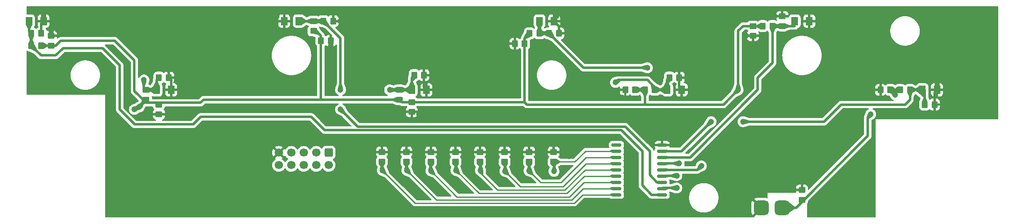
<source format=gbr>
%TF.GenerationSoftware,KiCad,Pcbnew,7.0.9*%
%TF.CreationDate,2024-06-20T14:31:36+03:00*%
%TF.ProjectId,_____ ____ __________,1f3b3042-3020-4443-9e42-3e2041323542,rev?*%
%TF.SameCoordinates,Original*%
%TF.FileFunction,Copper,L1,Top*%
%TF.FilePolarity,Positive*%
%FSLAX46Y46*%
G04 Gerber Fmt 4.6, Leading zero omitted, Abs format (unit mm)*
G04 Created by KiCad (PCBNEW 7.0.9) date 2024-06-20 14:31:36*
%MOMM*%
%LPD*%
G01*
G04 APERTURE LIST*
G04 Aperture macros list*
%AMRoundRect*
0 Rectangle with rounded corners*
0 $1 Rounding radius*
0 $2 $3 $4 $5 $6 $7 $8 $9 X,Y pos of 4 corners*
0 Add a 4 corners polygon primitive as box body*
4,1,4,$2,$3,$4,$5,$6,$7,$8,$9,$2,$3,0*
0 Add four circle primitives for the rounded corners*
1,1,$1+$1,$2,$3*
1,1,$1+$1,$4,$5*
1,1,$1+$1,$6,$7*
1,1,$1+$1,$8,$9*
0 Add four rect primitives between the rounded corners*
20,1,$1+$1,$2,$3,$4,$5,0*
20,1,$1+$1,$4,$5,$6,$7,0*
20,1,$1+$1,$6,$7,$8,$9,0*
20,1,$1+$1,$8,$9,$2,$3,0*%
G04 Aperture macros list end*
%TA.AperFunction,SMDPad,CuDef*%
%ADD10RoundRect,0.250000X0.450000X-0.350000X0.450000X0.350000X-0.450000X0.350000X-0.450000X-0.350000X0*%
%TD*%
%TA.AperFunction,SMDPad,CuDef*%
%ADD11RoundRect,0.250001X-0.462499X-0.624999X0.462499X-0.624999X0.462499X0.624999X-0.462499X0.624999X0*%
%TD*%
%TA.AperFunction,SMDPad,CuDef*%
%ADD12RoundRect,0.250001X0.462499X0.624999X-0.462499X0.624999X-0.462499X-0.624999X0.462499X-0.624999X0*%
%TD*%
%TA.AperFunction,SMDPad,CuDef*%
%ADD13RoundRect,0.250000X-0.450000X0.350000X-0.450000X-0.350000X0.450000X-0.350000X0.450000X0.350000X0*%
%TD*%
%TA.AperFunction,SMDPad,CuDef*%
%ADD14RoundRect,0.250000X-0.350000X-0.450000X0.350000X-0.450000X0.350000X0.450000X-0.350000X0.450000X0*%
%TD*%
%TA.AperFunction,ComponentPad*%
%ADD15RoundRect,0.250000X-0.600000X0.600000X-0.600000X-0.600000X0.600000X-0.600000X0.600000X0.600000X0*%
%TD*%
%TA.AperFunction,ComponentPad*%
%ADD16C,1.700000*%
%TD*%
%TA.AperFunction,SMDPad,CuDef*%
%ADD17RoundRect,0.250000X0.350000X0.450000X-0.350000X0.450000X-0.350000X-0.450000X0.350000X-0.450000X0*%
%TD*%
%TA.AperFunction,SMDPad,CuDef*%
%ADD18RoundRect,0.150000X0.875000X0.150000X-0.875000X0.150000X-0.875000X-0.150000X0.875000X-0.150000X0*%
%TD*%
%TA.AperFunction,SMDPad,CuDef*%
%ADD19RoundRect,0.750000X0.750000X0.750000X-0.750000X0.750000X-0.750000X-0.750000X0.750000X-0.750000X0*%
%TD*%
%TA.AperFunction,ViaPad*%
%ADD20C,1.200000*%
%TD*%
%TA.AperFunction,Conductor*%
%ADD21C,0.500000*%
%TD*%
%TA.AperFunction,Conductor*%
%ADD22C,1.000000*%
%TD*%
%TA.AperFunction,Conductor*%
%ADD23C,0.250000*%
%TD*%
G04 APERTURE END LIST*
D10*
%TO.P,C30,1*%
%TO.N,/OUT8*%
X138420000Y-82657500D03*
%TO.P,C30,2*%
%TO.N,GNDA*%
X138420000Y-80657500D03*
%TD*%
D11*
%TO.P,Q7,1,C*%
%TO.N,/PhotoTransistor7/OUT*%
X187525000Y-54000000D03*
%TO.P,Q7,2,E*%
%TO.N,GNDA*%
X190500000Y-54000000D03*
%TD*%
D12*
%TO.P,Q3,1,C*%
%TO.N,/PhotoTransistor3/OUT*%
X86500000Y-54000000D03*
%TO.P,Q3,2,E*%
%TO.N,GNDA*%
X83525000Y-54000000D03*
%TD*%
D10*
%TO.P,C32,1*%
%TO.N,/OUT5*%
X123420000Y-82657500D03*
%TO.P,C32,2*%
%TO.N,GNDA*%
X123420000Y-80657500D03*
%TD*%
%TO.P,C29,1*%
%TO.N,/OUT6*%
X128420000Y-82657500D03*
%TO.P,C29,2*%
%TO.N,GNDA*%
X128420000Y-80657500D03*
%TD*%
D13*
%TO.P,C26,1*%
%TO.N,/+24_FT_1*%
X179000000Y-55000000D03*
%TO.P,C26,2*%
%TO.N,GNDA*%
X179000000Y-57000000D03*
%TD*%
D14*
%TO.P,C7,1*%
%TO.N,/PhotoTransistor5/OUT*%
X137500000Y-56500000D03*
%TO.P,C7,2*%
%TO.N,GNDA*%
X139500000Y-56500000D03*
%TD*%
D10*
%TO.P,C34,1*%
%TO.N,/OUT1*%
X103420000Y-82657500D03*
%TO.P,C34,2*%
%TO.N,GNDA*%
X103420000Y-80657500D03*
%TD*%
D14*
%TO.P,R15,1*%
%TO.N,/+24_FT_1*%
X181000000Y-55000000D03*
%TO.P,R15,2*%
%TO.N,/PhotoTransistor7/OUT*%
X183000000Y-55000000D03*
%TD*%
D15*
%TO.P,J2,1,Pin_1*%
%TO.N,/OUT1*%
X92580000Y-80802500D03*
D16*
%TO.P,J2,2,Pin_2*%
%TO.N,/OUT2*%
X92580000Y-83342500D03*
%TO.P,J2,3,Pin_3*%
%TO.N,/OUT3*%
X90040000Y-80802500D03*
%TO.P,J2,4,Pin_4*%
%TO.N,/OUT4*%
X90040000Y-83342500D03*
%TO.P,J2,5,Pin_5*%
%TO.N,/OUT5*%
X87500000Y-80802500D03*
%TO.P,J2,6,Pin_6*%
%TO.N,/OUT6*%
X87500000Y-83342500D03*
%TO.P,J2,7,Pin_7*%
%TO.N,/OUT7*%
X84960000Y-80802500D03*
%TO.P,J2,8,Pin_8*%
%TO.N,/OUT8*%
X84960000Y-83342500D03*
%TO.P,J2,9,Pin_9*%
%TO.N,GNDA*%
X82420000Y-80802500D03*
%TO.P,J2,10,Pin_10*%
%TO.N,/+24_FT_1*%
X82420000Y-83342500D03*
%TD*%
D14*
%TO.P,C1,1*%
%TO.N,/PhotoTransistor1/OUT*%
X32000000Y-56500000D03*
%TO.P,C1,2*%
%TO.N,GNDA*%
X34000000Y-56500000D03*
%TD*%
D17*
%TO.P,C24,1*%
%TO.N,/+24_FT_1*%
X132500000Y-58600000D03*
%TO.P,C24,2*%
%TO.N,GNDA*%
X130500000Y-58600000D03*
%TD*%
D10*
%TO.P,R12,1*%
%TO.N,/+24_FT_1*%
X107000000Y-70000000D03*
%TO.P,R12,2*%
%TO.N,/PhotoTransistor4/OUT*%
X107000000Y-68000000D03*
%TD*%
D14*
%TO.P,C22,1*%
%TO.N,/+24_FT_1*%
X91000000Y-58000000D03*
%TO.P,C22,2*%
%TO.N,GNDA*%
X93000000Y-58000000D03*
%TD*%
D17*
%TO.P,C20,1*%
%TO.N,/+24_FT_1*%
X207000000Y-68000000D03*
%TO.P,C20,2*%
%TO.N,GNDA*%
X205000000Y-68000000D03*
%TD*%
D14*
%TO.P,C4,1*%
%TO.N,/PhotoTransistor2/OUT*%
X58000000Y-65500000D03*
%TO.P,C4,2*%
%TO.N,GNDA*%
X60000000Y-65500000D03*
%TD*%
D17*
%TO.P,R9,1*%
%TO.N,/+24_FT_1*%
X34000000Y-59000000D03*
%TO.P,R9,2*%
%TO.N,/PhotoTransistor1/OUT*%
X32000000Y-59000000D03*
%TD*%
D10*
%TO.P,C28,1*%
%TO.N,/OUT4*%
X118420000Y-82657500D03*
%TO.P,C28,2*%
%TO.N,GNDA*%
X118420000Y-80657500D03*
%TD*%
%TO.P,R10,1*%
%TO.N,/+24_FT_1*%
X55375000Y-70025000D03*
%TO.P,R10,2*%
%TO.N,/PhotoTransistor2/OUT*%
X55375000Y-68025000D03*
%TD*%
%TO.P,C27,1*%
%TO.N,/OUT2*%
X108420000Y-82657500D03*
%TO.P,C27,2*%
%TO.N,GNDA*%
X108420000Y-80657500D03*
%TD*%
D11*
%TO.P,Q4,1,C*%
%TO.N,/PhotoTransistor4/OUT*%
X109512500Y-68000000D03*
%TO.P,Q4,2,E*%
%TO.N,GNDA*%
X112487500Y-68000000D03*
%TD*%
%TO.P,Q8,1,C*%
%TO.N,/PhotoTransistor8/OUT*%
X213525000Y-68000000D03*
%TO.P,Q8,2,E*%
%TO.N,GNDA*%
X216500000Y-68000000D03*
%TD*%
D10*
%TO.P,C2,1*%
%TO.N,/+24_LED_1*%
X189000000Y-90400000D03*
%TO.P,C2,2*%
%TO.N,GNDA*%
X189000000Y-88400000D03*
%TD*%
%TO.P,C31,1*%
%TO.N,/OUT7*%
X133420000Y-82657500D03*
%TO.P,C31,2*%
%TO.N,GNDA*%
X133420000Y-80657500D03*
%TD*%
D17*
%TO.P,C23,1*%
%TO.N,/+24_FT_1*%
X155000000Y-68000000D03*
%TO.P,C23,2*%
%TO.N,GNDA*%
X153000000Y-68000000D03*
%TD*%
D14*
%TO.P,C8,1*%
%TO.N,/PhotoTransistor6/OUT*%
X162000000Y-65500000D03*
%TO.P,C8,2*%
%TO.N,GNDA*%
X164000000Y-65500000D03*
%TD*%
D11*
%TO.P,Q5,1,C*%
%TO.N,/PhotoTransistor5/OUT*%
X135525000Y-54000000D03*
%TO.P,Q5,2,E*%
%TO.N,GNDA*%
X138500000Y-54000000D03*
%TD*%
D10*
%TO.P,C21,1*%
%TO.N,/+24_FT_1*%
X36000000Y-59000000D03*
%TO.P,C21,2*%
%TO.N,GNDA*%
X36000000Y-57000000D03*
%TD*%
D14*
%TO.P,R14,1*%
%TO.N,/+24_FT_1*%
X157000000Y-68000000D03*
%TO.P,R14,2*%
%TO.N,/PhotoTransistor6/OUT*%
X159000000Y-68000000D03*
%TD*%
%TO.P,C5,1*%
%TO.N,/PhotoTransistor3/OUT*%
X91500000Y-54000000D03*
%TO.P,C5,2*%
%TO.N,GNDA*%
X93500000Y-54000000D03*
%TD*%
%TO.P,C10,1*%
%TO.N,/PhotoTransistor8/OUT*%
X214000000Y-71000000D03*
%TO.P,C10,2*%
%TO.N,GNDA*%
X216000000Y-71000000D03*
%TD*%
%TO.P,C6,1*%
%TO.N,/PhotoTransistor4/OUT*%
X110000000Y-65000000D03*
%TO.P,C6,2*%
%TO.N,GNDA*%
X112000000Y-65000000D03*
%TD*%
D10*
%TO.P,R11,1*%
%TO.N,/+24_FT_1*%
X89500000Y-56000000D03*
%TO.P,R11,2*%
%TO.N,/PhotoTransistor3/OUT*%
X89500000Y-54000000D03*
%TD*%
D11*
%TO.P,Q6,1,C*%
%TO.N,/PhotoTransistor6/OUT*%
X161525000Y-68000000D03*
%TO.P,Q6,2,E*%
%TO.N,GNDA*%
X164500000Y-68000000D03*
%TD*%
D18*
%TO.P,U1,1,I1*%
%TO.N,/PhotoTransistor1/OUT*%
X160500000Y-89390000D03*
%TO.P,U1,2,I2*%
%TO.N,/PhotoTransistor2/OUT*%
X160500000Y-88120000D03*
%TO.P,U1,3,I3*%
%TO.N,/PhotoTransistor3/OUT*%
X160500000Y-86850000D03*
%TO.P,U1,4,I4*%
%TO.N,/PhotoTransistor4/OUT*%
X160500000Y-85580000D03*
%TO.P,U1,5,I5*%
%TO.N,/PhotoTransistor5/OUT*%
X160500000Y-84310000D03*
%TO.P,U1,6,I6*%
%TO.N,/PhotoTransistor6/OUT*%
X160500000Y-83040000D03*
%TO.P,U1,7,I7*%
%TO.N,/PhotoTransistor7/OUT*%
X160500000Y-81770000D03*
%TO.P,U1,8,I8*%
%TO.N,/PhotoTransistor8/OUT*%
X160500000Y-80500000D03*
%TO.P,U1,9,GND*%
%TO.N,GNDA*%
X160500000Y-79230000D03*
%TO.P,U1,10,COM*%
%TO.N,unconnected-(U1-COM-Pad10)*%
X151200000Y-79230000D03*
%TO.P,U1,11,O8*%
%TO.N,/OUT8*%
X151200000Y-80500000D03*
%TO.P,U1,12,O7*%
%TO.N,/OUT7*%
X151200000Y-81770000D03*
%TO.P,U1,13,O6*%
%TO.N,/OUT6*%
X151200000Y-83040000D03*
%TO.P,U1,14,O5*%
%TO.N,/OUT5*%
X151200000Y-84310000D03*
%TO.P,U1,15,O4*%
%TO.N,/OUT4*%
X151200000Y-85580000D03*
%TO.P,U1,16,O3*%
%TO.N,/OUT3*%
X151200000Y-86850000D03*
%TO.P,U1,17,O2*%
%TO.N,/OUT2*%
X151200000Y-88120000D03*
%TO.P,U1,18,O1*%
%TO.N,/OUT1*%
X151200000Y-89390000D03*
%TD*%
D14*
%TO.P,R13,1*%
%TO.N,/+24_FT_1*%
X133500000Y-56500000D03*
%TO.P,R13,2*%
%TO.N,/PhotoTransistor5/OUT*%
X135500000Y-56500000D03*
%TD*%
D11*
%TO.P,Q2,1,C*%
%TO.N,/PhotoTransistor2/OUT*%
X57525000Y-68000000D03*
%TO.P,Q2,2,E*%
%TO.N,GNDA*%
X60500000Y-68000000D03*
%TD*%
D10*
%TO.P,C9,1*%
%TO.N,/PhotoTransistor7/OUT*%
X185000000Y-55000000D03*
%TO.P,C9,2*%
%TO.N,GNDA*%
X185000000Y-53000000D03*
%TD*%
D13*
%TO.P,C25,1*%
%TO.N,/+24_FT_1*%
X109500000Y-70500000D03*
%TO.P,C25,2*%
%TO.N,GNDA*%
X109500000Y-72500000D03*
%TD*%
D14*
%TO.P,R16,1*%
%TO.N,/+24_FT_1*%
X209000000Y-68000000D03*
%TO.P,R16,2*%
%TO.N,/PhotoTransistor8/OUT*%
X211000000Y-68000000D03*
%TD*%
D10*
%TO.P,C33,1*%
%TO.N,/OUT3*%
X113420000Y-82657500D03*
%TO.P,C33,2*%
%TO.N,GNDA*%
X113420000Y-80657500D03*
%TD*%
D19*
%TO.P,J1,1,Pin_1*%
%TO.N,/+24_LED_1*%
X185000000Y-92000000D03*
%TO.P,J1,2,Pin_2*%
%TO.N,GNDA*%
X180725000Y-92000000D03*
%TD*%
D13*
%TO.P,C19,1*%
%TO.N,/+24_FT_1*%
X58000000Y-71000000D03*
%TO.P,C19,2*%
%TO.N,GNDA*%
X58000000Y-73000000D03*
%TD*%
D11*
%TO.P,Q1,1,C*%
%TO.N,/PhotoTransistor1/OUT*%
X31525000Y-54000000D03*
%TO.P,Q1,2,E*%
%TO.N,GNDA*%
X34500000Y-54000000D03*
%TD*%
D20*
%TO.N,GNDA*%
X226000000Y-62000000D03*
X68000000Y-80000000D03*
X218000000Y-71200000D03*
X86500000Y-72000000D03*
X93000000Y-59000000D03*
X61500000Y-72500000D03*
X164000000Y-91000000D03*
X141500000Y-78500000D03*
X64500000Y-72500000D03*
X114000000Y-65000000D03*
X178400000Y-64400000D03*
X220000000Y-54000000D03*
X50000000Y-84000000D03*
X129000000Y-78000000D03*
X38000000Y-63000000D03*
X74500000Y-72000000D03*
X183000000Y-72000000D03*
X160000000Y-93000000D03*
X168000000Y-55000000D03*
X49000000Y-78000000D03*
X106000000Y-82500000D03*
X118000000Y-55000000D03*
X121000000Y-73000000D03*
X120000000Y-64000000D03*
X116000000Y-84000000D03*
X68000000Y-88000000D03*
X98000000Y-65000000D03*
X106000000Y-84500000D03*
X63000000Y-80000000D03*
X195000000Y-78000000D03*
X100000000Y-83000000D03*
X150500000Y-93000000D03*
X205000000Y-66000000D03*
X73000000Y-80000000D03*
X93000000Y-61000000D03*
X114000000Y-73000000D03*
X147500000Y-91500000D03*
X88500000Y-75000000D03*
X99000000Y-54000000D03*
X155000000Y-93000000D03*
X218000000Y-59000000D03*
X99000000Y-73000000D03*
X148500000Y-78500000D03*
X131000000Y-84500000D03*
X107000000Y-54000000D03*
X181200000Y-60200000D03*
X80500000Y-75000000D03*
X151000000Y-54000000D03*
X129000000Y-73000000D03*
X145000000Y-67000000D03*
X165500000Y-73000000D03*
X154000000Y-82000000D03*
X72000000Y-63000000D03*
X226000000Y-72000000D03*
X85000000Y-75049500D03*
X100000000Y-81000000D03*
X62000000Y-87000000D03*
X183400000Y-53000000D03*
X163000000Y-74000000D03*
X177600000Y-57000000D03*
X178000000Y-89000000D03*
X144500000Y-93000000D03*
X195000000Y-58000000D03*
X201000000Y-54000000D03*
X63600000Y-69000000D03*
X127000000Y-67000000D03*
X175000000Y-84000000D03*
X141500000Y-81500000D03*
X108000000Y-78000000D03*
X63600000Y-67200000D03*
X126000000Y-59000000D03*
X169000000Y-60000000D03*
X55000000Y-54000000D03*
X104000000Y-65000000D03*
X121200000Y-78200000D03*
X61800000Y-65400000D03*
X179000000Y-78000000D03*
X146000000Y-73000000D03*
X73000000Y-55000000D03*
X111000000Y-82500000D03*
X173000000Y-67000000D03*
X126000000Y-82500000D03*
X203200000Y-67400000D03*
X152400000Y-69600000D03*
X56000000Y-73000000D03*
X117000000Y-78000000D03*
X184800000Y-57600000D03*
X146000000Y-55000000D03*
X70000000Y-75049500D03*
X49000000Y-56000000D03*
X215000000Y-54000000D03*
X153000000Y-91500000D03*
X39000000Y-56000000D03*
X59000000Y-80000000D03*
X138000000Y-73000000D03*
X139000000Y-53000000D03*
X75000000Y-88000000D03*
X130000000Y-65000000D03*
X157000000Y-54000000D03*
X77000000Y-67000000D03*
X136000000Y-78000000D03*
X121000000Y-84500000D03*
X145000000Y-79000000D03*
X226000000Y-54000000D03*
X76000000Y-75049500D03*
X188000000Y-84000000D03*
X172500000Y-72500000D03*
X147000000Y-60000000D03*
X168000000Y-64000000D03*
X65000000Y-55000000D03*
X81000000Y-72000000D03*
X173000000Y-59000000D03*
X121000000Y-82500000D03*
X55000000Y-88000000D03*
X178000000Y-67000000D03*
X116000000Y-82500000D03*
X131000000Y-82500000D03*
X111000000Y-84000000D03*
X155000000Y-60000000D03*
X178000000Y-92000000D03*
X204000000Y-59000000D03*
X210000000Y-61000000D03*
X116000000Y-69000000D03*
X177400000Y-60200000D03*
X136000000Y-84500000D03*
X68000000Y-72000000D03*
X159000000Y-77000000D03*
X163000000Y-93000000D03*
X187000000Y-78000000D03*
X175000000Y-71000000D03*
X33000000Y-64000000D03*
X67000000Y-75000000D03*
X68000000Y-67000000D03*
X140500000Y-93000000D03*
X33000000Y-67000000D03*
X160400000Y-69600000D03*
X141000000Y-58000000D03*
X104000000Y-60000000D03*
X181000000Y-84000000D03*
X219800000Y-69000000D03*
X36000000Y-56000000D03*
X200000000Y-62000000D03*
X136000000Y-82500000D03*
X111000000Y-73000000D03*
X136500000Y-93000000D03*
X167000000Y-75000000D03*
X190000000Y-72000000D03*
X43000000Y-56000000D03*
X126000000Y-84500000D03*
X141000000Y-84000000D03*
X82000000Y-53000000D03*
X156000000Y-73000000D03*
X105000000Y-73000000D03*
X38000000Y-67000000D03*
X78000000Y-80000000D03*
X158000000Y-91500000D03*
X103000000Y-78000000D03*
X91000000Y-72500000D03*
X95000000Y-54000000D03*
X154000000Y-87000000D03*
%TO.N,/OUT1*%
X103500000Y-84400000D03*
%TO.N,/+24_LED_1*%
X203000000Y-73000000D03*
%TO.N,/+24_FT_1*%
X176000000Y-68000000D03*
X53000000Y-72000000D03*
X54000000Y-71500000D03*
X208000000Y-69000000D03*
%TO.N,/OUT2*%
X108500000Y-84400000D03*
%TO.N,/OUT3*%
X113400000Y-84500000D03*
%TO.N,/OUT4*%
X118500000Y-84400000D03*
%TO.N,/OUT5*%
X123500000Y-84400000D03*
%TO.N,/OUT6*%
X128500000Y-84600000D03*
%TO.N,/OUT7*%
X133400000Y-84500000D03*
%TO.N,/OUT8*%
X138500000Y-84600000D03*
%TO.N,/PhotoTransistor2/OUT*%
X163500000Y-88000000D03*
X54950500Y-66000000D03*
%TO.N,/PhotoTransistor3/OUT*%
X95000000Y-72000000D03*
X95000000Y-68000000D03*
%TO.N,/PhotoTransistor4/OUT*%
X105000000Y-68000000D03*
X163500000Y-85500000D03*
%TO.N,/PhotoTransistor5/OUT*%
X157500000Y-63500000D03*
X168500000Y-83500000D03*
%TO.N,/PhotoTransistor6/OUT*%
X151000000Y-66500000D03*
X164000000Y-83000000D03*
%TO.N,/PhotoTransistor8/OUT*%
X177000000Y-74500000D03*
X170500000Y-74500000D03*
%TD*%
D21*
%TO.N,GNDA*%
X216000000Y-68500000D02*
X216500000Y-68000000D01*
X164000000Y-65500000D02*
X164000000Y-64000000D01*
X185000000Y-53000000D02*
X185000000Y-51500000D01*
X83525000Y-54000000D02*
X83525000Y-51525000D01*
D22*
X97000000Y-59500000D02*
X100500000Y-63000000D01*
X176500000Y-51500000D02*
X185000000Y-51500000D01*
X168000000Y-60000000D02*
X169000000Y-60000000D01*
D21*
X60000000Y-65500000D02*
X60000000Y-64000000D01*
X93500000Y-52000000D02*
X93000000Y-51500000D01*
D22*
X67000000Y-57000000D02*
X76500000Y-57000000D01*
D21*
X138500000Y-52500000D02*
X138500000Y-51500000D01*
D22*
X34500000Y-52000000D02*
X34500000Y-54000000D01*
X112000000Y-63000000D02*
X116000000Y-63000000D01*
X127500000Y-51500000D02*
X138500000Y-51500000D01*
D21*
X139500000Y-55000000D02*
X138500000Y-54000000D01*
X216000000Y-71000000D02*
X216000000Y-68500000D01*
D22*
X100500000Y-63000000D02*
X112000000Y-63000000D01*
D21*
X164000000Y-67500000D02*
X164500000Y-68000000D01*
X34000000Y-54500000D02*
X34500000Y-54000000D01*
X60500000Y-68000000D02*
X60500000Y-66000000D01*
D22*
X82000000Y-53000000D02*
X82000000Y-51500000D01*
D21*
X34000000Y-56500000D02*
X34000000Y-54500000D01*
D22*
X142000000Y-51500000D02*
X145500000Y-55000000D01*
X50500000Y-54500000D02*
X41500000Y-54500000D01*
X185000000Y-51500000D02*
X190500000Y-51500000D01*
X60000000Y-64000000D02*
X67000000Y-57000000D01*
X145500000Y-55000000D02*
X146000000Y-55000000D01*
X146000000Y-55500000D02*
X146000000Y-55500000D01*
D21*
X93500000Y-54000000D02*
X93500000Y-52000000D01*
D22*
X93000000Y-51500000D02*
X97000000Y-51500000D01*
X164000000Y-64000000D02*
X168000000Y-60000000D01*
X216500000Y-65500000D02*
X216500000Y-68000000D01*
X190500000Y-51500000D02*
X194000000Y-51500000D01*
X214000000Y-63000000D02*
X216500000Y-65500000D01*
D21*
X190500000Y-55000000D02*
X190500000Y-51500000D01*
X112000000Y-65000000D02*
X112000000Y-67512500D01*
D22*
X169000000Y-59000000D02*
X176500000Y-51500000D01*
D21*
X83525000Y-51525000D02*
X83500000Y-51500000D01*
X60500000Y-66000000D02*
X60000000Y-65500000D01*
D22*
X97000000Y-51500000D02*
X97000000Y-59500000D01*
X82000000Y-51500000D02*
X83500000Y-51500000D01*
X76500000Y-57000000D02*
X80500000Y-53000000D01*
X41500000Y-54500000D02*
X38500000Y-51500000D01*
D21*
X138500000Y-54000000D02*
X138500000Y-53500000D01*
X139500000Y-56500000D02*
X139500000Y-55000000D01*
D22*
X205500000Y-63000000D02*
X214000000Y-63000000D01*
X146000000Y-55000000D02*
X146000000Y-55500000D01*
X80500000Y-53000000D02*
X82000000Y-53000000D01*
X169000000Y-60000000D02*
X169000000Y-59000000D01*
X138500000Y-51500000D02*
X142000000Y-51500000D01*
X146000000Y-55500000D02*
X155500000Y-55500000D01*
X155500000Y-55500000D02*
X164000000Y-64000000D01*
D21*
X138500000Y-53500000D02*
X139000000Y-53000000D01*
D22*
X38500000Y-51500000D02*
X35000000Y-51500000D01*
X194000000Y-51500000D02*
X205500000Y-63000000D01*
X116000000Y-63000000D02*
X127500000Y-51500000D01*
X83500000Y-51500000D02*
X93000000Y-51500000D01*
X35000000Y-51500000D02*
X34500000Y-52000000D01*
D21*
X112000000Y-63000000D02*
X112000000Y-65000000D01*
D22*
X82000000Y-51500000D02*
X82000000Y-51500000D01*
D21*
X164000000Y-65500000D02*
X164000000Y-67500000D01*
D22*
X60000000Y-64000000D02*
X50500000Y-54500000D01*
D21*
X139000000Y-53000000D02*
X138500000Y-52500000D01*
X112000000Y-67512500D02*
X112487500Y-68000000D01*
D23*
%TO.N,/OUT1*%
X110200000Y-91100000D02*
X103500000Y-84400000D01*
X103500000Y-84400000D02*
X103500000Y-82737500D01*
X142600000Y-91100000D02*
X110200000Y-91100000D01*
X151200000Y-89390000D02*
X144310000Y-89390000D01*
X144310000Y-89390000D02*
X142600000Y-91100000D01*
X103500000Y-82737500D02*
X103420000Y-82657500D01*
D21*
%TO.N,/+24_LED_1*%
X202400000Y-77400000D02*
X187800000Y-92000000D01*
X187800000Y-92000000D02*
X185000000Y-92000000D01*
X202400000Y-73600000D02*
X202400000Y-77400000D01*
X203000000Y-73000000D02*
X202400000Y-73600000D01*
%TO.N,/+24_FT_1*%
X48989950Y-58000000D02*
X53000000Y-62010050D01*
X53500000Y-71500000D02*
X53000000Y-72000000D01*
X91000000Y-57000000D02*
X91000000Y-70000000D01*
X53000000Y-62010050D02*
X53000000Y-68250000D01*
X132500000Y-70500000D02*
X107500000Y-70500000D01*
X133000000Y-71000000D02*
X132500000Y-70500000D01*
X132500000Y-57500000D02*
X132500000Y-70500000D01*
X90000000Y-56000000D02*
X91000000Y-57000000D01*
X34000000Y-59000000D02*
X37000000Y-59000000D01*
X157000000Y-68000000D02*
X157000000Y-71000000D01*
X54000000Y-71500000D02*
X54000000Y-71400000D01*
X173000000Y-71000000D02*
X133000000Y-71000000D01*
X133500000Y-56500000D02*
X132500000Y-57500000D01*
X92500000Y-70000000D02*
X107000000Y-70000000D01*
X54000000Y-71400000D02*
X55375000Y-70025000D01*
X54000000Y-71500000D02*
X53500000Y-71500000D01*
X53000000Y-68250000D02*
X55400000Y-70650000D01*
X38000000Y-58000000D02*
X48989950Y-58000000D01*
D23*
X207000000Y-68000000D02*
X209000000Y-68000000D01*
D21*
X176000000Y-68000000D02*
X173000000Y-71000000D01*
X177000000Y-55000000D02*
X181000000Y-55000000D01*
X89500000Y-56000000D02*
X90000000Y-56000000D01*
X91000000Y-70000000D02*
X92500000Y-70000000D01*
X107500000Y-70500000D02*
X107000000Y-70000000D01*
X37000000Y-59000000D02*
X38000000Y-58000000D01*
X155000000Y-68000000D02*
X157000000Y-68000000D01*
X176000000Y-68000000D02*
X176000000Y-56000000D01*
X55400000Y-70650000D02*
X66442463Y-70650000D01*
X66442463Y-70650000D02*
X67092463Y-70000000D01*
X176000000Y-56000000D02*
X177000000Y-55000000D01*
X67092463Y-70000000D02*
X91000000Y-70000000D01*
X208000000Y-69000000D02*
X207000000Y-68000000D01*
D23*
%TO.N,/OUT2*%
X108500000Y-84400000D02*
X108500000Y-82737500D01*
X151200000Y-88120000D02*
X144380000Y-88120000D01*
X108500000Y-82737500D02*
X108420000Y-82657500D01*
X144380000Y-88120000D02*
X142100000Y-90400000D01*
X114500000Y-90400000D02*
X108500000Y-84400000D01*
X142100000Y-90400000D02*
X114500000Y-90400000D01*
%TO.N,/OUT3*%
X118700000Y-89800000D02*
X113400000Y-84500000D01*
X113400000Y-84500000D02*
X113400000Y-82677500D01*
X141600000Y-89800000D02*
X118700000Y-89800000D01*
X113400000Y-82677500D02*
X113420000Y-82657500D01*
X144550000Y-86850000D02*
X141600000Y-89800000D01*
X151200000Y-86850000D02*
X144550000Y-86850000D01*
%TO.N,/OUT4*%
X144620000Y-85580000D02*
X141100000Y-89100000D01*
X123200000Y-89100000D02*
X118500000Y-84400000D01*
X141100000Y-89100000D02*
X123200000Y-89100000D01*
X151200000Y-85580000D02*
X144620000Y-85580000D01*
X118500000Y-84400000D02*
X118500000Y-82737500D01*
X118500000Y-82737500D02*
X118420000Y-82657500D01*
%TO.N,/OUT5*%
X151200000Y-84310000D02*
X144790000Y-84310000D01*
X123500000Y-82737500D02*
X123420000Y-82657500D01*
X144790000Y-84310000D02*
X140700000Y-88400000D01*
X127000000Y-88400000D02*
X123500000Y-84900000D01*
X140700000Y-88400000D02*
X127000000Y-88400000D01*
X123500000Y-84400000D02*
X123500000Y-82737500D01*
X123500000Y-84900000D02*
X123500000Y-84400000D01*
%TO.N,/OUT6*%
X151200000Y-83040000D02*
X144960000Y-83040000D01*
X128500000Y-84600000D02*
X128500000Y-82737500D01*
X144960000Y-83040000D02*
X140300000Y-87700000D01*
X131600000Y-87700000D02*
X128500000Y-84600000D01*
X128500000Y-82737500D02*
X128420000Y-82657500D01*
X140300000Y-87700000D02*
X131600000Y-87700000D01*
%TO.N,/OUT7*%
X133400000Y-84500000D02*
X133400000Y-82677500D01*
X133400000Y-84500000D02*
X135800000Y-86900000D01*
X133400000Y-82677500D02*
X133420000Y-82657500D01*
X139900000Y-86900000D02*
X145030000Y-81770000D01*
X135800000Y-86900000D02*
X139900000Y-86900000D01*
X145030000Y-81770000D02*
X151200000Y-81770000D01*
%TO.N,/OUT8*%
X144900000Y-80500000D02*
X142742500Y-82657500D01*
X138500000Y-84600000D02*
X138500000Y-82737500D01*
X138500000Y-82737500D02*
X138420000Y-82657500D01*
X151200000Y-80500000D02*
X144900000Y-80500000D01*
X142742500Y-82657500D02*
X138420000Y-82657500D01*
D21*
%TO.N,/PhotoTransistor1/OUT*%
X91715075Y-76200000D02*
X152200000Y-76200000D01*
X152200000Y-76200000D02*
X156500000Y-80500000D01*
X50000000Y-72000000D02*
X53050000Y-75050000D01*
X38494975Y-59500000D02*
X46500000Y-59500000D01*
X66500000Y-73500000D02*
X89015075Y-73500000D01*
X89015075Y-73500000D02*
X91715075Y-76200000D01*
X32000000Y-59000000D02*
X34000000Y-61000000D01*
X46500000Y-59500000D02*
X50000000Y-63000000D01*
X34000000Y-61000000D02*
X36994975Y-61000000D01*
X64950000Y-75050000D02*
X66500000Y-73500000D01*
X156500000Y-87500000D02*
X158390000Y-89390000D01*
X53050000Y-75050000D02*
X64950000Y-75050000D01*
X31525000Y-54000000D02*
X31525000Y-56025000D01*
X31525000Y-56025000D02*
X32000000Y-56500000D01*
X156500000Y-80500000D02*
X156500000Y-87500000D01*
X32000000Y-56500000D02*
X32000000Y-59000000D01*
X158390000Y-89390000D02*
X160500000Y-89390000D01*
X36994975Y-61000000D02*
X38494975Y-59500000D01*
X50000000Y-63000000D02*
X50000000Y-72000000D01*
%TO.N,/PhotoTransistor2/OUT*%
X160620000Y-88000000D02*
X160500000Y-88120000D01*
X55350000Y-68000000D02*
X57525000Y-68000000D01*
X163500000Y-88000000D02*
X160620000Y-88000000D01*
X54950500Y-66000000D02*
X54950500Y-67600500D01*
X57525000Y-65975000D02*
X58000000Y-65500000D01*
X57500000Y-68025000D02*
X57525000Y-68000000D01*
X57525000Y-68000000D02*
X57525000Y-65975000D01*
X54950500Y-67600500D02*
X55350000Y-68000000D01*
X55375000Y-68025000D02*
X57500000Y-68025000D01*
X58000000Y-68475000D02*
X57525000Y-68000000D01*
%TO.N,/PhotoTransistor3/OUT*%
X91500000Y-54000000D02*
X89500000Y-54000000D01*
X98500000Y-75500000D02*
X153000000Y-75500000D01*
X95000000Y-72000000D02*
X98500000Y-75500000D01*
X95000000Y-68000000D02*
X95000000Y-57500000D01*
X159475001Y-86850000D02*
X160500000Y-86850000D01*
X158000000Y-85374999D02*
X159475001Y-86850000D01*
X86500000Y-54000000D02*
X89500000Y-54000000D01*
X158000000Y-80500000D02*
X158000000Y-85374999D01*
X153000000Y-75500000D02*
X158000000Y-80500000D01*
X95000000Y-57500000D02*
X91500000Y-54000000D01*
%TO.N,/PhotoTransistor4/OUT*%
X107000000Y-68000000D02*
X109512500Y-68000000D01*
X105000000Y-68000000D02*
X107000000Y-68000000D01*
X163500000Y-85500000D02*
X160580000Y-85500000D01*
X109512500Y-65512500D02*
X109512500Y-68000000D01*
X109500000Y-65500000D02*
X109512500Y-65512500D01*
X110000000Y-65000000D02*
X109500000Y-65500000D01*
X160580000Y-85500000D02*
X160500000Y-85580000D01*
%TO.N,/PhotoTransistor5/OUT*%
X135525000Y-56475000D02*
X135500000Y-56500000D01*
X144500000Y-63500000D02*
X157500000Y-63500000D01*
X135525000Y-54000000D02*
X135525000Y-56475000D01*
X167690000Y-84310000D02*
X160500000Y-84310000D01*
X135500000Y-56500000D02*
X137500000Y-56500000D01*
X168500000Y-83500000D02*
X167690000Y-84310000D01*
X137500000Y-56500000D02*
X144500000Y-63500000D01*
%TO.N,/PhotoTransistor6/OUT*%
X159000000Y-68000000D02*
X161525000Y-68000000D01*
X151000000Y-66500000D02*
X151500000Y-66000000D01*
X162000000Y-65500000D02*
X161500000Y-66000000D01*
X161500000Y-66000000D02*
X161525000Y-66025000D01*
X160540000Y-83000000D02*
X160500000Y-83040000D01*
X161525000Y-66025000D02*
X161525000Y-68000000D01*
X151500000Y-66000000D02*
X157500000Y-66000000D01*
X164000000Y-83000000D02*
X160540000Y-83000000D01*
X157500000Y-66000000D02*
X159000000Y-67500000D01*
X159000000Y-67500000D02*
X159000000Y-68000000D01*
%TO.N,/PhotoTransistor7/OUT*%
X180000000Y-68000000D02*
X166230000Y-81770000D01*
X166230000Y-81770000D02*
X160500000Y-81770000D01*
X183000000Y-62500000D02*
X180000000Y-65500000D01*
X185000000Y-55000000D02*
X187525000Y-55000000D01*
X180000000Y-65500000D02*
X180000000Y-68000000D01*
X183000000Y-55000000D02*
X185000000Y-55000000D01*
X183000000Y-55000000D02*
X183000000Y-62500000D01*
%TO.N,/PhotoTransistor8/OUT*%
X177000000Y-74500000D02*
X193500000Y-74500000D01*
X164500000Y-80500000D02*
X160500000Y-80500000D01*
X211000000Y-68000000D02*
X213525000Y-68000000D01*
X210000000Y-71000000D02*
X211000000Y-70000000D01*
X214000000Y-68475000D02*
X213525000Y-68000000D01*
X214000000Y-71000000D02*
X214000000Y-68475000D01*
X170500000Y-74500000D02*
X164500000Y-80500000D01*
X193500000Y-74500000D02*
X197000000Y-71000000D01*
X197000000Y-71000000D02*
X210000000Y-71000000D01*
X211000000Y-70000000D02*
X211000000Y-68000000D01*
%TD*%
%TA.AperFunction,Conductor*%
%TO.N,/OUT8*%
G36*
X138625655Y-83403427D02*
G01*
X138628082Y-83406966D01*
X139049487Y-84359449D01*
X139049700Y-84368401D01*
X139043521Y-84374883D01*
X139043281Y-84374985D01*
X138504494Y-84599130D01*
X138495539Y-84599144D01*
X138495506Y-84599130D01*
X137956718Y-84374985D01*
X137950396Y-84368644D01*
X137950410Y-84359689D01*
X137950497Y-84359483D01*
X138371918Y-83406965D01*
X138378400Y-83400787D01*
X138382618Y-83400000D01*
X138617382Y-83400000D01*
X138625655Y-83403427D01*
G37*
%TD.AperFunction*%
%TD*%
%TA.AperFunction,Conductor*%
%TO.N,/+24_FT_1*%
G36*
X156461461Y-67406740D02*
G01*
X156993840Y-67992128D01*
X156996871Y-68000554D01*
X156993840Y-68007872D01*
X156461461Y-68593259D01*
X156453359Y-68597074D01*
X156447293Y-68595707D01*
X155806188Y-68253304D01*
X155800505Y-68246384D01*
X155800000Y-68242984D01*
X155800000Y-67757015D01*
X155803427Y-67748742D01*
X155806188Y-67746695D01*
X156447295Y-67404291D01*
X156456205Y-67403417D01*
X156461461Y-67406740D01*
G37*
%TD.AperFunction*%
%TD*%
%TA.AperFunction,Conductor*%
%TO.N,/OUT4*%
G36*
X118625655Y-83203427D02*
G01*
X118628082Y-83206966D01*
X119049487Y-84159449D01*
X119049700Y-84168401D01*
X119043521Y-84174883D01*
X119043281Y-84174985D01*
X118504494Y-84399130D01*
X118495539Y-84399144D01*
X118495506Y-84399130D01*
X117956718Y-84174985D01*
X117950396Y-84168644D01*
X117950410Y-84159689D01*
X117950497Y-84159483D01*
X118371918Y-83206965D01*
X118378400Y-83200787D01*
X118382618Y-83200000D01*
X118617382Y-83200000D01*
X118625655Y-83203427D01*
G37*
%TD.AperFunction*%
%TD*%
%TA.AperFunction,Conductor*%
%TO.N,/PhotoTransistor2/OUT*%
G36*
X55928095Y-67447041D02*
G01*
X56667698Y-67747038D01*
X56674076Y-67753323D01*
X56675000Y-67757880D01*
X56675000Y-68242584D01*
X56671573Y-68250857D01*
X56668293Y-68253165D01*
X55928359Y-68602341D01*
X55919415Y-68602773D01*
X55914845Y-68599778D01*
X55697087Y-68368358D01*
X55381543Y-68033016D01*
X55378370Y-68024644D01*
X55381543Y-68016983D01*
X55915179Y-67449865D01*
X55923344Y-67446189D01*
X55928095Y-67447041D01*
G37*
%TD.AperFunction*%
%TD*%
%TA.AperFunction,Conductor*%
%TO.N,/+24_LED_1*%
G36*
X202458193Y-72775554D02*
G01*
X202460087Y-72776335D01*
X202997834Y-72998106D01*
X203001655Y-73000659D01*
X203414296Y-73414273D01*
X203417713Y-73422550D01*
X203414276Y-73430819D01*
X203412598Y-73432207D01*
X202652980Y-73949443D01*
X202646395Y-73951472D01*
X202164990Y-73951472D01*
X202156717Y-73948045D01*
X202153290Y-73939772D01*
X202153640Y-73936931D01*
X202442383Y-72783527D01*
X202447716Y-72776335D01*
X202456573Y-72775020D01*
X202458193Y-72775554D01*
G37*
%TD.AperFunction*%
%TD*%
%TA.AperFunction,Conductor*%
%TO.N,/+24_FT_1*%
G36*
X157008016Y-68006543D02*
G01*
X157574955Y-68540011D01*
X157578632Y-68548176D01*
X157577651Y-68553233D01*
X157253071Y-69293001D01*
X157246609Y-69299200D01*
X157242357Y-69300000D01*
X156757643Y-69300000D01*
X156749370Y-69296573D01*
X156746929Y-69293001D01*
X156422348Y-68553233D01*
X156422162Y-68544280D01*
X156425042Y-68540013D01*
X156991983Y-68006543D01*
X157000356Y-68003370D01*
X157008016Y-68006543D01*
G37*
%TD.AperFunction*%
%TD*%
%TA.AperFunction,Conductor*%
%TO.N,/OUT1*%
G36*
X104052222Y-84174965D02*
G01*
X104058544Y-84181306D01*
X104058641Y-84181549D01*
X104434169Y-85153034D01*
X104433956Y-85161986D01*
X104431529Y-85165525D01*
X104265525Y-85331529D01*
X104257252Y-85334956D01*
X104253034Y-85334169D01*
X103281549Y-84958641D01*
X103275067Y-84952462D01*
X103274854Y-84943510D01*
X103274930Y-84943318D01*
X103497437Y-84403791D01*
X103503759Y-84397451D01*
X104043268Y-84174951D01*
X104052222Y-84174965D01*
G37*
%TD.AperFunction*%
%TD*%
%TA.AperFunction,Conductor*%
%TO.N,/PhotoTransistor4/OUT*%
G36*
X109412514Y-64888824D02*
G01*
X109994491Y-64997966D01*
X110001989Y-65002860D01*
X110002647Y-65003942D01*
X110368711Y-65687399D01*
X110369596Y-65696310D01*
X110366287Y-65701562D01*
X109765851Y-66249960D01*
X109757961Y-66253021D01*
X109275436Y-66253021D01*
X109267163Y-66249594D01*
X109263736Y-66241321D01*
X109263795Y-66240150D01*
X109317987Y-65701562D01*
X109398724Y-64899153D01*
X109402962Y-64891266D01*
X109411536Y-64888685D01*
X109412514Y-64888824D01*
G37*
%TD.AperFunction*%
%TD*%
%TA.AperFunction,Conductor*%
%TO.N,/OUT2*%
G36*
X108428234Y-82663166D02*
G01*
X109047544Y-83164538D01*
X109051818Y-83172407D01*
X109050093Y-83179849D01*
X108628440Y-83852017D01*
X108621141Y-83857205D01*
X108618529Y-83857500D01*
X108380530Y-83857500D01*
X108372257Y-83854073D01*
X108371490Y-83853228D01*
X107863344Y-83234804D01*
X107860740Y-83226236D01*
X107864059Y-83219155D01*
X108412552Y-82664037D01*
X108420804Y-82660561D01*
X108428234Y-82663166D01*
G37*
%TD.AperFunction*%
%TD*%
%TA.AperFunction,Conductor*%
%TO.N,/+24_FT_1*%
G36*
X53583980Y-71083952D02*
G01*
X53997260Y-71495857D01*
X54000701Y-71504125D01*
X54000701Y-71504158D01*
X54000012Y-72089353D01*
X53996575Y-72097622D01*
X53989398Y-72100988D01*
X53182250Y-72176265D01*
X53173695Y-72173622D01*
X53172891Y-72172889D01*
X52831524Y-71831522D01*
X52828097Y-71823249D01*
X52831522Y-71814978D01*
X53567478Y-71083938D01*
X53575761Y-71080540D01*
X53583980Y-71083952D01*
G37*
%TD.AperFunction*%
%TD*%
%TA.AperFunction,Conductor*%
%TO.N,/PhotoTransistor3/OUT*%
G36*
X95553401Y-71774479D02*
G01*
X95559277Y-71779863D01*
X95676284Y-72003792D01*
X95966534Y-72559277D01*
X96021325Y-72664135D01*
X96022119Y-72673054D01*
X96019228Y-72677826D01*
X95677826Y-73019228D01*
X95669553Y-73022655D01*
X95664136Y-73021325D01*
X95329782Y-72846620D01*
X94779863Y-72559277D01*
X94774117Y-72552408D01*
X94774465Y-72544446D01*
X94997437Y-72003791D01*
X95003759Y-71997451D01*
X95544447Y-71774465D01*
X95553401Y-71774479D01*
G37*
%TD.AperFunction*%
%TD*%
%TA.AperFunction,Conductor*%
%TO.N,/PhotoTransistor5/OUT*%
G36*
X135533107Y-54007450D02*
G01*
X135533436Y-54007779D01*
X136212692Y-54714657D01*
X136215954Y-54722997D01*
X136214672Y-54728093D01*
X135778259Y-55581128D01*
X135771440Y-55586932D01*
X135767843Y-55587499D01*
X135282157Y-55587499D01*
X135273884Y-55584072D01*
X135271741Y-55581128D01*
X135097296Y-55240150D01*
X134835326Y-54728091D01*
X134834610Y-54719167D01*
X134837305Y-54714659D01*
X135516564Y-54007778D01*
X135524767Y-54004188D01*
X135533107Y-54007450D01*
G37*
%TD.AperFunction*%
%TD*%
%TA.AperFunction,Conductor*%
%TO.N,/PhotoTransistor5/OUT*%
G36*
X161814593Y-84058843D02*
G01*
X161822436Y-84063162D01*
X161825000Y-84070471D01*
X161825000Y-84549528D01*
X161821573Y-84557801D01*
X161814592Y-84561156D01*
X161377605Y-84609710D01*
X161372522Y-84609151D01*
X160531321Y-84321069D01*
X160524605Y-84315146D01*
X160524043Y-84306209D01*
X160529966Y-84299493D01*
X160531321Y-84298931D01*
X161372524Y-84010847D01*
X161377602Y-84010289D01*
X161814593Y-84058843D01*
G37*
%TD.AperFunction*%
%TD*%
%TA.AperFunction,Conductor*%
%TO.N,/PhotoTransistor2/OUT*%
G36*
X55494959Y-66225504D02*
G01*
X55501281Y-66231845D01*
X55501629Y-66239807D01*
X55203071Y-67191801D01*
X55197325Y-67198670D01*
X55191907Y-67200000D01*
X54709093Y-67200000D01*
X54700820Y-67196573D01*
X54697929Y-67191801D01*
X54399370Y-66239807D01*
X54400164Y-66230888D01*
X54406038Y-66225505D01*
X54946007Y-66000868D01*
X54954958Y-66000855D01*
X55494959Y-66225504D01*
G37*
%TD.AperFunction*%
%TD*%
%TA.AperFunction,Conductor*%
%TO.N,/PhotoTransistor2/OUT*%
G36*
X163269111Y-87449664D02*
G01*
X163274495Y-87455540D01*
X163499130Y-87995506D01*
X163499144Y-88004461D01*
X163499130Y-88004494D01*
X163274495Y-88544459D01*
X163268154Y-88550781D01*
X163260192Y-88551129D01*
X162308199Y-88252571D01*
X162301330Y-88246825D01*
X162300000Y-88241407D01*
X162300000Y-87758592D01*
X162303427Y-87750319D01*
X162308196Y-87747429D01*
X163260192Y-87448870D01*
X163269111Y-87449664D01*
G37*
%TD.AperFunction*%
%TD*%
%TA.AperFunction,Conductor*%
%TO.N,/OUT1*%
G36*
X103428234Y-82663166D02*
G01*
X104047544Y-83164538D01*
X104051818Y-83172407D01*
X104050093Y-83179849D01*
X103628440Y-83852017D01*
X103621141Y-83857205D01*
X103618529Y-83857500D01*
X103380530Y-83857500D01*
X103372257Y-83854073D01*
X103371490Y-83853228D01*
X102863344Y-83234804D01*
X102860740Y-83226236D01*
X102864059Y-83219155D01*
X103412552Y-82664037D01*
X103420804Y-82660561D01*
X103428234Y-82663166D01*
G37*
%TD.AperFunction*%
%TD*%
%TA.AperFunction,Conductor*%
%TO.N,/PhotoTransistor1/OUT*%
G36*
X31533107Y-54007450D02*
G01*
X31533436Y-54007779D01*
X32212692Y-54714657D01*
X32215954Y-54722997D01*
X32214672Y-54728093D01*
X31778259Y-55581128D01*
X31771440Y-55586932D01*
X31767843Y-55587499D01*
X31282157Y-55587499D01*
X31273884Y-55584072D01*
X31271741Y-55581128D01*
X31097296Y-55240150D01*
X30835326Y-54728091D01*
X30834610Y-54719167D01*
X30837305Y-54714659D01*
X31516564Y-54007778D01*
X31524767Y-54004188D01*
X31533107Y-54007450D01*
G37*
%TD.AperFunction*%
%TD*%
%TA.AperFunction,Conductor*%
%TO.N,/PhotoTransistor7/OUT*%
G36*
X184459988Y-54425044D02*
G01*
X184993455Y-54991982D01*
X184996629Y-55000356D01*
X184993455Y-55008018D01*
X184459988Y-55574955D01*
X184451823Y-55578632D01*
X184446766Y-55577651D01*
X183706999Y-55253070D01*
X183700800Y-55246608D01*
X183700000Y-55242356D01*
X183700000Y-54757643D01*
X183703427Y-54749370D01*
X183706999Y-54746929D01*
X184446766Y-54422347D01*
X184455719Y-54422162D01*
X184459988Y-54425044D01*
G37*
%TD.AperFunction*%
%TD*%
%TA.AperFunction,Conductor*%
%TO.N,/+24_FT_1*%
G36*
X207335860Y-67978673D02*
G01*
X207993256Y-68322173D01*
X208220136Y-68440722D01*
X208225882Y-68447591D01*
X208225534Y-68455553D01*
X208002562Y-68996207D01*
X207996240Y-69002548D01*
X207996207Y-69002562D01*
X207455553Y-69225534D01*
X207446598Y-69225520D01*
X207440722Y-69220136D01*
X207041214Y-68455553D01*
X206978673Y-68335861D01*
X206977880Y-68326945D01*
X206980769Y-68322175D01*
X207322174Y-67980770D01*
X207330446Y-67977344D01*
X207335860Y-67978673D01*
G37*
%TD.AperFunction*%
%TD*%
%TA.AperFunction,Conductor*%
%TO.N,/OUT6*%
G36*
X128428234Y-82663166D02*
G01*
X129047544Y-83164538D01*
X129051818Y-83172407D01*
X129050093Y-83179849D01*
X128628440Y-83852017D01*
X128621141Y-83857205D01*
X128618529Y-83857500D01*
X128380530Y-83857500D01*
X128372257Y-83854073D01*
X128371490Y-83853228D01*
X127863344Y-83234804D01*
X127860740Y-83226236D01*
X127864059Y-83219155D01*
X128412552Y-82664037D01*
X128420804Y-82660561D01*
X128428234Y-82663166D01*
G37*
%TD.AperFunction*%
%TD*%
%TA.AperFunction,Conductor*%
%TO.N,/PhotoTransistor1/OUT*%
G36*
X32599164Y-58755523D02*
G01*
X32604990Y-58760812D01*
X33163782Y-59806665D01*
X33164659Y-59815577D01*
X33161736Y-59820452D01*
X32820210Y-60161978D01*
X32811937Y-60165405D01*
X32806823Y-60164228D01*
X31859692Y-59703994D01*
X31853749Y-59697296D01*
X31853358Y-59691059D01*
X31998018Y-59005336D01*
X32003078Y-58997950D01*
X32004999Y-58996938D01*
X32590212Y-58755510D01*
X32599164Y-58755523D01*
G37*
%TD.AperFunction*%
%TD*%
%TA.AperFunction,Conductor*%
%TO.N,/PhotoTransistor2/OUT*%
G36*
X56834208Y-67306372D02*
G01*
X57517938Y-67991917D01*
X57521354Y-68000195D01*
X57518118Y-68008257D01*
X56840768Y-68717904D01*
X56832576Y-68721523D01*
X56826193Y-68719803D01*
X56105590Y-68278423D01*
X56100325Y-68271180D01*
X56100001Y-68268446D01*
X56100001Y-67781330D01*
X56103428Y-67773057D01*
X56105295Y-67771540D01*
X56819526Y-67304839D01*
X56828324Y-67303183D01*
X56834208Y-67306372D01*
G37*
%TD.AperFunction*%
%TD*%
%TA.AperFunction,Conductor*%
%TO.N,/OUT4*%
G36*
X151164845Y-85568822D02*
G01*
X151171737Y-85574540D01*
X151172567Y-85583456D01*
X151166849Y-85590348D01*
X151164845Y-85591178D01*
X150271643Y-85867330D01*
X150263687Y-85866952D01*
X149882200Y-85707999D01*
X149875881Y-85701654D01*
X149875000Y-85697199D01*
X149875000Y-85462800D01*
X149878427Y-85454527D01*
X149882200Y-85452000D01*
X150263687Y-85293047D01*
X150271643Y-85292669D01*
X151164845Y-85568822D01*
G37*
%TD.AperFunction*%
%TD*%
%TA.AperFunction,Conductor*%
%TO.N,/PhotoTransistor3/OUT*%
G36*
X87203101Y-53292573D02*
G01*
X87919561Y-53746554D01*
X87924715Y-53753877D01*
X87924999Y-53756437D01*
X87924999Y-54243562D01*
X87921572Y-54251835D01*
X87919561Y-54253445D01*
X87203101Y-54707426D01*
X87194279Y-54708959D01*
X87188470Y-54705719D01*
X86506986Y-54008174D01*
X86503657Y-53999864D01*
X86506986Y-53991825D01*
X87188471Y-53294279D01*
X87196703Y-53290757D01*
X87203101Y-53292573D01*
G37*
%TD.AperFunction*%
%TD*%
%TA.AperFunction,Conductor*%
%TO.N,/PhotoTransistor8/OUT*%
G36*
X214232884Y-67898734D02*
G01*
X214237474Y-67906423D01*
X214237598Y-67908032D01*
X214249913Y-69573225D01*
X214246547Y-69581524D01*
X214238300Y-69585012D01*
X213754877Y-69585012D01*
X213746604Y-69581585D01*
X213746567Y-69581548D01*
X213048563Y-68877228D01*
X213045173Y-68868939D01*
X213046635Y-68863328D01*
X213522194Y-68004068D01*
X213529199Y-67998490D01*
X213530725Y-67998160D01*
X214224203Y-67896543D01*
X214232884Y-67898734D01*
G37*
%TD.AperFunction*%
%TD*%
%TA.AperFunction,Conductor*%
%TO.N,/PhotoTransistor4/OUT*%
G36*
X108824029Y-67294280D02*
G01*
X109505512Y-67991824D01*
X109508842Y-68000136D01*
X109505512Y-68008176D01*
X108824029Y-68705719D01*
X108815796Y-68709242D01*
X108809398Y-68707426D01*
X108092939Y-68253445D01*
X108087785Y-68246122D01*
X108087501Y-68243562D01*
X108087501Y-67756437D01*
X108090928Y-67748164D01*
X108092939Y-67746554D01*
X108809399Y-67292572D01*
X108818220Y-67291040D01*
X108824029Y-67294280D01*
G37*
%TD.AperFunction*%
%TD*%
%TA.AperFunction,Conductor*%
%TO.N,/OUT5*%
G36*
X124088263Y-84399986D02*
G01*
X124096532Y-84403423D01*
X124099949Y-84411700D01*
X124099949Y-84411736D01*
X124096081Y-85314467D01*
X124092654Y-85322690D01*
X123926672Y-85488672D01*
X123918399Y-85492099D01*
X123911110Y-85489551D01*
X123085966Y-84832411D01*
X123081629Y-84824577D01*
X123084103Y-84815970D01*
X123084958Y-84815011D01*
X123495859Y-84402737D01*
X123504122Y-84399298D01*
X124088263Y-84399986D01*
G37*
%TD.AperFunction*%
%TD*%
%TA.AperFunction,Conductor*%
%TO.N,/+24_FT_1*%
G36*
X53988138Y-71254184D02*
G01*
X53992763Y-71261852D01*
X53992894Y-71263600D01*
X53992894Y-71745724D01*
X53990138Y-71753267D01*
X53432465Y-72414539D01*
X53424512Y-72418654D01*
X53415978Y-72415940D01*
X53415258Y-72415279D01*
X53002445Y-72003437D01*
X52999008Y-71995168D01*
X52999008Y-71995135D01*
X52999411Y-71753267D01*
X52999983Y-71410048D01*
X53003424Y-71401781D01*
X53009934Y-71398499D01*
X53979447Y-71252031D01*
X53988138Y-71254184D01*
G37*
%TD.AperFunction*%
%TD*%
%TA.AperFunction,Conductor*%
%TO.N,/PhotoTransistor5/OUT*%
G36*
X135775393Y-55203427D02*
G01*
X135777962Y-55207302D01*
X136077957Y-55946901D01*
X136077891Y-55955856D01*
X136075133Y-55959820D01*
X135508018Y-56493455D01*
X135499644Y-56496629D01*
X135491982Y-56493455D01*
X134925221Y-55960154D01*
X134921544Y-55951989D01*
X134922658Y-55946640D01*
X135271835Y-55206707D01*
X135278465Y-55200687D01*
X135282416Y-55200000D01*
X135767120Y-55200000D01*
X135775393Y-55203427D01*
G37*
%TD.AperFunction*%
%TD*%
%TA.AperFunction,Conductor*%
%TO.N,/PhotoTransistor6/OUT*%
G36*
X159552704Y-67404291D02*
G01*
X160193812Y-67746695D01*
X160199495Y-67753615D01*
X160200000Y-67757015D01*
X160200000Y-68242984D01*
X160196573Y-68251257D01*
X160193812Y-68253304D01*
X159552706Y-68595707D01*
X159543794Y-68596582D01*
X159538538Y-68593259D01*
X159006159Y-68007872D01*
X159003128Y-67999446D01*
X159006159Y-67992128D01*
X159223074Y-67753615D01*
X159538540Y-67406738D01*
X159546640Y-67402925D01*
X159552704Y-67404291D01*
G37*
%TD.AperFunction*%
%TD*%
%TA.AperFunction,Conductor*%
%TO.N,/PhotoTransistor2/OUT*%
G36*
X55928233Y-67447348D02*
G01*
X56668001Y-67771929D01*
X56674200Y-67778391D01*
X56675000Y-67782643D01*
X56675000Y-68267356D01*
X56671573Y-68275629D01*
X56668001Y-68278070D01*
X55928233Y-68602651D01*
X55919280Y-68602837D01*
X55915011Y-68599955D01*
X55609832Y-68275629D01*
X55381543Y-68033016D01*
X55378370Y-68024644D01*
X55381543Y-68016983D01*
X55915012Y-67450043D01*
X55923176Y-67446367D01*
X55928233Y-67447348D01*
G37*
%TD.AperFunction*%
%TD*%
%TA.AperFunction,Conductor*%
%TO.N,/OUT4*%
G36*
X119052222Y-84174965D02*
G01*
X119058544Y-84181306D01*
X119058641Y-84181549D01*
X119434169Y-85153034D01*
X119433956Y-85161986D01*
X119431529Y-85165525D01*
X119265525Y-85331529D01*
X119257252Y-85334956D01*
X119253034Y-85334169D01*
X118281549Y-84958641D01*
X118275067Y-84952462D01*
X118274854Y-84943510D01*
X118274930Y-84943318D01*
X118497437Y-84403791D01*
X118503759Y-84397451D01*
X119043268Y-84174951D01*
X119052222Y-84174965D01*
G37*
%TD.AperFunction*%
%TD*%
%TA.AperFunction,Conductor*%
%TO.N,/PhotoTransistor7/OUT*%
G36*
X183552704Y-54404291D02*
G01*
X184193812Y-54746695D01*
X184199495Y-54753615D01*
X184200000Y-54757015D01*
X184200000Y-55242984D01*
X184196573Y-55251257D01*
X184193812Y-55253304D01*
X183552706Y-55595707D01*
X183543794Y-55596582D01*
X183538538Y-55593259D01*
X183006159Y-55007872D01*
X183003128Y-54999446D01*
X183006159Y-54992128D01*
X183223074Y-54753615D01*
X183538540Y-54406738D01*
X183546640Y-54402925D01*
X183552704Y-54404291D01*
G37*
%TD.AperFunction*%
%TD*%
%TA.AperFunction,Conductor*%
%TO.N,/OUT2*%
G36*
X108625655Y-83203427D02*
G01*
X108628082Y-83206966D01*
X109049487Y-84159449D01*
X109049700Y-84168401D01*
X109043521Y-84174883D01*
X109043281Y-84174985D01*
X108504494Y-84399130D01*
X108495539Y-84399144D01*
X108495506Y-84399130D01*
X107956718Y-84174985D01*
X107950396Y-84168644D01*
X107950410Y-84159689D01*
X107950497Y-84159483D01*
X108371918Y-83206965D01*
X108378400Y-83200787D01*
X108382618Y-83200000D01*
X108617382Y-83200000D01*
X108625655Y-83203427D01*
G37*
%TD.AperFunction*%
%TD*%
%TA.AperFunction,Conductor*%
%TO.N,/OUT7*%
G36*
X151164845Y-81758822D02*
G01*
X151171737Y-81764540D01*
X151172567Y-81773456D01*
X151166849Y-81780348D01*
X151164845Y-81781178D01*
X150271643Y-82057330D01*
X150263687Y-82056952D01*
X149882200Y-81897999D01*
X149875881Y-81891654D01*
X149875000Y-81887199D01*
X149875000Y-81652800D01*
X149878427Y-81644527D01*
X149882200Y-81642000D01*
X150263687Y-81483047D01*
X150271643Y-81482669D01*
X151164845Y-81758822D01*
G37*
%TD.AperFunction*%
%TD*%
%TA.AperFunction,Conductor*%
%TO.N,/OUT7*%
G36*
X133952222Y-84274965D02*
G01*
X133958544Y-84281306D01*
X133958641Y-84281549D01*
X134334169Y-85253034D01*
X134333956Y-85261986D01*
X134331529Y-85265525D01*
X134165525Y-85431529D01*
X134157252Y-85434956D01*
X134153034Y-85434169D01*
X133181549Y-85058641D01*
X133175067Y-85052462D01*
X133174854Y-85043510D01*
X133174930Y-85043318D01*
X133397437Y-84503791D01*
X133403759Y-84497451D01*
X133943268Y-84274951D01*
X133952222Y-84274965D01*
G37*
%TD.AperFunction*%
%TD*%
%TA.AperFunction,Conductor*%
%TO.N,/OUT6*%
G36*
X151164845Y-83028822D02*
G01*
X151171737Y-83034540D01*
X151172567Y-83043456D01*
X151166849Y-83050348D01*
X151164845Y-83051178D01*
X150271643Y-83327330D01*
X150263687Y-83326952D01*
X149882200Y-83167999D01*
X149875881Y-83161654D01*
X149875000Y-83157199D01*
X149875000Y-82922800D01*
X149878427Y-82914527D01*
X149882200Y-82912000D01*
X150263687Y-82753047D01*
X150271643Y-82752669D01*
X151164845Y-83028822D01*
G37*
%TD.AperFunction*%
%TD*%
%TA.AperFunction,Conductor*%
%TO.N,/PhotoTransistor8/OUT*%
G36*
X161814593Y-80248843D02*
G01*
X161822436Y-80253162D01*
X161825000Y-80260471D01*
X161825000Y-80739528D01*
X161821573Y-80747801D01*
X161814592Y-80751156D01*
X161377605Y-80799710D01*
X161372522Y-80799151D01*
X160531321Y-80511069D01*
X160524605Y-80505146D01*
X160524043Y-80496209D01*
X160529966Y-80489493D01*
X160531321Y-80488931D01*
X161372524Y-80200847D01*
X161377602Y-80200289D01*
X161814593Y-80248843D01*
G37*
%TD.AperFunction*%
%TD*%
%TA.AperFunction,Conductor*%
%TO.N,/PhotoTransistor8/OUT*%
G36*
X211008016Y-68006543D02*
G01*
X211574955Y-68540011D01*
X211578632Y-68548176D01*
X211577651Y-68553233D01*
X211253071Y-69293001D01*
X211246609Y-69299200D01*
X211242357Y-69300000D01*
X210757643Y-69300000D01*
X210749370Y-69296573D01*
X210746929Y-69293001D01*
X210422348Y-68553233D01*
X210422162Y-68544280D01*
X210425042Y-68540013D01*
X210991983Y-68006543D01*
X211000356Y-68003370D01*
X211008016Y-68006543D01*
G37*
%TD.AperFunction*%
%TD*%
%TA.AperFunction,Conductor*%
%TO.N,/PhotoTransistor3/OUT*%
G36*
X92099164Y-53755523D02*
G01*
X92104990Y-53760812D01*
X92663782Y-54806665D01*
X92664659Y-54815577D01*
X92661736Y-54820452D01*
X92320210Y-55161978D01*
X92311937Y-55165405D01*
X92306823Y-55164228D01*
X91359692Y-54703994D01*
X91353749Y-54697296D01*
X91353358Y-54691059D01*
X91498018Y-54005336D01*
X91503078Y-53997950D01*
X91504999Y-53996938D01*
X92090212Y-53755510D01*
X92099164Y-53755523D01*
G37*
%TD.AperFunction*%
%TD*%
%TA.AperFunction,Conductor*%
%TO.N,/PhotoTransistor6/OUT*%
G36*
X161813561Y-82749745D02*
G01*
X161821755Y-82753355D01*
X161825000Y-82761442D01*
X161825000Y-83240091D01*
X161821573Y-83248364D01*
X161815226Y-83251631D01*
X161461010Y-83310762D01*
X161455902Y-83310481D01*
X160535051Y-83050190D01*
X160528021Y-83044642D01*
X160526974Y-83035749D01*
X160532522Y-83028719D01*
X160534438Y-83027863D01*
X161373032Y-82740673D01*
X161377080Y-82740046D01*
X161813561Y-82749745D01*
G37*
%TD.AperFunction*%
%TD*%
%TA.AperFunction,Conductor*%
%TO.N,/OUT5*%
G36*
X123428234Y-82663166D02*
G01*
X124047544Y-83164538D01*
X124051818Y-83172407D01*
X124050093Y-83179849D01*
X123628440Y-83852017D01*
X123621141Y-83857205D01*
X123618529Y-83857500D01*
X123380530Y-83857500D01*
X123372257Y-83854073D01*
X123371490Y-83853228D01*
X122863344Y-83234804D01*
X122860740Y-83226236D01*
X122864059Y-83219155D01*
X123412552Y-82664037D01*
X123420804Y-82660561D01*
X123428234Y-82663166D01*
G37*
%TD.AperFunction*%
%TD*%
%TA.AperFunction,Conductor*%
%TO.N,/PhotoTransistor6/OUT*%
G36*
X161776116Y-66415928D02*
G01*
X161778259Y-66418872D01*
X162214672Y-67271906D01*
X162215389Y-67280832D01*
X162212692Y-67285342D01*
X161533436Y-67992220D01*
X161525233Y-67995811D01*
X161516893Y-67992549D01*
X161516564Y-67992220D01*
X160837307Y-67285342D01*
X160834045Y-67277002D01*
X160835325Y-67271910D01*
X161271741Y-66418872D01*
X161278560Y-66413068D01*
X161282157Y-66412501D01*
X161767843Y-66412501D01*
X161776116Y-66415928D01*
G37*
%TD.AperFunction*%
%TD*%
%TA.AperFunction,Conductor*%
%TO.N,/PhotoTransistor2/OUT*%
G36*
X57776116Y-66415928D02*
G01*
X57778259Y-66418872D01*
X58214672Y-67271906D01*
X58215389Y-67280832D01*
X58212692Y-67285342D01*
X57533436Y-67992220D01*
X57525233Y-67995811D01*
X57516893Y-67992549D01*
X57516564Y-67992220D01*
X56837307Y-67285342D01*
X56834045Y-67277002D01*
X56835325Y-67271910D01*
X57271741Y-66418872D01*
X57278560Y-66413068D01*
X57282157Y-66412501D01*
X57767843Y-66412501D01*
X57776116Y-66415928D01*
G37*
%TD.AperFunction*%
%TD*%
%TA.AperFunction,Conductor*%
%TO.N,/PhotoTransistor3/OUT*%
G36*
X88959988Y-53425044D02*
G01*
X89493455Y-53991982D01*
X89496629Y-54000356D01*
X89493455Y-54008018D01*
X88959988Y-54574955D01*
X88951823Y-54578632D01*
X88946766Y-54577651D01*
X88206999Y-54253070D01*
X88200800Y-54246608D01*
X88200000Y-54242356D01*
X88200000Y-53757643D01*
X88203427Y-53749370D01*
X88206999Y-53746929D01*
X88946766Y-53422347D01*
X88955719Y-53422162D01*
X88959988Y-53425044D01*
G37*
%TD.AperFunction*%
%TD*%
%TA.AperFunction,Conductor*%
%TO.N,/PhotoTransistor6/OUT*%
G36*
X158560694Y-66705558D02*
G01*
X158985542Y-67048175D01*
X159290931Y-67294456D01*
X159295219Y-67302317D01*
X159294358Y-67308130D01*
X159002965Y-67995379D01*
X158996580Y-68001658D01*
X158995102Y-68002145D01*
X158412165Y-68151783D01*
X158403300Y-68150520D01*
X158397923Y-68143359D01*
X158397746Y-68142549D01*
X158372052Y-68001658D01*
X158200060Y-67058545D01*
X158201947Y-67049793D01*
X158203291Y-67048181D01*
X158545080Y-66706392D01*
X158553352Y-66702966D01*
X158560694Y-66705558D01*
G37*
%TD.AperFunction*%
%TD*%
%TA.AperFunction,Conductor*%
%TO.N,/+24_FT_1*%
G36*
X55369662Y-70023017D02*
G01*
X55377049Y-70028078D01*
X55378062Y-70030003D01*
X55619489Y-70615209D01*
X55619476Y-70624164D01*
X55614187Y-70629990D01*
X54568334Y-71188782D01*
X54559422Y-71189659D01*
X54554547Y-71186736D01*
X54213021Y-70845210D01*
X54209594Y-70836937D01*
X54210771Y-70831823D01*
X54600395Y-70030003D01*
X54671006Y-69884690D01*
X54677703Y-69878749D01*
X54683940Y-69878358D01*
X55369662Y-70023017D01*
G37*
%TD.AperFunction*%
%TD*%
%TA.AperFunction,Conductor*%
%TO.N,/PhotoTransistor4/OUT*%
G36*
X163269111Y-84949664D02*
G01*
X163274495Y-84955540D01*
X163499130Y-85495506D01*
X163499144Y-85504461D01*
X163499130Y-85504494D01*
X163274495Y-86044459D01*
X163268154Y-86050781D01*
X163260192Y-86051129D01*
X162308199Y-85752571D01*
X162301330Y-85746825D01*
X162300000Y-85741407D01*
X162300000Y-85258592D01*
X162303427Y-85250319D01*
X162308196Y-85247429D01*
X163260192Y-84948870D01*
X163269111Y-84949664D01*
G37*
%TD.AperFunction*%
%TD*%
%TA.AperFunction,Conductor*%
%TO.N,/OUT3*%
G36*
X113525655Y-83303427D02*
G01*
X113528082Y-83306966D01*
X113949487Y-84259449D01*
X113949700Y-84268401D01*
X113943521Y-84274883D01*
X113943281Y-84274985D01*
X113404494Y-84499130D01*
X113395539Y-84499144D01*
X113395506Y-84499130D01*
X112856718Y-84274985D01*
X112850396Y-84268644D01*
X112850410Y-84259689D01*
X112850497Y-84259483D01*
X113271918Y-83306965D01*
X113278400Y-83300787D01*
X113282618Y-83300000D01*
X113517382Y-83300000D01*
X113525655Y-83303427D01*
G37*
%TD.AperFunction*%
%TD*%
%TA.AperFunction,Conductor*%
%TO.N,/PhotoTransistor8/OUT*%
G36*
X178191802Y-74247429D02*
G01*
X178198670Y-74253174D01*
X178200000Y-74258592D01*
X178200000Y-74741407D01*
X178196573Y-74749680D01*
X178191801Y-74752571D01*
X177239807Y-75051129D01*
X177230888Y-75050335D01*
X177225504Y-75044459D01*
X177000868Y-74504492D01*
X177000855Y-74495541D01*
X177225505Y-73955538D01*
X177231845Y-73949218D01*
X177239807Y-73948870D01*
X178191802Y-74247429D01*
G37*
%TD.AperFunction*%
%TD*%
%TA.AperFunction,Conductor*%
%TO.N,/PhotoTransistor8/OUT*%
G36*
X214250630Y-69703427D02*
G01*
X214253071Y-69706999D01*
X214577651Y-70446766D01*
X214577837Y-70455719D01*
X214574955Y-70459988D01*
X214008018Y-70993455D01*
X213999644Y-70996629D01*
X213991982Y-70993455D01*
X213425044Y-70459988D01*
X213421367Y-70451823D01*
X213422348Y-70446766D01*
X213746929Y-69706999D01*
X213753391Y-69700800D01*
X213757643Y-69700000D01*
X214242357Y-69700000D01*
X214250630Y-69703427D01*
G37*
%TD.AperFunction*%
%TD*%
%TA.AperFunction,Conductor*%
%TO.N,/OUT1*%
G36*
X151164845Y-89378822D02*
G01*
X151171737Y-89384540D01*
X151172567Y-89393456D01*
X151166849Y-89400348D01*
X151164845Y-89401178D01*
X150271643Y-89677330D01*
X150263687Y-89676952D01*
X149882200Y-89517999D01*
X149875881Y-89511654D01*
X149875000Y-89507199D01*
X149875000Y-89272800D01*
X149878427Y-89264527D01*
X149882200Y-89262000D01*
X150263687Y-89103047D01*
X150271643Y-89102669D01*
X151164845Y-89378822D01*
G37*
%TD.AperFunction*%
%TD*%
%TA.AperFunction,Conductor*%
%TO.N,/OUT7*%
G36*
X133525655Y-83303427D02*
G01*
X133528082Y-83306966D01*
X133949487Y-84259449D01*
X133949700Y-84268401D01*
X133943521Y-84274883D01*
X133943281Y-84274985D01*
X133404494Y-84499130D01*
X133395539Y-84499144D01*
X133395506Y-84499130D01*
X132856718Y-84274985D01*
X132850396Y-84268644D01*
X132850410Y-84259689D01*
X132850497Y-84259483D01*
X133271918Y-83306965D01*
X133278400Y-83300787D01*
X133282618Y-83300000D01*
X133517382Y-83300000D01*
X133525655Y-83303427D01*
G37*
%TD.AperFunction*%
%TD*%
%TA.AperFunction,Conductor*%
%TO.N,/+24_FT_1*%
G36*
X207553145Y-67406143D02*
G01*
X208195166Y-67871496D01*
X208199854Y-67879126D01*
X208200000Y-67880969D01*
X208200000Y-68119030D01*
X208196573Y-68127303D01*
X208195166Y-68128503D01*
X207553146Y-68593855D01*
X207544437Y-68595936D01*
X207537624Y-68592254D01*
X207114775Y-68127303D01*
X207006158Y-68007871D01*
X207003128Y-67999446D01*
X207006159Y-67992128D01*
X207537626Y-67407743D01*
X207545726Y-67403930D01*
X207553145Y-67406143D01*
G37*
%TD.AperFunction*%
%TD*%
%TA.AperFunction,Conductor*%
%TO.N,/PhotoTransistor4/OUT*%
G36*
X161821385Y-85253508D02*
G01*
X161824997Y-85261702D01*
X161825000Y-85261965D01*
X161825000Y-85740518D01*
X161821573Y-85748791D01*
X161815725Y-85751964D01*
X161493949Y-85820123D01*
X161488766Y-85820047D01*
X160507668Y-85582102D01*
X160500436Y-85576822D01*
X160498731Y-85571085D01*
X160490305Y-85291783D01*
X160493481Y-85283412D01*
X160501646Y-85279737D01*
X161813039Y-85250268D01*
X161821385Y-85253508D01*
G37*
%TD.AperFunction*%
%TD*%
%TA.AperFunction,Conductor*%
%TO.N,/OUT4*%
G36*
X118428234Y-82663166D02*
G01*
X119047544Y-83164538D01*
X119051818Y-83172407D01*
X119050093Y-83179849D01*
X118628440Y-83852017D01*
X118621141Y-83857205D01*
X118618529Y-83857500D01*
X118380530Y-83857500D01*
X118372257Y-83854073D01*
X118371490Y-83853228D01*
X117863344Y-83234804D01*
X117860740Y-83226236D01*
X117864059Y-83219155D01*
X118412552Y-82664037D01*
X118420804Y-82660561D01*
X118428234Y-82663166D01*
G37*
%TD.AperFunction*%
%TD*%
%TA.AperFunction,Conductor*%
%TO.N,/PhotoTransistor5/OUT*%
G36*
X157269111Y-62949664D02*
G01*
X157274495Y-62955540D01*
X157499130Y-63495506D01*
X157499144Y-63504461D01*
X157499130Y-63504494D01*
X157274495Y-64044459D01*
X157268154Y-64050781D01*
X157260192Y-64051129D01*
X156308199Y-63752571D01*
X156301330Y-63746825D01*
X156300000Y-63741407D01*
X156300000Y-63258592D01*
X156303427Y-63250319D01*
X156308196Y-63247429D01*
X157260192Y-62948870D01*
X157269111Y-62949664D01*
G37*
%TD.AperFunction*%
%TD*%
%TA.AperFunction,Conductor*%
%TO.N,/+24_FT_1*%
G36*
X155552704Y-67404291D02*
G01*
X156193812Y-67746695D01*
X156199495Y-67753615D01*
X156200000Y-67757015D01*
X156200000Y-68242984D01*
X156196573Y-68251257D01*
X156193812Y-68253304D01*
X155552706Y-68595707D01*
X155543794Y-68596582D01*
X155538538Y-68593259D01*
X155006159Y-68007872D01*
X155003128Y-67999446D01*
X155006159Y-67992128D01*
X155223074Y-67753615D01*
X155538540Y-67406738D01*
X155546640Y-67402925D01*
X155552704Y-67404291D01*
G37*
%TD.AperFunction*%
%TD*%
%TA.AperFunction,Conductor*%
%TO.N,/+24_FT_1*%
G36*
X175455553Y-67774465D02*
G01*
X175996207Y-67997437D01*
X176002548Y-68003759D01*
X176002562Y-68003792D01*
X176225534Y-68544446D01*
X176225520Y-68553401D01*
X176220136Y-68559277D01*
X175335864Y-69021325D01*
X175326945Y-69022119D01*
X175322173Y-69019228D01*
X174980771Y-68677826D01*
X174977344Y-68669553D01*
X174978672Y-68664140D01*
X175440722Y-67779862D01*
X175447591Y-67774117D01*
X175455553Y-67774465D01*
G37*
%TD.AperFunction*%
%TD*%
%TA.AperFunction,Conductor*%
%TO.N,/PhotoTransistor1/OUT*%
G36*
X32250630Y-57703427D02*
G01*
X32253071Y-57706999D01*
X32577651Y-58446766D01*
X32577837Y-58455719D01*
X32574955Y-58459988D01*
X32008018Y-58993455D01*
X31999644Y-58996629D01*
X31991982Y-58993455D01*
X31425044Y-58459988D01*
X31421367Y-58451823D01*
X31422348Y-58446766D01*
X31746929Y-57706999D01*
X31753391Y-57700800D01*
X31757643Y-57700000D01*
X32242357Y-57700000D01*
X32250630Y-57703427D01*
G37*
%TD.AperFunction*%
%TD*%
%TA.AperFunction,Conductor*%
%TO.N,/PhotoTransistor1/OUT*%
G36*
X159627475Y-89090847D02*
G01*
X160147042Y-89268781D01*
X160468678Y-89378931D01*
X160475394Y-89384854D01*
X160475956Y-89393791D01*
X160470033Y-89400507D01*
X160468678Y-89401069D01*
X159627477Y-89689151D01*
X159622394Y-89689710D01*
X159185408Y-89641156D01*
X159177564Y-89636837D01*
X159175000Y-89629528D01*
X159175000Y-89150471D01*
X159178427Y-89142198D01*
X159185406Y-89138843D01*
X159622396Y-89090289D01*
X159627475Y-89090847D01*
G37*
%TD.AperFunction*%
%TD*%
%TA.AperFunction,Conductor*%
%TO.N,/PhotoTransistor4/OUT*%
G36*
X106459988Y-67425044D02*
G01*
X106993455Y-67991982D01*
X106996629Y-68000356D01*
X106993455Y-68008018D01*
X106459988Y-68574955D01*
X106451823Y-68578632D01*
X106446766Y-68577651D01*
X105706999Y-68253070D01*
X105700800Y-68246608D01*
X105700000Y-68242356D01*
X105700000Y-67757643D01*
X105703427Y-67749370D01*
X105706999Y-67746929D01*
X106446766Y-67422347D01*
X106455719Y-67422162D01*
X106459988Y-67425044D01*
G37*
%TD.AperFunction*%
%TD*%
%TA.AperFunction,Conductor*%
%TO.N,/PhotoTransistor8/OUT*%
G36*
X169955553Y-74274465D02*
G01*
X170496207Y-74497437D01*
X170502548Y-74503759D01*
X170502562Y-74503792D01*
X170725534Y-75044446D01*
X170725520Y-75053401D01*
X170720136Y-75059277D01*
X169835864Y-75521325D01*
X169826945Y-75522119D01*
X169822173Y-75519228D01*
X169480771Y-75177826D01*
X169477344Y-75169553D01*
X169478672Y-75164140D01*
X169940722Y-74279862D01*
X169947591Y-74274117D01*
X169955553Y-74274465D01*
G37*
%TD.AperFunction*%
%TD*%
%TA.AperFunction,Conductor*%
%TO.N,/+24_FT_1*%
G36*
X54618300Y-70441137D02*
G01*
X54959715Y-70782552D01*
X54963142Y-70790825D01*
X54962165Y-70795507D01*
X54558914Y-71719105D01*
X54552463Y-71725315D01*
X54543730Y-71725239D01*
X54003792Y-71502562D01*
X53997451Y-71496240D01*
X53997437Y-71496207D01*
X53774209Y-70954933D01*
X53774223Y-70945978D01*
X53778950Y-70940473D01*
X54603954Y-70439409D01*
X54612804Y-70438044D01*
X54618300Y-70441137D01*
G37*
%TD.AperFunction*%
%TD*%
%TA.AperFunction,Conductor*%
%TO.N,/OUT3*%
G36*
X151164845Y-86838822D02*
G01*
X151171737Y-86844540D01*
X151172567Y-86853456D01*
X151166849Y-86860348D01*
X151164845Y-86861178D01*
X150271643Y-87137330D01*
X150263687Y-87136952D01*
X149882200Y-86977999D01*
X149875881Y-86971654D01*
X149875000Y-86967199D01*
X149875000Y-86732800D01*
X149878427Y-86724527D01*
X149882200Y-86722000D01*
X150263687Y-86563047D01*
X150271643Y-86562669D01*
X151164845Y-86838822D01*
G37*
%TD.AperFunction*%
%TD*%
%TA.AperFunction,Conductor*%
%TO.N,/OUT8*%
G36*
X138428234Y-82663166D02*
G01*
X139047544Y-83164538D01*
X139051818Y-83172407D01*
X139050093Y-83179849D01*
X138628440Y-83852017D01*
X138621141Y-83857205D01*
X138618529Y-83857500D01*
X138380530Y-83857500D01*
X138372257Y-83854073D01*
X138371490Y-83853228D01*
X137863344Y-83234804D01*
X137860740Y-83226236D01*
X137864059Y-83219155D01*
X138412552Y-82664037D01*
X138420804Y-82660561D01*
X138428234Y-82663166D01*
G37*
%TD.AperFunction*%
%TD*%
%TA.AperFunction,Conductor*%
%TO.N,/OUT6*%
G36*
X129052222Y-84374965D02*
G01*
X129058544Y-84381306D01*
X129058641Y-84381549D01*
X129434169Y-85353034D01*
X129433956Y-85361986D01*
X129431529Y-85365525D01*
X129265525Y-85531529D01*
X129257252Y-85534956D01*
X129253034Y-85534169D01*
X128281549Y-85158641D01*
X128275067Y-85152462D01*
X128274854Y-85143510D01*
X128274930Y-85143318D01*
X128497437Y-84603791D01*
X128503759Y-84597451D01*
X129043268Y-84374951D01*
X129052222Y-84374965D01*
G37*
%TD.AperFunction*%
%TD*%
%TA.AperFunction,Conductor*%
%TO.N,/OUT7*%
G36*
X133427777Y-82663762D02*
G01*
X133997889Y-83196108D01*
X134003225Y-83201090D01*
X134006933Y-83209241D01*
X134004607Y-83216652D01*
X133528510Y-83852810D01*
X133520810Y-83857381D01*
X133519143Y-83857500D01*
X133281084Y-83857500D01*
X133272811Y-83854073D01*
X133271506Y-83852520D01*
X132816929Y-83204658D01*
X132814983Y-83195918D01*
X132818747Y-83189182D01*
X133412035Y-82663556D01*
X133420498Y-82660635D01*
X133427777Y-82663762D01*
G37*
%TD.AperFunction*%
%TD*%
%TA.AperFunction,Conductor*%
%TO.N,/+24_FT_1*%
G36*
X106459988Y-69425044D02*
G01*
X106993455Y-69991982D01*
X106996629Y-70000356D01*
X106993455Y-70008018D01*
X106459988Y-70574955D01*
X106451823Y-70578632D01*
X106446766Y-70577651D01*
X105706999Y-70253070D01*
X105700800Y-70246608D01*
X105700000Y-70242356D01*
X105700000Y-69757643D01*
X105703427Y-69749370D01*
X105706999Y-69746929D01*
X106446766Y-69422347D01*
X106455719Y-69422162D01*
X106459988Y-69425044D01*
G37*
%TD.AperFunction*%
%TD*%
%TA.AperFunction,Conductor*%
%TO.N,/PhotoTransistor6/OUT*%
G36*
X163769111Y-82449664D02*
G01*
X163774495Y-82455540D01*
X163999130Y-82995506D01*
X163999144Y-83004461D01*
X163999130Y-83004494D01*
X163774495Y-83544459D01*
X163768154Y-83550781D01*
X163760192Y-83551129D01*
X162808199Y-83252571D01*
X162801330Y-83246825D01*
X162800000Y-83241407D01*
X162800000Y-82758592D01*
X162803427Y-82750319D01*
X162808196Y-82747429D01*
X163760192Y-82448870D01*
X163769111Y-82449664D01*
G37*
%TD.AperFunction*%
%TD*%
%TA.AperFunction,Conductor*%
%TO.N,/PhotoTransistor5/OUT*%
G36*
X138099164Y-56255523D02*
G01*
X138104990Y-56260812D01*
X138663782Y-57306665D01*
X138664659Y-57315577D01*
X138661736Y-57320452D01*
X138320210Y-57661978D01*
X138311937Y-57665405D01*
X138306823Y-57664228D01*
X137359692Y-57203994D01*
X137353749Y-57197296D01*
X137353358Y-57191059D01*
X137498018Y-56505336D01*
X137503078Y-56497950D01*
X137504999Y-56496938D01*
X138090212Y-56255510D01*
X138099164Y-56255523D01*
G37*
%TD.AperFunction*%
%TD*%
%TA.AperFunction,Conductor*%
%TO.N,/+24_FT_1*%
G36*
X208462375Y-67407745D02*
G01*
X208993840Y-67992128D01*
X208996871Y-68000554D01*
X208993840Y-68007872D01*
X208462375Y-68592254D01*
X208454273Y-68596069D01*
X208446853Y-68593855D01*
X207804834Y-68128503D01*
X207800146Y-68120873D01*
X207800000Y-68119030D01*
X207800000Y-67880969D01*
X207803427Y-67872696D01*
X207804834Y-67871496D01*
X208446855Y-67406143D01*
X208455562Y-67404063D01*
X208462375Y-67407745D01*
G37*
%TD.AperFunction*%
%TD*%
%TA.AperFunction,Conductor*%
%TO.N,GNDA*%
G36*
X83534925Y-81563873D02*
G01*
X83588119Y-81487905D01*
X83642696Y-81444281D01*
X83712195Y-81437088D01*
X83774549Y-81468610D01*
X83791269Y-81487905D01*
X83921505Y-81673901D01*
X83921506Y-81673902D01*
X84088597Y-81840993D01*
X84088603Y-81840998D01*
X84274158Y-81970925D01*
X84317783Y-82025502D01*
X84324977Y-82095000D01*
X84293454Y-82157355D01*
X84274158Y-82174075D01*
X84088597Y-82304005D01*
X83921505Y-82471097D01*
X83791575Y-82656658D01*
X83736998Y-82700283D01*
X83667500Y-82707477D01*
X83605145Y-82675954D01*
X83588425Y-82656658D01*
X83458494Y-82471097D01*
X83291402Y-82304006D01*
X83291401Y-82304005D01*
X83105405Y-82173769D01*
X83061781Y-82119192D01*
X83054588Y-82049693D01*
X83086110Y-81987339D01*
X83105405Y-81970619D01*
X83181373Y-81917425D01*
X82552533Y-81288586D01*
X82562315Y-81287180D01*
X82693100Y-81227452D01*
X82801761Y-81133298D01*
X82879493Y-81012344D01*
X82903076Y-80932024D01*
X83534925Y-81563873D01*
G37*
%TD.AperFunction*%
%TA.AperFunction,Conductor*%
G36*
X228943039Y-51019685D02*
G01*
X228988794Y-51072489D01*
X229000000Y-51124000D01*
X229000000Y-73876000D01*
X228980315Y-73943039D01*
X228927511Y-73988794D01*
X228876000Y-74000000D01*
X204000000Y-74000000D01*
X204000000Y-93876000D01*
X203980315Y-93943039D01*
X203927511Y-93988794D01*
X203876000Y-94000000D01*
X190124000Y-94000000D01*
X190056961Y-93980315D01*
X190011206Y-93927511D01*
X190000000Y-93876000D01*
X190000000Y-91312730D01*
X190019685Y-91245691D01*
X190036319Y-91225049D01*
X190039100Y-91222268D01*
X190042712Y-91218656D01*
X190134814Y-91069334D01*
X190189999Y-90902797D01*
X190200500Y-90800009D01*
X190200499Y-90712228D01*
X190220183Y-90645191D01*
X190236813Y-90624553D01*
X202885642Y-77975724D01*
X202899271Y-77963947D01*
X202918530Y-77949610D01*
X202952101Y-77909601D01*
X202955761Y-77905606D01*
X202961590Y-77899778D01*
X202981941Y-77874039D01*
X202987948Y-77866879D01*
X203031302Y-77815214D01*
X203031306Y-77815205D01*
X203035274Y-77809175D01*
X203035325Y-77809208D01*
X203039372Y-77802856D01*
X203039320Y-77802824D01*
X203043112Y-77796675D01*
X203075575Y-77727058D01*
X203110036Y-77658440D01*
X203110040Y-77658433D01*
X203110042Y-77658421D01*
X203112509Y-77651646D01*
X203112567Y-77651667D01*
X203115043Y-77644546D01*
X203114986Y-77644528D01*
X203117257Y-77637673D01*
X203132792Y-77562434D01*
X203150498Y-77487728D01*
X203150500Y-77487721D01*
X203150500Y-77487710D01*
X203151338Y-77480548D01*
X203151398Y-77480555D01*
X203152164Y-77473055D01*
X203152105Y-77473050D01*
X203152734Y-77465860D01*
X203150500Y-77389083D01*
X203150500Y-74287816D01*
X203170185Y-74220777D01*
X203204709Y-74185321D01*
X203328911Y-74100750D01*
X203491321Y-73990162D01*
X203493532Y-73988794D01*
X203666041Y-73881981D01*
X203713258Y-73838935D01*
X203717750Y-73835214D01*
X203725707Y-73829236D01*
X203725719Y-73829226D01*
X203725714Y-73829231D01*
X203729455Y-73826135D01*
X203736471Y-73820332D01*
X203760899Y-73795618D01*
X203763220Y-73793390D01*
X203816764Y-73744579D01*
X203939673Y-73581821D01*
X204030582Y-73399250D01*
X204086397Y-73203083D01*
X204105215Y-73000000D01*
X204100225Y-72946153D01*
X204086397Y-72796917D01*
X204076308Y-72761460D01*
X204030582Y-72600750D01*
X204030222Y-72600028D01*
X203973292Y-72485696D01*
X203939673Y-72418179D01*
X203816764Y-72255421D01*
X203816762Y-72255418D01*
X203666041Y-72118019D01*
X203666039Y-72118017D01*
X203492642Y-72010655D01*
X203492635Y-72010651D01*
X203464141Y-71999612D01*
X203439654Y-71990126D01*
X203384253Y-71947554D01*
X203360663Y-71881787D01*
X203376374Y-71813707D01*
X203426398Y-71764928D01*
X203484449Y-71750500D01*
X209936295Y-71750500D01*
X209954265Y-71751809D01*
X209978023Y-71755289D01*
X210030068Y-71750735D01*
X210035470Y-71750500D01*
X210043704Y-71750500D01*
X210043709Y-71750500D01*
X210055327Y-71749141D01*
X210076276Y-71746693D01*
X210089028Y-71745577D01*
X210152797Y-71739999D01*
X210152805Y-71739996D01*
X210159866Y-71738539D01*
X210159878Y-71738598D01*
X210167243Y-71736965D01*
X210167229Y-71736906D01*
X210174246Y-71735241D01*
X210174255Y-71735241D01*
X210246423Y-71708974D01*
X210319334Y-71684814D01*
X210319343Y-71684807D01*
X210325882Y-71681760D01*
X210325908Y-71681816D01*
X210332690Y-71678532D01*
X210332663Y-71678478D01*
X210339106Y-71675240D01*
X210339117Y-71675237D01*
X210403283Y-71633034D01*
X210468656Y-71592712D01*
X210468662Y-71592705D01*
X210474325Y-71588229D01*
X210474363Y-71588277D01*
X210480195Y-71583526D01*
X210480156Y-71583479D01*
X210485694Y-71578831D01*
X210485693Y-71578831D01*
X210485696Y-71578830D01*
X210538386Y-71522980D01*
X211485642Y-70575724D01*
X211499257Y-70563958D01*
X211518530Y-70549610D01*
X211552123Y-70509574D01*
X211555757Y-70505608D01*
X211561591Y-70499776D01*
X211581930Y-70474052D01*
X211631302Y-70415214D01*
X211631306Y-70415205D01*
X211635274Y-70409175D01*
X211635325Y-70409208D01*
X211639369Y-70402860D01*
X211639317Y-70402828D01*
X211643104Y-70396685D01*
X211643111Y-70396677D01*
X211675572Y-70327063D01*
X211710040Y-70258433D01*
X211710041Y-70258427D01*
X211712508Y-70251650D01*
X211712566Y-70251671D01*
X211715043Y-70244544D01*
X211714986Y-70244526D01*
X211717255Y-70237679D01*
X211717256Y-70237674D01*
X211717257Y-70237672D01*
X211732790Y-70162441D01*
X211750500Y-70087721D01*
X211750500Y-70087719D01*
X211751339Y-70080548D01*
X211751398Y-70080554D01*
X211752164Y-70073054D01*
X211752105Y-70073049D01*
X211752734Y-70065859D01*
X211750500Y-69989082D01*
X211750500Y-69443419D01*
X211760949Y-69393598D01*
X211773497Y-69364999D01*
X211936254Y-68994048D01*
X211981215Y-68940567D01*
X211991387Y-68934493D01*
X212018160Y-68920194D01*
X212060275Y-68897700D01*
X212128682Y-68883481D01*
X212185061Y-68902334D01*
X212434698Y-69060516D01*
X212465594Y-69088349D01*
X212469790Y-69093656D01*
X212593844Y-69217710D01*
X212593848Y-69217713D01*
X212743157Y-69309809D01*
X212743160Y-69309810D01*
X212743166Y-69309814D01*
X212748368Y-69311537D01*
X212797437Y-69341957D01*
X212935764Y-69481536D01*
X213124599Y-69672079D01*
X213157808Y-69733552D01*
X213152509Y-69803220D01*
X213150075Y-69809185D01*
X212959446Y-70243656D01*
X212952860Y-70264759D01*
X212936182Y-70318193D01*
X212934005Y-70324763D01*
X212910001Y-70397201D01*
X212899500Y-70499983D01*
X212899500Y-71500001D01*
X212899501Y-71500019D01*
X212910000Y-71602796D01*
X212910001Y-71602799D01*
X212958945Y-71750499D01*
X212965186Y-71769334D01*
X213057288Y-71918656D01*
X213181344Y-72042712D01*
X213330666Y-72134814D01*
X213497203Y-72189999D01*
X213599991Y-72200500D01*
X214400008Y-72200499D01*
X214400016Y-72200498D01*
X214400019Y-72200498D01*
X214456302Y-72194748D01*
X214502797Y-72189999D01*
X214669334Y-72134814D01*
X214818656Y-72042712D01*
X214912675Y-71948692D01*
X214973994Y-71915210D01*
X215043686Y-71920194D01*
X215088034Y-71948695D01*
X215181654Y-72042315D01*
X215330875Y-72134356D01*
X215330880Y-72134358D01*
X215497302Y-72189505D01*
X215497309Y-72189506D01*
X215600019Y-72199999D01*
X215749999Y-72199999D01*
X215750000Y-72199998D01*
X215750000Y-71250000D01*
X216250000Y-71250000D01*
X216250000Y-72199999D01*
X216399972Y-72199999D01*
X216399986Y-72199998D01*
X216502697Y-72189505D01*
X216669119Y-72134358D01*
X216669124Y-72134356D01*
X216818345Y-72042315D01*
X216942315Y-71918345D01*
X217034356Y-71769124D01*
X217034358Y-71769119D01*
X217089505Y-71602697D01*
X217089506Y-71602690D01*
X217099999Y-71499986D01*
X217100000Y-71499973D01*
X217100000Y-71250000D01*
X216250000Y-71250000D01*
X215750000Y-71250000D01*
X215750000Y-69800000D01*
X216250000Y-69800000D01*
X216250000Y-70750000D01*
X217099999Y-70750000D01*
X217099999Y-70500028D01*
X217099998Y-70500013D01*
X217089505Y-70397302D01*
X217034358Y-70230880D01*
X217034356Y-70230875D01*
X216942315Y-70081654D01*
X216818345Y-69957684D01*
X216669124Y-69865643D01*
X216669119Y-69865641D01*
X216502697Y-69810494D01*
X216502690Y-69810493D01*
X216399986Y-69800000D01*
X216250000Y-69800000D01*
X215750000Y-69800000D01*
X215600027Y-69800000D01*
X215600012Y-69800001D01*
X215497302Y-69810494D01*
X215330880Y-69865641D01*
X215330875Y-69865643D01*
X215181657Y-69957682D01*
X215124691Y-70014648D01*
X215063367Y-70048132D01*
X214993676Y-70043147D01*
X214937742Y-70001276D01*
X214923462Y-69976793D01*
X214765836Y-69617540D01*
X214755392Y-69568647D01*
X214750500Y-68907061D01*
X214750500Y-68538705D01*
X214751809Y-68520735D01*
X214753440Y-68509601D01*
X214755289Y-68496977D01*
X214750735Y-68444933D01*
X214750500Y-68439532D01*
X214750500Y-68431295D01*
X214750500Y-68431291D01*
X214747135Y-68402509D01*
X214746718Y-68395775D01*
X214745640Y-68250000D01*
X215287500Y-68250000D01*
X215287500Y-68674985D01*
X215297993Y-68777689D01*
X215297994Y-68777696D01*
X215353141Y-68944118D01*
X215353143Y-68944123D01*
X215445184Y-69093344D01*
X215569155Y-69217315D01*
X215718376Y-69309356D01*
X215718381Y-69309358D01*
X215884803Y-69364505D01*
X215884810Y-69364506D01*
X215987514Y-69374999D01*
X215987527Y-69375000D01*
X216250000Y-69375000D01*
X216250000Y-68250000D01*
X216750000Y-68250000D01*
X216750000Y-69375000D01*
X217012473Y-69375000D01*
X217012485Y-69374999D01*
X217115189Y-69364506D01*
X217115196Y-69364505D01*
X217281618Y-69309358D01*
X217281623Y-69309356D01*
X217430844Y-69217315D01*
X217554815Y-69093344D01*
X217646856Y-68944123D01*
X217646858Y-68944118D01*
X217702005Y-68777696D01*
X217702006Y-68777689D01*
X217712499Y-68674985D01*
X217712500Y-68674972D01*
X217712500Y-68250000D01*
X216750000Y-68250000D01*
X216250000Y-68250000D01*
X215287500Y-68250000D01*
X214745640Y-68250000D01*
X214743019Y-67895510D01*
X214742279Y-67877952D01*
X214742279Y-67877950D01*
X214741480Y-67867581D01*
X214739679Y-67856747D01*
X214738000Y-67836410D01*
X214738000Y-67750000D01*
X215287500Y-67750000D01*
X216250000Y-67750000D01*
X216250000Y-66625000D01*
X216750000Y-66625000D01*
X216750000Y-67750000D01*
X217712500Y-67750000D01*
X217712500Y-67325027D01*
X217712499Y-67325014D01*
X217702006Y-67222310D01*
X217702005Y-67222303D01*
X217646858Y-67055881D01*
X217646856Y-67055876D01*
X217554815Y-66906655D01*
X217430844Y-66782684D01*
X217281623Y-66690643D01*
X217281618Y-66690641D01*
X217115196Y-66635494D01*
X217115189Y-66635493D01*
X217012485Y-66625000D01*
X216750000Y-66625000D01*
X216250000Y-66625000D01*
X215987514Y-66625000D01*
X215884810Y-66635493D01*
X215884803Y-66635494D01*
X215718381Y-66690641D01*
X215718376Y-66690643D01*
X215569155Y-66782684D01*
X215445184Y-66906655D01*
X215353143Y-67055876D01*
X215353141Y-67055881D01*
X215297994Y-67222303D01*
X215297993Y-67222310D01*
X215287500Y-67325014D01*
X215287500Y-67750000D01*
X214738000Y-67750000D01*
X214738000Y-67324997D01*
X214737999Y-67324984D01*
X214730892Y-67255421D01*
X214727499Y-67222203D01*
X214672314Y-67055666D01*
X214671866Y-67054940D01*
X214580213Y-66906348D01*
X214580210Y-66906344D01*
X214456155Y-66782289D01*
X214456151Y-66782286D01*
X214306837Y-66690187D01*
X214306835Y-66690186D01*
X214184438Y-66649628D01*
X214140297Y-66635001D01*
X214140295Y-66635000D01*
X214037515Y-66624500D01*
X214037508Y-66624500D01*
X213012492Y-66624500D01*
X213012484Y-66624500D01*
X212909704Y-66635000D01*
X212909703Y-66635001D01*
X212743164Y-66690186D01*
X212743162Y-66690187D01*
X212593848Y-66782286D01*
X212593844Y-66782289D01*
X212469789Y-66906344D01*
X212465589Y-66911656D01*
X212434698Y-66939481D01*
X212185062Y-67097662D01*
X212117898Y-67116916D01*
X212060275Y-67102297D01*
X211869162Y-67000227D01*
X211839898Y-66978530D01*
X211818657Y-66957289D01*
X211818656Y-66957288D01*
X211713045Y-66892147D01*
X211669336Y-66865187D01*
X211669331Y-66865185D01*
X211625280Y-66850588D01*
X211502797Y-66810001D01*
X211502795Y-66810000D01*
X211400010Y-66799500D01*
X210599998Y-66799500D01*
X210599980Y-66799501D01*
X210497203Y-66810000D01*
X210497200Y-66810001D01*
X210330668Y-66865185D01*
X210330663Y-66865187D01*
X210181342Y-66957289D01*
X210087681Y-67050951D01*
X210026358Y-67084436D01*
X209956666Y-67079452D01*
X209912319Y-67050951D01*
X209818657Y-66957289D01*
X209818656Y-66957288D01*
X209713045Y-66892147D01*
X209669336Y-66865187D01*
X209669331Y-66865185D01*
X209625280Y-66850588D01*
X209502797Y-66810001D01*
X209502795Y-66810000D01*
X209400010Y-66799500D01*
X208599998Y-66799500D01*
X208599980Y-66799501D01*
X208497203Y-66810000D01*
X208497200Y-66810001D01*
X208330668Y-66865185D01*
X208330663Y-66865187D01*
X208238857Y-66921813D01*
X208181344Y-66957288D01*
X208181342Y-66957289D01*
X208181340Y-66957291D01*
X208126577Y-67012053D01*
X208111669Y-67024770D01*
X208072771Y-67052964D01*
X208006938Y-67076370D01*
X207938902Y-67060468D01*
X207927226Y-67052964D01*
X207888323Y-67024766D01*
X207873415Y-67012047D01*
X207818657Y-66957289D01*
X207818656Y-66957288D01*
X207713045Y-66892147D01*
X207669336Y-66865187D01*
X207669331Y-66865185D01*
X207625280Y-66850588D01*
X207502797Y-66810001D01*
X207502795Y-66810000D01*
X207400010Y-66799500D01*
X206599998Y-66799500D01*
X206599980Y-66799501D01*
X206497203Y-66810000D01*
X206497200Y-66810001D01*
X206330668Y-66865185D01*
X206330663Y-66865187D01*
X206181345Y-66957287D01*
X206087327Y-67051305D01*
X206026003Y-67084789D01*
X205956312Y-67079805D01*
X205911965Y-67051304D01*
X205818345Y-66957684D01*
X205669124Y-66865643D01*
X205669119Y-66865641D01*
X205502697Y-66810494D01*
X205502690Y-66810493D01*
X205399986Y-66800000D01*
X205250000Y-66800000D01*
X205250000Y-69199999D01*
X205399972Y-69199999D01*
X205399986Y-69199998D01*
X205502697Y-69189505D01*
X205669119Y-69134358D01*
X205669124Y-69134356D01*
X205818342Y-69042317D01*
X205911964Y-68948695D01*
X205973287Y-68915210D01*
X206042979Y-68920194D01*
X206087327Y-68948695D01*
X206181344Y-69042712D01*
X206330666Y-69134814D01*
X206497203Y-69189999D01*
X206599991Y-69200500D01*
X206696333Y-69200499D01*
X206750529Y-69212969D01*
X206869366Y-69270715D01*
X206921060Y-69317720D01*
X206925072Y-69324819D01*
X206934028Y-69341958D01*
X206992696Y-69454237D01*
X207008054Y-69481533D01*
X207008056Y-69481536D01*
X207011093Y-69485981D01*
X207010559Y-69486345D01*
X207020234Y-69501304D01*
X207060327Y-69581821D01*
X207183237Y-69744581D01*
X207333958Y-69881980D01*
X207333960Y-69881982D01*
X207357676Y-69896666D01*
X207507363Y-69989348D01*
X207560345Y-70009873D01*
X207615747Y-70052446D01*
X207639337Y-70118213D01*
X207623626Y-70186293D01*
X207573602Y-70235072D01*
X207515551Y-70249500D01*
X197063705Y-70249500D01*
X197045735Y-70248191D01*
X197021972Y-70244710D01*
X196976890Y-70248655D01*
X196969933Y-70249264D01*
X196964532Y-70249500D01*
X196956288Y-70249500D01*
X196923707Y-70253308D01*
X196847199Y-70260001D01*
X196840133Y-70261461D01*
X196840121Y-70261404D01*
X196832752Y-70263038D01*
X196832766Y-70263095D01*
X196825741Y-70264759D01*
X196753556Y-70291033D01*
X196680670Y-70315185D01*
X196680667Y-70315186D01*
X196680665Y-70315187D01*
X196680662Y-70315188D01*
X196674128Y-70318236D01*
X196674102Y-70318182D01*
X196667306Y-70321472D01*
X196667332Y-70321524D01*
X196660884Y-70324762D01*
X196596699Y-70366977D01*
X196531350Y-70407284D01*
X196525682Y-70411766D01*
X196525646Y-70411720D01*
X196519798Y-70416484D01*
X196519835Y-70416528D01*
X196514310Y-70421164D01*
X196461597Y-70477035D01*
X193225451Y-73713181D01*
X193164128Y-73746666D01*
X193137770Y-73749500D01*
X178312337Y-73749500D01*
X178275231Y-73743818D01*
X177783183Y-73589505D01*
X177391074Y-73466534D01*
X177355719Y-73456637D01*
X177355814Y-73456296D01*
X177342586Y-73452521D01*
X177302463Y-73436977D01*
X177211817Y-73420032D01*
X177101976Y-73399500D01*
X176898024Y-73399500D01*
X176697544Y-73436976D01*
X176697541Y-73436976D01*
X176697541Y-73436977D01*
X176507364Y-73510651D01*
X176507357Y-73510655D01*
X176333960Y-73618017D01*
X176333958Y-73618019D01*
X176183237Y-73755418D01*
X176060327Y-73918178D01*
X175969422Y-74100739D01*
X175969417Y-74100752D01*
X175913602Y-74296917D01*
X175894785Y-74499999D01*
X175894785Y-74500000D01*
X175913602Y-74703082D01*
X175969417Y-74899247D01*
X175969422Y-74899260D01*
X176060327Y-75081821D01*
X176183237Y-75244581D01*
X176333958Y-75381980D01*
X176333960Y-75381982D01*
X176384349Y-75413181D01*
X176507363Y-75489348D01*
X176697544Y-75563024D01*
X176898024Y-75600500D01*
X176898026Y-75600500D01*
X177101974Y-75600500D01*
X177101976Y-75600500D01*
X177302456Y-75563024D01*
X177357767Y-75541595D01*
X177382668Y-75534830D01*
X177391074Y-75533465D01*
X178275230Y-75256181D01*
X178312336Y-75250500D01*
X193436295Y-75250500D01*
X193454265Y-75251809D01*
X193478023Y-75255289D01*
X193530068Y-75250735D01*
X193535470Y-75250500D01*
X193543704Y-75250500D01*
X193543709Y-75250500D01*
X193555327Y-75249141D01*
X193576276Y-75246693D01*
X193589028Y-75245577D01*
X193652797Y-75239999D01*
X193652805Y-75239996D01*
X193659866Y-75238539D01*
X193659878Y-75238598D01*
X193667243Y-75236965D01*
X193667229Y-75236906D01*
X193674246Y-75235241D01*
X193674255Y-75235241D01*
X193746423Y-75208974D01*
X193819334Y-75184814D01*
X193819343Y-75184807D01*
X193825882Y-75181760D01*
X193825908Y-75181816D01*
X193832690Y-75178532D01*
X193832663Y-75178478D01*
X193839106Y-75175240D01*
X193839117Y-75175237D01*
X193903283Y-75133034D01*
X193968656Y-75092712D01*
X193968662Y-75092705D01*
X193974325Y-75088229D01*
X193974362Y-75088277D01*
X193980204Y-75083518D01*
X193980164Y-75083471D01*
X193985691Y-75078832D01*
X193985696Y-75078830D01*
X194038386Y-75022981D01*
X197274548Y-71786819D01*
X197335871Y-71753334D01*
X197362229Y-71750500D01*
X202515551Y-71750500D01*
X202582590Y-71770185D01*
X202628345Y-71822989D01*
X202638289Y-71892147D01*
X202609264Y-71955703D01*
X202560345Y-71990127D01*
X202507364Y-72010651D01*
X202507357Y-72010655D01*
X202333960Y-72118017D01*
X202333958Y-72118019D01*
X202183237Y-72255418D01*
X202060326Y-72418180D01*
X201969418Y-72600749D01*
X201969416Y-72600753D01*
X201954038Y-72654798D01*
X201952671Y-72658764D01*
X201952014Y-72660770D01*
X201949625Y-72670310D01*
X201927094Y-72749500D01*
X201915280Y-72791025D01*
X201913602Y-72796921D01*
X201911935Y-72814913D01*
X201908752Y-72833582D01*
X201850143Y-73067699D01*
X201827126Y-73114491D01*
X201818061Y-73125956D01*
X201768695Y-73184789D01*
X201764729Y-73190819D01*
X201764682Y-73190788D01*
X201760630Y-73197147D01*
X201760679Y-73197177D01*
X201756889Y-73203321D01*
X201724424Y-73272941D01*
X201689960Y-73341566D01*
X201687488Y-73348357D01*
X201687432Y-73348336D01*
X201684960Y-73355450D01*
X201685015Y-73355469D01*
X201682742Y-73362327D01*
X201675119Y-73399247D01*
X201667207Y-73437565D01*
X201654001Y-73493284D01*
X201649498Y-73512286D01*
X201648661Y-73519454D01*
X201648601Y-73519447D01*
X201647835Y-73526945D01*
X201647895Y-73526951D01*
X201647265Y-73534140D01*
X201649500Y-73610916D01*
X201649500Y-77037769D01*
X201629815Y-77104808D01*
X201613181Y-77125450D01*
X190411680Y-88326951D01*
X190350357Y-88360436D01*
X190280665Y-88355452D01*
X190224732Y-88313580D01*
X190200315Y-88248116D01*
X190199999Y-88239270D01*
X190199999Y-88000028D01*
X190199998Y-88000013D01*
X190189505Y-87897302D01*
X190134358Y-87730880D01*
X190134356Y-87730875D01*
X190042315Y-87581654D01*
X189918345Y-87457684D01*
X189769124Y-87365643D01*
X189769119Y-87365641D01*
X189602697Y-87310494D01*
X189602690Y-87310493D01*
X189499986Y-87300000D01*
X189250000Y-87300000D01*
X189250000Y-88526000D01*
X189230315Y-88593039D01*
X189177511Y-88638794D01*
X189126000Y-88650000D01*
X187800001Y-88650000D01*
X187800001Y-88799986D01*
X187806480Y-88863398D01*
X187793711Y-88932090D01*
X187745830Y-88982975D01*
X187683122Y-89000000D01*
X182000000Y-89000000D01*
X182000000Y-89934095D01*
X181980315Y-90001134D01*
X181927511Y-90046889D01*
X181858353Y-90056833D01*
X181845702Y-90054337D01*
X181671332Y-90010400D01*
X181539194Y-90000000D01*
X179910808Y-90000001D01*
X179778667Y-90010400D01*
X179560480Y-90065377D01*
X179355625Y-90158428D01*
X179355621Y-90158430D01*
X179285537Y-90206983D01*
X179285537Y-90206984D01*
X180990871Y-91912318D01*
X181024356Y-91973641D01*
X181019372Y-92043333D01*
X180990871Y-92087680D01*
X179285536Y-93793014D01*
X179287047Y-93809802D01*
X179302091Y-93828431D01*
X179309630Y-93897892D01*
X179278419Y-93960403D01*
X179218366Y-93996117D01*
X179187578Y-94000000D01*
X47124000Y-94000000D01*
X47056961Y-93980315D01*
X47011206Y-93927511D01*
X47000000Y-93876000D01*
X47000000Y-83342500D01*
X81064341Y-83342500D01*
X81084936Y-83577903D01*
X81084938Y-83577913D01*
X81146094Y-83806155D01*
X81146096Y-83806159D01*
X81146097Y-83806163D01*
X81233641Y-83993901D01*
X81245965Y-84020330D01*
X81245967Y-84020334D01*
X81340210Y-84154926D01*
X81381505Y-84213901D01*
X81548599Y-84380995D01*
X81595528Y-84413855D01*
X81742165Y-84516532D01*
X81742167Y-84516533D01*
X81742170Y-84516535D01*
X81956337Y-84616403D01*
X81956343Y-84616404D01*
X81956344Y-84616405D01*
X82011285Y-84631126D01*
X82184592Y-84677563D01*
X82372918Y-84694039D01*
X82419999Y-84698159D01*
X82420000Y-84698159D01*
X82420001Y-84698159D01*
X82459234Y-84694726D01*
X82655408Y-84677563D01*
X82883663Y-84616403D01*
X83097830Y-84516535D01*
X83291401Y-84380995D01*
X83458495Y-84213901D01*
X83588425Y-84028342D01*
X83643002Y-83984717D01*
X83712500Y-83977523D01*
X83774855Y-84009046D01*
X83791575Y-84028342D01*
X83921500Y-84213895D01*
X83921505Y-84213901D01*
X84088599Y-84380995D01*
X84135528Y-84413855D01*
X84282165Y-84516532D01*
X84282167Y-84516533D01*
X84282170Y-84516535D01*
X84496337Y-84616403D01*
X84496343Y-84616404D01*
X84496344Y-84616405D01*
X84551285Y-84631126D01*
X84724592Y-84677563D01*
X84912918Y-84694039D01*
X84959999Y-84698159D01*
X84960000Y-84698159D01*
X84960001Y-84698159D01*
X84999234Y-84694726D01*
X85195408Y-84677563D01*
X85423663Y-84616403D01*
X85637830Y-84516535D01*
X85831401Y-84380995D01*
X85998495Y-84213901D01*
X86128425Y-84028342D01*
X86183002Y-83984717D01*
X86252500Y-83977523D01*
X86314855Y-84009046D01*
X86331575Y-84028342D01*
X86461500Y-84213895D01*
X86461505Y-84213901D01*
X86628599Y-84380995D01*
X86675528Y-84413855D01*
X86822165Y-84516532D01*
X86822167Y-84516533D01*
X86822170Y-84516535D01*
X87036337Y-84616403D01*
X87036343Y-84616404D01*
X87036344Y-84616405D01*
X87091285Y-84631126D01*
X87264592Y-84677563D01*
X87452918Y-84694039D01*
X87499999Y-84698159D01*
X87500000Y-84698159D01*
X87500001Y-84698159D01*
X87539234Y-84694726D01*
X87735408Y-84677563D01*
X87963663Y-84616403D01*
X88177830Y-84516535D01*
X88371401Y-84380995D01*
X88538495Y-84213901D01*
X88668425Y-84028342D01*
X88723002Y-83984717D01*
X88792500Y-83977523D01*
X88854855Y-84009046D01*
X88871575Y-84028342D01*
X89001500Y-84213895D01*
X89001505Y-84213901D01*
X89168599Y-84380995D01*
X89215528Y-84413855D01*
X89362165Y-84516532D01*
X89362167Y-84516533D01*
X89362170Y-84516535D01*
X89576337Y-84616403D01*
X89576343Y-84616404D01*
X89576344Y-84616405D01*
X89631285Y-84631126D01*
X89804592Y-84677563D01*
X89992918Y-84694039D01*
X90039999Y-84698159D01*
X90040000Y-84698159D01*
X90040001Y-84698159D01*
X90079234Y-84694726D01*
X90275408Y-84677563D01*
X90503663Y-84616403D01*
X90717830Y-84516535D01*
X90911401Y-84380995D01*
X91078495Y-84213901D01*
X91208425Y-84028342D01*
X91263002Y-83984717D01*
X91332500Y-83977523D01*
X91394855Y-84009046D01*
X91411575Y-84028342D01*
X91541500Y-84213895D01*
X91541505Y-84213901D01*
X91708599Y-84380995D01*
X91755528Y-84413855D01*
X91902165Y-84516532D01*
X91902167Y-84516533D01*
X91902170Y-84516535D01*
X92116337Y-84616403D01*
X92116343Y-84616404D01*
X92116344Y-84616405D01*
X92171285Y-84631126D01*
X92344592Y-84677563D01*
X92532918Y-84694039D01*
X92579999Y-84698159D01*
X92580000Y-84698159D01*
X92580001Y-84698159D01*
X92619234Y-84694726D01*
X92815408Y-84677563D01*
X93043663Y-84616403D01*
X93257830Y-84516535D01*
X93451401Y-84380995D01*
X93618495Y-84213901D01*
X93754035Y-84020330D01*
X93853903Y-83806163D01*
X93915063Y-83577908D01*
X93935659Y-83342500D01*
X93915063Y-83107092D01*
X93901775Y-83057501D01*
X102219500Y-83057501D01*
X102219501Y-83057519D01*
X102230000Y-83160296D01*
X102230001Y-83160299D01*
X102285185Y-83326831D01*
X102285187Y-83326836D01*
X102294848Y-83342499D01*
X102377288Y-83476156D01*
X102440947Y-83539815D01*
X102501346Y-83600214D01*
X102507005Y-83604688D01*
X102506619Y-83605175D01*
X102530665Y-83626172D01*
X102549127Y-83648641D01*
X102576478Y-83712935D01*
X102566718Y-83777531D01*
X102486488Y-83958872D01*
X102484838Y-83962778D01*
X102484733Y-83963028D01*
X102483757Y-83965759D01*
X102477139Y-83984264D01*
X102474260Y-83991022D01*
X102469420Y-84000743D01*
X102469415Y-84000758D01*
X102413603Y-84196915D01*
X102413602Y-84196917D01*
X102394785Y-84399999D01*
X102394785Y-84400000D01*
X102413602Y-84603082D01*
X102469417Y-84799247D01*
X102469422Y-84799260D01*
X102560327Y-84981821D01*
X102683237Y-85144581D01*
X102833958Y-85281980D01*
X102833960Y-85281982D01*
X102861812Y-85299227D01*
X103007363Y-85389348D01*
X103061318Y-85410250D01*
X103077236Y-85417756D01*
X103099291Y-85430141D01*
X103965322Y-85764905D01*
X104008292Y-85792882D01*
X106854203Y-88638794D01*
X109699197Y-91483788D01*
X109709022Y-91496051D01*
X109709243Y-91495869D01*
X109714214Y-91501878D01*
X109735043Y-91521437D01*
X109764635Y-91549226D01*
X109785529Y-91570120D01*
X109791011Y-91574373D01*
X109795443Y-91578157D01*
X109829418Y-91610062D01*
X109846976Y-91619714D01*
X109863233Y-91630393D01*
X109879064Y-91642673D01*
X109898737Y-91651186D01*
X109921833Y-91661182D01*
X109927077Y-91663750D01*
X109967908Y-91686197D01*
X109980523Y-91689435D01*
X109987305Y-91691177D01*
X110005719Y-91697481D01*
X110024104Y-91705438D01*
X110070157Y-91712732D01*
X110075826Y-91713906D01*
X110120981Y-91725500D01*
X110141016Y-91725500D01*
X110160413Y-91727026D01*
X110180196Y-91730160D01*
X110226584Y-91725775D01*
X110232422Y-91725500D01*
X142517257Y-91725500D01*
X142532877Y-91727224D01*
X142532904Y-91726939D01*
X142540660Y-91727671D01*
X142540667Y-91727673D01*
X142609814Y-91725500D01*
X142639350Y-91725500D01*
X142646228Y-91724630D01*
X142652041Y-91724172D01*
X142698627Y-91722709D01*
X142717869Y-91717117D01*
X142736912Y-91713174D01*
X142756792Y-91710664D01*
X142800122Y-91693507D01*
X142805646Y-91691617D01*
X142809396Y-91690527D01*
X142850390Y-91678618D01*
X142867629Y-91668422D01*
X142885103Y-91659862D01*
X142903727Y-91652488D01*
X142903727Y-91652487D01*
X142903732Y-91652486D01*
X142941449Y-91625082D01*
X142946305Y-91621892D01*
X142986420Y-91598170D01*
X143000589Y-91583999D01*
X143015379Y-91571368D01*
X143031587Y-91559594D01*
X143061299Y-91523676D01*
X143065212Y-91519376D01*
X144532772Y-90051819D01*
X144594095Y-90018334D01*
X144620453Y-90015500D01*
X149737102Y-90015500D01*
X149784794Y-90025038D01*
X149837237Y-90046889D01*
X150057285Y-90138575D01*
X150064600Y-90141743D01*
X150064602Y-90141744D01*
X150064603Y-90141744D01*
X150065935Y-90142321D01*
X150066438Y-90142490D01*
X150069245Y-90143559D01*
X150069264Y-90143567D01*
X150098414Y-90154670D01*
X150098419Y-90154671D01*
X150098418Y-90154671D01*
X150103299Y-90155610D01*
X150127297Y-90160232D01*
X150132851Y-90161572D01*
X150157179Y-90168640D01*
X150222431Y-90187598D01*
X150234286Y-90188531D01*
X150259304Y-90190500D01*
X150259306Y-90190500D01*
X152140696Y-90190500D01*
X152159131Y-90189049D01*
X152177569Y-90187598D01*
X152177571Y-90187597D01*
X152177573Y-90187597D01*
X152267150Y-90161572D01*
X152335398Y-90141744D01*
X152476865Y-90058081D01*
X152593081Y-89941865D01*
X152676744Y-89800398D01*
X152722598Y-89642569D01*
X152725500Y-89605694D01*
X152725500Y-89174306D01*
X152725490Y-89174184D01*
X152723565Y-89149722D01*
X152722598Y-89137431D01*
X152713920Y-89107563D01*
X152682670Y-89000000D01*
X152676744Y-88979602D01*
X152593081Y-88838135D01*
X152593078Y-88838132D01*
X152588298Y-88831969D01*
X152590750Y-88830066D01*
X152564155Y-88781421D01*
X152569104Y-88711726D01*
X152589940Y-88679304D01*
X152588298Y-88678031D01*
X152593075Y-88671870D01*
X152593081Y-88671865D01*
X152676744Y-88530398D01*
X152710505Y-88414191D01*
X152722597Y-88372573D01*
X152722598Y-88372567D01*
X152725500Y-88335696D01*
X152725500Y-87904304D01*
X152722598Y-87867432D01*
X152722597Y-87867426D01*
X152676745Y-87709606D01*
X152676744Y-87709603D01*
X152676744Y-87709602D01*
X152593081Y-87568135D01*
X152593078Y-87568132D01*
X152588298Y-87561969D01*
X152590750Y-87560066D01*
X152564155Y-87511421D01*
X152569104Y-87441726D01*
X152589940Y-87409304D01*
X152588298Y-87408031D01*
X152593075Y-87401870D01*
X152593081Y-87401865D01*
X152676744Y-87260398D01*
X152722598Y-87102569D01*
X152724049Y-87084131D01*
X152725500Y-87065696D01*
X152725500Y-86634304D01*
X152723565Y-86609722D01*
X152722598Y-86597431D01*
X152712601Y-86563023D01*
X152676745Y-86439606D01*
X152676744Y-86439603D01*
X152676744Y-86439602D01*
X152593081Y-86298135D01*
X152593078Y-86298132D01*
X152588298Y-86291969D01*
X152590750Y-86290066D01*
X152564155Y-86241421D01*
X152569104Y-86171726D01*
X152589940Y-86139304D01*
X152588298Y-86138031D01*
X152593075Y-86131870D01*
X152593081Y-86131865D01*
X152676744Y-85990398D01*
X152722598Y-85832569D01*
X152725500Y-85795694D01*
X152725500Y-85364306D01*
X152722598Y-85327431D01*
X152709393Y-85281981D01*
X152680294Y-85181821D01*
X152676744Y-85169602D01*
X152593081Y-85028135D01*
X152593078Y-85028132D01*
X152588298Y-85021969D01*
X152590750Y-85020066D01*
X152564155Y-84971421D01*
X152569104Y-84901726D01*
X152589940Y-84869304D01*
X152588298Y-84868031D01*
X152593075Y-84861870D01*
X152593081Y-84861865D01*
X152676744Y-84720398D01*
X152722598Y-84562569D01*
X152724371Y-84540042D01*
X152725500Y-84525696D01*
X152725500Y-84094304D01*
X152722598Y-84057432D01*
X152722597Y-84057426D01*
X152676745Y-83899606D01*
X152676744Y-83899603D01*
X152676744Y-83899602D01*
X152593081Y-83758135D01*
X152593078Y-83758132D01*
X152588298Y-83751969D01*
X152590750Y-83750066D01*
X152564155Y-83701421D01*
X152569104Y-83631726D01*
X152589940Y-83599304D01*
X152588298Y-83598031D01*
X152593075Y-83591870D01*
X152593081Y-83591865D01*
X152676744Y-83450398D01*
X152722598Y-83292569D01*
X152724371Y-83270042D01*
X152725500Y-83255696D01*
X152725500Y-82824304D01*
X152722598Y-82787432D01*
X152722597Y-82787426D01*
X152676745Y-82629606D01*
X152676744Y-82629603D01*
X152676744Y-82629602D01*
X152593081Y-82488135D01*
X152593078Y-82488132D01*
X152588298Y-82481969D01*
X152590750Y-82480066D01*
X152564155Y-82431421D01*
X152569104Y-82361726D01*
X152589940Y-82329304D01*
X152588298Y-82328031D01*
X152593075Y-82321870D01*
X152593081Y-82321865D01*
X152676744Y-82180398D01*
X152710505Y-82064191D01*
X152722597Y-82022573D01*
X152722598Y-82022567D01*
X152725500Y-81985696D01*
X152725500Y-81554304D01*
X152722598Y-81517432D01*
X152722597Y-81517426D01*
X152676745Y-81359606D01*
X152676744Y-81359603D01*
X152676744Y-81359602D01*
X152593081Y-81218135D01*
X152593078Y-81218132D01*
X152588298Y-81211969D01*
X152590750Y-81210066D01*
X152564155Y-81161421D01*
X152569104Y-81091726D01*
X152589940Y-81059304D01*
X152588298Y-81058031D01*
X152593075Y-81051870D01*
X152593081Y-81051865D01*
X152676744Y-80910398D01*
X152715850Y-80775797D01*
X152722597Y-80752573D01*
X152722598Y-80752567D01*
X152725500Y-80715696D01*
X152725500Y-80284304D01*
X152722598Y-80247432D01*
X152722597Y-80247426D01*
X152686933Y-80124671D01*
X152676744Y-80089602D01*
X152593081Y-79948135D01*
X152593078Y-79948132D01*
X152588298Y-79941969D01*
X152590750Y-79940066D01*
X152564155Y-79891421D01*
X152569104Y-79821726D01*
X152589940Y-79789304D01*
X152588298Y-79788031D01*
X152593075Y-79781870D01*
X152593081Y-79781865D01*
X152676744Y-79640398D01*
X152722598Y-79482569D01*
X152725500Y-79445694D01*
X152725500Y-79014306D01*
X152722598Y-78977431D01*
X152676744Y-78819602D01*
X152593081Y-78678135D01*
X152593079Y-78678133D01*
X152593076Y-78678129D01*
X152476870Y-78561923D01*
X152476862Y-78561917D01*
X152398681Y-78515681D01*
X152335398Y-78478256D01*
X152335397Y-78478255D01*
X152335396Y-78478255D01*
X152335393Y-78478254D01*
X152177573Y-78432402D01*
X152177567Y-78432401D01*
X152140696Y-78429500D01*
X152140694Y-78429500D01*
X150259306Y-78429500D01*
X150259304Y-78429500D01*
X150222432Y-78432401D01*
X150222426Y-78432402D01*
X150064606Y-78478254D01*
X150064603Y-78478255D01*
X149923137Y-78561917D01*
X149923129Y-78561923D01*
X149806923Y-78678129D01*
X149806917Y-78678137D01*
X149723255Y-78819603D01*
X149723254Y-78819606D01*
X149677402Y-78977426D01*
X149677401Y-78977432D01*
X149674500Y-79014304D01*
X149674500Y-79445696D01*
X149677401Y-79482567D01*
X149677402Y-79482573D01*
X149723254Y-79640393D01*
X149723254Y-79640394D01*
X149751041Y-79687380D01*
X149768222Y-79755104D01*
X149746062Y-79821366D01*
X149691596Y-79865129D01*
X149644308Y-79874500D01*
X144982743Y-79874500D01*
X144967122Y-79872775D01*
X144967095Y-79873061D01*
X144959333Y-79872326D01*
X144890172Y-79874500D01*
X144860649Y-79874500D01*
X144853778Y-79875367D01*
X144847959Y-79875825D01*
X144801374Y-79877289D01*
X144801368Y-79877290D01*
X144782126Y-79882880D01*
X144763087Y-79886823D01*
X144743217Y-79889334D01*
X144743203Y-79889337D01*
X144699883Y-79906488D01*
X144694358Y-79908380D01*
X144649613Y-79921380D01*
X144649610Y-79921381D01*
X144632366Y-79931579D01*
X144614905Y-79940133D01*
X144596274Y-79947510D01*
X144596262Y-79947517D01*
X144558570Y-79974902D01*
X144553687Y-79978109D01*
X144513580Y-80001829D01*
X144499414Y-80015995D01*
X144484624Y-80028627D01*
X144468414Y-80040404D01*
X144468411Y-80040407D01*
X144438710Y-80076309D01*
X144434777Y-80080631D01*
X142519728Y-81995681D01*
X142458405Y-82029166D01*
X142432047Y-82032000D01*
X139903746Y-82032000D01*
X139839600Y-82014119D01*
X139404426Y-81751069D01*
X139357237Y-81699543D01*
X139345395Y-81630684D01*
X139372662Y-81566355D01*
X139380891Y-81557268D01*
X139462317Y-81475842D01*
X139554356Y-81326624D01*
X139554358Y-81326619D01*
X139609505Y-81160197D01*
X139609506Y-81160190D01*
X139619999Y-81057486D01*
X139620000Y-81057473D01*
X139620000Y-80907500D01*
X137220001Y-80907500D01*
X137220001Y-81057486D01*
X137230494Y-81160197D01*
X137285641Y-81326619D01*
X137285643Y-81326624D01*
X137377684Y-81475845D01*
X137471304Y-81569465D01*
X137504789Y-81630788D01*
X137499805Y-81700480D01*
X137471305Y-81744827D01*
X137377287Y-81838845D01*
X137285187Y-81988163D01*
X137285185Y-81988168D01*
X137272915Y-82025196D01*
X137230001Y-82154703D01*
X137230001Y-82154704D01*
X137230000Y-82154704D01*
X137219500Y-82257483D01*
X137219500Y-83057501D01*
X137219501Y-83057519D01*
X137230000Y-83160296D01*
X137230001Y-83160299D01*
X137285185Y-83326831D01*
X137285187Y-83326836D01*
X137294848Y-83342499D01*
X137377288Y-83476156D01*
X137440947Y-83539815D01*
X137501346Y-83600214D01*
X137507005Y-83604688D01*
X137506620Y-83605174D01*
X137530665Y-83626171D01*
X137580576Y-83686914D01*
X137606643Y-83718638D01*
X137633994Y-83782932D01*
X137624234Y-83847529D01*
X137486488Y-84158872D01*
X137484838Y-84162778D01*
X137484733Y-84163028D01*
X137483757Y-84165759D01*
X137477139Y-84184264D01*
X137474260Y-84191022D01*
X137469420Y-84200743D01*
X137469415Y-84200758D01*
X137413603Y-84396915D01*
X137413602Y-84396917D01*
X137394785Y-84599999D01*
X137394785Y-84600000D01*
X137413602Y-84803082D01*
X137469417Y-84999247D01*
X137469422Y-84999260D01*
X137560327Y-85181821D01*
X137683237Y-85344581D01*
X137833958Y-85481980D01*
X137833960Y-85481982D01*
X137907953Y-85527796D01*
X138007363Y-85589348D01*
X138197544Y-85663024D01*
X138398024Y-85700500D01*
X138398026Y-85700500D01*
X138601974Y-85700500D01*
X138601976Y-85700500D01*
X138802456Y-85663024D01*
X138992637Y-85589348D01*
X139166041Y-85481981D01*
X139316764Y-85344579D01*
X139439673Y-85181821D01*
X139530582Y-84999250D01*
X139586397Y-84803083D01*
X139605215Y-84600000D01*
X139586397Y-84396917D01*
X139530582Y-84200750D01*
X139530578Y-84200743D01*
X139530576Y-84200736D01*
X139522156Y-84183828D01*
X139513771Y-84162073D01*
X139511764Y-84154925D01*
X139341298Y-83769632D01*
X139332176Y-83700362D01*
X139349653Y-83653570D01*
X139380012Y-83605174D01*
X139391110Y-83587481D01*
X139432002Y-83547260D01*
X139796660Y-83326836D01*
X139839599Y-83300881D01*
X139903745Y-83283000D01*
X142333048Y-83283000D01*
X142400087Y-83302685D01*
X142445842Y-83355489D01*
X142455786Y-83424647D01*
X142426761Y-83488203D01*
X142420729Y-83494679D01*
X141047484Y-84867925D01*
X139677228Y-86238181D01*
X139615905Y-86271666D01*
X139589547Y-86274500D01*
X136110452Y-86274500D01*
X136043413Y-86254815D01*
X136022771Y-86238181D01*
X135414731Y-85630141D01*
X134792883Y-85008292D01*
X134764905Y-84965321D01*
X134429144Y-84096712D01*
X134428022Y-84093901D01*
X134423496Y-84084264D01*
X134419174Y-84075060D01*
X134412027Y-84055862D01*
X134411764Y-84054926D01*
X134411762Y-84054921D01*
X134380702Y-83984717D01*
X134291350Y-83782761D01*
X134282228Y-83713491D01*
X134305469Y-83658297D01*
X134374225Y-83566425D01*
X134385809Y-83553058D01*
X134462709Y-83476159D01*
X134462709Y-83476158D01*
X134462712Y-83476156D01*
X134554814Y-83326834D01*
X134609999Y-83160297D01*
X134620500Y-83057509D01*
X134620499Y-82257492D01*
X134619190Y-82244682D01*
X134609999Y-82154703D01*
X134609998Y-82154700D01*
X134596992Y-82115452D01*
X134554814Y-81988166D01*
X134462712Y-81838844D01*
X134368695Y-81744827D01*
X134335210Y-81683504D01*
X134340194Y-81613812D01*
X134368695Y-81569464D01*
X134462317Y-81475842D01*
X134554356Y-81326624D01*
X134554358Y-81326619D01*
X134609505Y-81160197D01*
X134609506Y-81160190D01*
X134619999Y-81057486D01*
X134620000Y-81057473D01*
X134620000Y-80907500D01*
X132220001Y-80907500D01*
X132220001Y-81057486D01*
X132230494Y-81160197D01*
X132285641Y-81326619D01*
X132285643Y-81326624D01*
X132377684Y-81475845D01*
X132471304Y-81569465D01*
X132504789Y-81630788D01*
X132499805Y-81700480D01*
X132471305Y-81744827D01*
X132377287Y-81838845D01*
X132285187Y-81988163D01*
X132285185Y-81988168D01*
X132272915Y-82025196D01*
X132230001Y-82154703D01*
X132230001Y-82154704D01*
X132230000Y-82154704D01*
X132219500Y-82257483D01*
X132219500Y-83057501D01*
X132219501Y-83057519D01*
X132230000Y-83160296D01*
X132230001Y-83160299D01*
X132285185Y-83326831D01*
X132285187Y-83326836D01*
X132294848Y-83342499D01*
X132377287Y-83476155D01*
X132377289Y-83476157D01*
X132411950Y-83510818D01*
X132425775Y-83527277D01*
X132505691Y-83641173D01*
X132528083Y-83707357D01*
X132517582Y-83762565D01*
X132508571Y-83782932D01*
X132386488Y-84058872D01*
X132385740Y-84060644D01*
X132384733Y-84063028D01*
X132383757Y-84065759D01*
X132377139Y-84084264D01*
X132374260Y-84091022D01*
X132369420Y-84100743D01*
X132369415Y-84100758D01*
X132313603Y-84296915D01*
X132313602Y-84296917D01*
X132294785Y-84499999D01*
X132294785Y-84500000D01*
X132313602Y-84703082D01*
X132369417Y-84899247D01*
X132369422Y-84899260D01*
X132460327Y-85081821D01*
X132583237Y-85244581D01*
X132733958Y-85381980D01*
X132733960Y-85381982D01*
X132807092Y-85427263D01*
X132907363Y-85489348D01*
X132961318Y-85510250D01*
X132977236Y-85517756D01*
X132999291Y-85530141D01*
X133865322Y-85864905D01*
X133908293Y-85892883D01*
X134878229Y-86862819D01*
X134911714Y-86924142D01*
X134906730Y-86993834D01*
X134864858Y-87049767D01*
X134799394Y-87074184D01*
X134790548Y-87074500D01*
X131910452Y-87074500D01*
X131843413Y-87054815D01*
X131822771Y-87038181D01*
X130866411Y-86081821D01*
X129892883Y-85108292D01*
X129864905Y-85065321D01*
X129529144Y-84196712D01*
X129528022Y-84193901D01*
X129523496Y-84184264D01*
X129519174Y-84175060D01*
X129512027Y-84155862D01*
X129511764Y-84154926D01*
X129511762Y-84154921D01*
X129479420Y-84081821D01*
X129341299Y-83769632D01*
X129332176Y-83700361D01*
X129349652Y-83653570D01*
X129452378Y-83489811D01*
X129456262Y-83484311D01*
X129462702Y-83476165D01*
X129462712Y-83476156D01*
X129554814Y-83326834D01*
X129609999Y-83160297D01*
X129620500Y-83057509D01*
X129620499Y-82257492D01*
X129619190Y-82244682D01*
X129609999Y-82154703D01*
X129609998Y-82154700D01*
X129596992Y-82115452D01*
X129554814Y-81988166D01*
X129462712Y-81838844D01*
X129368695Y-81744827D01*
X129335210Y-81683504D01*
X129340194Y-81613812D01*
X129368695Y-81569464D01*
X129462317Y-81475842D01*
X129554356Y-81326624D01*
X129554358Y-81326619D01*
X129609505Y-81160197D01*
X129609506Y-81160190D01*
X129619999Y-81057486D01*
X129620000Y-81057473D01*
X129620000Y-80907500D01*
X127220001Y-80907500D01*
X127220001Y-81057486D01*
X127230494Y-81160197D01*
X127285641Y-81326619D01*
X127285643Y-81326624D01*
X127377684Y-81475845D01*
X127471304Y-81569465D01*
X127504789Y-81630788D01*
X127499805Y-81700480D01*
X127471305Y-81744827D01*
X127377287Y-81838845D01*
X127285187Y-81988163D01*
X127285185Y-81988168D01*
X127272915Y-82025196D01*
X127230001Y-82154703D01*
X127230001Y-82154704D01*
X127230000Y-82154704D01*
X127219500Y-82257483D01*
X127219500Y-83057501D01*
X127219501Y-83057519D01*
X127230000Y-83160296D01*
X127230001Y-83160299D01*
X127285185Y-83326831D01*
X127285187Y-83326836D01*
X127294848Y-83342499D01*
X127377288Y-83476156D01*
X127440947Y-83539815D01*
X127501346Y-83600214D01*
X127507005Y-83604688D01*
X127506620Y-83605174D01*
X127530665Y-83626171D01*
X127580576Y-83686914D01*
X127606643Y-83718638D01*
X127633994Y-83782932D01*
X127624234Y-83847529D01*
X127486488Y-84158872D01*
X127484838Y-84162778D01*
X127484733Y-84163028D01*
X127483757Y-84165759D01*
X127477139Y-84184264D01*
X127474260Y-84191022D01*
X127469420Y-84200743D01*
X127469415Y-84200758D01*
X127413603Y-84396915D01*
X127413602Y-84396917D01*
X127394785Y-84599999D01*
X127394785Y-84600000D01*
X127413602Y-84803082D01*
X127469417Y-84999247D01*
X127469422Y-84999260D01*
X127560327Y-85181821D01*
X127683237Y-85344581D01*
X127833958Y-85481980D01*
X127833960Y-85481982D01*
X127907953Y-85527796D01*
X128007363Y-85589348D01*
X128061318Y-85610250D01*
X128077236Y-85617756D01*
X128099291Y-85630141D01*
X128965322Y-85964905D01*
X129008293Y-85992883D01*
X130578228Y-87562819D01*
X130611713Y-87624142D01*
X130606729Y-87693834D01*
X130564857Y-87749767D01*
X130499393Y-87774184D01*
X130490547Y-87774500D01*
X127310453Y-87774500D01*
X127243414Y-87754815D01*
X127222772Y-87738181D01*
X124638966Y-85154375D01*
X124605481Y-85093052D01*
X124602648Y-85066163D01*
X124602668Y-85061618D01*
X124605444Y-84413866D01*
X124605443Y-84413865D01*
X124605444Y-84413855D01*
X124605444Y-84413854D01*
X124605360Y-84412214D01*
X124605496Y-84405749D01*
X124605215Y-84405749D01*
X124605215Y-84400002D01*
X124604159Y-84388608D01*
X124603772Y-84380993D01*
X124602616Y-84358258D01*
X124602615Y-84358253D01*
X124601722Y-84352331D01*
X124599721Y-84340716D01*
X124586397Y-84196917D01*
X124530582Y-84000750D01*
X124530578Y-84000743D01*
X124530576Y-84000736D01*
X124522156Y-83983828D01*
X124513771Y-83962073D01*
X124511764Y-83954925D01*
X124402370Y-83707667D01*
X124393188Y-83686914D01*
X124384065Y-83617643D01*
X124401540Y-83570853D01*
X124452368Y-83489828D01*
X124456260Y-83484315D01*
X124462708Y-83476159D01*
X124462712Y-83476156D01*
X124554814Y-83326834D01*
X124609999Y-83160297D01*
X124620500Y-83057509D01*
X124620499Y-82257492D01*
X124619190Y-82244682D01*
X124609999Y-82154703D01*
X124609998Y-82154700D01*
X124596992Y-82115452D01*
X124554814Y-81988166D01*
X124462712Y-81838844D01*
X124368695Y-81744827D01*
X124335210Y-81683504D01*
X124340194Y-81613812D01*
X124368695Y-81569464D01*
X124462317Y-81475842D01*
X124554356Y-81326624D01*
X124554358Y-81326619D01*
X124609505Y-81160197D01*
X124609506Y-81160190D01*
X124619999Y-81057486D01*
X124620000Y-81057473D01*
X124620000Y-80907500D01*
X122220001Y-80907500D01*
X122220001Y-81057486D01*
X122230494Y-81160197D01*
X122285641Y-81326619D01*
X122285643Y-81326624D01*
X122377684Y-81475845D01*
X122471304Y-81569465D01*
X122504789Y-81630788D01*
X122499805Y-81700480D01*
X122471305Y-81744827D01*
X122377287Y-81838845D01*
X122285187Y-81988163D01*
X122285185Y-81988168D01*
X122272915Y-82025196D01*
X122230001Y-82154703D01*
X122230001Y-82154704D01*
X122230000Y-82154704D01*
X122219500Y-82257483D01*
X122219500Y-83057501D01*
X122219501Y-83057519D01*
X122230000Y-83160296D01*
X122230001Y-83160299D01*
X122285185Y-83326831D01*
X122285187Y-83326836D01*
X122294848Y-83342499D01*
X122377288Y-83476156D01*
X122440947Y-83539815D01*
X122501346Y-83600214D01*
X122507005Y-83604688D01*
X122506619Y-83605175D01*
X122530665Y-83626172D01*
X122549127Y-83648641D01*
X122576478Y-83712935D01*
X122566718Y-83777531D01*
X122486488Y-83958872D01*
X122484838Y-83962778D01*
X122484733Y-83963028D01*
X122483757Y-83965759D01*
X122477139Y-83984264D01*
X122474260Y-83991022D01*
X122469420Y-84000743D01*
X122469415Y-84000758D01*
X122413603Y-84196915D01*
X122413602Y-84196917D01*
X122394785Y-84399999D01*
X122394785Y-84400000D01*
X122413602Y-84603082D01*
X122469417Y-84799247D01*
X122469422Y-84799260D01*
X122537262Y-84935500D01*
X122560327Y-84981821D01*
X122683236Y-85144579D01*
X122747993Y-85203613D01*
X122751351Y-85206917D01*
X122771051Y-85227833D01*
X122771053Y-85227835D01*
X122784632Y-85238649D01*
X122797213Y-85248669D01*
X122800358Y-85251350D01*
X122833955Y-85281978D01*
X122833957Y-85281979D01*
X122833959Y-85281981D01*
X122853693Y-85294199D01*
X122859662Y-85298403D01*
X123530393Y-85832569D01*
X123596197Y-85884975D01*
X123609923Y-85895349D01*
X123616380Y-85900970D01*
X125389659Y-87674250D01*
X125978228Y-88262819D01*
X126011713Y-88324142D01*
X126006729Y-88393834D01*
X125964857Y-88449767D01*
X125899393Y-88474184D01*
X125890547Y-88474500D01*
X123510452Y-88474500D01*
X123443413Y-88454815D01*
X123422771Y-88438181D01*
X119892883Y-84908292D01*
X119864905Y-84865321D01*
X119529144Y-83996712D01*
X119528022Y-83993901D01*
X119523496Y-83984264D01*
X119519174Y-83975060D01*
X119512027Y-83955862D01*
X119511764Y-83954926D01*
X119511762Y-83954921D01*
X119393188Y-83686914D01*
X119384065Y-83617643D01*
X119401540Y-83570853D01*
X119452368Y-83489828D01*
X119456260Y-83484315D01*
X119462708Y-83476159D01*
X119462712Y-83476156D01*
X119554814Y-83326834D01*
X119609999Y-83160297D01*
X119620500Y-83057509D01*
X119620499Y-82257492D01*
X119619190Y-82244682D01*
X119609999Y-82154703D01*
X119609998Y-82154700D01*
X119596992Y-82115452D01*
X119554814Y-81988166D01*
X119462712Y-81838844D01*
X119368695Y-81744827D01*
X119335210Y-81683504D01*
X119340194Y-81613812D01*
X119368695Y-81569464D01*
X119462317Y-81475842D01*
X119554356Y-81326624D01*
X119554358Y-81326619D01*
X119609505Y-81160197D01*
X119609506Y-81160190D01*
X119619999Y-81057486D01*
X119620000Y-81057473D01*
X119620000Y-80907500D01*
X117220001Y-80907500D01*
X117220001Y-81057486D01*
X117230494Y-81160197D01*
X117285641Y-81326619D01*
X117285643Y-81326624D01*
X117377684Y-81475845D01*
X117471304Y-81569465D01*
X117504789Y-81630788D01*
X117499805Y-81700480D01*
X117471305Y-81744827D01*
X117377287Y-81838845D01*
X117285187Y-81988163D01*
X117285185Y-81988168D01*
X117272915Y-82025196D01*
X117230001Y-82154703D01*
X117230001Y-82154704D01*
X117230000Y-82154704D01*
X117219500Y-82257483D01*
X117219500Y-83057501D01*
X117219501Y-83057519D01*
X117230000Y-83160296D01*
X117230001Y-83160299D01*
X117285185Y-83326831D01*
X117285187Y-83326836D01*
X117294848Y-83342499D01*
X117377288Y-83476156D01*
X117440947Y-83539815D01*
X117501346Y-83600214D01*
X117507005Y-83604688D01*
X117506619Y-83605175D01*
X117530665Y-83626172D01*
X117549127Y-83648641D01*
X117576478Y-83712935D01*
X117566718Y-83777531D01*
X117486488Y-83958872D01*
X117484838Y-83962778D01*
X117484733Y-83963028D01*
X117483757Y-83965759D01*
X117477139Y-83984264D01*
X117474260Y-83991022D01*
X117469420Y-84000743D01*
X117469415Y-84000758D01*
X117413603Y-84196915D01*
X117413602Y-84196917D01*
X117394785Y-84399999D01*
X117394785Y-84400000D01*
X117413602Y-84603082D01*
X117469417Y-84799247D01*
X117469422Y-84799260D01*
X117560327Y-84981821D01*
X117683237Y-85144581D01*
X117833958Y-85281980D01*
X117833960Y-85281982D01*
X117861812Y-85299227D01*
X118007363Y-85389348D01*
X118061318Y-85410250D01*
X118077236Y-85417756D01*
X118099291Y-85430141D01*
X118965322Y-85764905D01*
X119008293Y-85792883D01*
X122178229Y-88962819D01*
X122211714Y-89024142D01*
X122206730Y-89093834D01*
X122164858Y-89149767D01*
X122099394Y-89174184D01*
X122090548Y-89174500D01*
X119010452Y-89174500D01*
X118943413Y-89154815D01*
X118922771Y-89138181D01*
X116862985Y-87078395D01*
X114792883Y-85008292D01*
X114764905Y-84965321D01*
X114429144Y-84096712D01*
X114428022Y-84093901D01*
X114423496Y-84084264D01*
X114419174Y-84075060D01*
X114412027Y-84055862D01*
X114411764Y-84054926D01*
X114411762Y-84054921D01*
X114380702Y-83984717D01*
X114291350Y-83782761D01*
X114282228Y-83713491D01*
X114305469Y-83658297D01*
X114374225Y-83566425D01*
X114385809Y-83553058D01*
X114462709Y-83476159D01*
X114462709Y-83476158D01*
X114462712Y-83476156D01*
X114554814Y-83326834D01*
X114609999Y-83160297D01*
X114620500Y-83057509D01*
X114620499Y-82257492D01*
X114619190Y-82244682D01*
X114609999Y-82154703D01*
X114609998Y-82154700D01*
X114596992Y-82115452D01*
X114554814Y-81988166D01*
X114462712Y-81838844D01*
X114368695Y-81744827D01*
X114335210Y-81683504D01*
X114340194Y-81613812D01*
X114368695Y-81569464D01*
X114462317Y-81475842D01*
X114554356Y-81326624D01*
X114554358Y-81326619D01*
X114609505Y-81160197D01*
X114609506Y-81160190D01*
X114619999Y-81057486D01*
X114620000Y-81057473D01*
X114620000Y-80907500D01*
X112220001Y-80907500D01*
X112220001Y-81057486D01*
X112230494Y-81160197D01*
X112285641Y-81326619D01*
X112285643Y-81326624D01*
X112377684Y-81475845D01*
X112471304Y-81569465D01*
X112504789Y-81630788D01*
X112499805Y-81700480D01*
X112471305Y-81744827D01*
X112377287Y-81838845D01*
X112285187Y-81988163D01*
X112285185Y-81988168D01*
X112272915Y-82025196D01*
X112230001Y-82154703D01*
X112230001Y-82154704D01*
X112230000Y-82154704D01*
X112219500Y-82257483D01*
X112219500Y-83057501D01*
X112219501Y-83057519D01*
X112230000Y-83160296D01*
X112230001Y-83160299D01*
X112285185Y-83326831D01*
X112285187Y-83326836D01*
X112294848Y-83342499D01*
X112377287Y-83476155D01*
X112377289Y-83476157D01*
X112411950Y-83510818D01*
X112425775Y-83527277D01*
X112505691Y-83641173D01*
X112528083Y-83707357D01*
X112517582Y-83762565D01*
X112508571Y-83782932D01*
X112386488Y-84058872D01*
X112385740Y-84060644D01*
X112384733Y-84063028D01*
X112383757Y-84065759D01*
X112377139Y-84084264D01*
X112374260Y-84091022D01*
X112369420Y-84100743D01*
X112369415Y-84100758D01*
X112313603Y-84296915D01*
X112313602Y-84296917D01*
X112294785Y-84499999D01*
X112294785Y-84500000D01*
X112313602Y-84703082D01*
X112369417Y-84899247D01*
X112369422Y-84899260D01*
X112460327Y-85081821D01*
X112583237Y-85244581D01*
X112733958Y-85381980D01*
X112733960Y-85381982D01*
X112807092Y-85427263D01*
X112907363Y-85489348D01*
X112961318Y-85510250D01*
X112977236Y-85517756D01*
X112999291Y-85530141D01*
X113865322Y-85864905D01*
X113908293Y-85892883D01*
X117578228Y-89562819D01*
X117611713Y-89624142D01*
X117606729Y-89693834D01*
X117564857Y-89749767D01*
X117499393Y-89774184D01*
X117490547Y-89774500D01*
X114810453Y-89774500D01*
X114743414Y-89754815D01*
X114722772Y-89738181D01*
X109892882Y-84908291D01*
X109864904Y-84865319D01*
X109529144Y-83996712D01*
X109528022Y-83993901D01*
X109523496Y-83984264D01*
X109519174Y-83975060D01*
X109512027Y-83955862D01*
X109511764Y-83954926D01*
X109511762Y-83954921D01*
X109393188Y-83686914D01*
X109384065Y-83617643D01*
X109401540Y-83570853D01*
X109452368Y-83489828D01*
X109456260Y-83484315D01*
X109462708Y-83476159D01*
X109462712Y-83476156D01*
X109554814Y-83326834D01*
X109609999Y-83160297D01*
X109620500Y-83057509D01*
X109620499Y-82257492D01*
X109619190Y-82244682D01*
X109609999Y-82154703D01*
X109609998Y-82154700D01*
X109596992Y-82115452D01*
X109554814Y-81988166D01*
X109462712Y-81838844D01*
X109368695Y-81744827D01*
X109335210Y-81683504D01*
X109340194Y-81613812D01*
X109368695Y-81569464D01*
X109462317Y-81475842D01*
X109554356Y-81326624D01*
X109554358Y-81326619D01*
X109609505Y-81160197D01*
X109609506Y-81160190D01*
X109619999Y-81057486D01*
X109620000Y-81057473D01*
X109620000Y-80907500D01*
X107220001Y-80907500D01*
X107220001Y-81057486D01*
X107230494Y-81160197D01*
X107285641Y-81326619D01*
X107285643Y-81326624D01*
X107377684Y-81475845D01*
X107471304Y-81569465D01*
X107504789Y-81630788D01*
X107499805Y-81700480D01*
X107471305Y-81744827D01*
X107377287Y-81838845D01*
X107285187Y-81988163D01*
X107285185Y-81988168D01*
X107272915Y-82025196D01*
X107230001Y-82154703D01*
X107230001Y-82154704D01*
X107230000Y-82154704D01*
X107219500Y-82257483D01*
X107219500Y-83057501D01*
X107219501Y-83057519D01*
X107230000Y-83160296D01*
X107230001Y-83160299D01*
X107285185Y-83326831D01*
X107285187Y-83326836D01*
X107294848Y-83342499D01*
X107377288Y-83476156D01*
X107440947Y-83539815D01*
X107501346Y-83600214D01*
X107507005Y-83604688D01*
X107506619Y-83605175D01*
X107530665Y-83626172D01*
X107549127Y-83648641D01*
X107576478Y-83712935D01*
X107566718Y-83777531D01*
X107486488Y-83958872D01*
X107484838Y-83962778D01*
X107484733Y-83963028D01*
X107483757Y-83965759D01*
X107477139Y-83984264D01*
X107474260Y-83991022D01*
X107469420Y-84000743D01*
X107469415Y-84000758D01*
X107413603Y-84196915D01*
X107413602Y-84196917D01*
X107394785Y-84399999D01*
X107394785Y-84400000D01*
X107413602Y-84603082D01*
X107469417Y-84799247D01*
X107469422Y-84799260D01*
X107560327Y-84981821D01*
X107683237Y-85144581D01*
X107833958Y-85281980D01*
X107833960Y-85281982D01*
X107861812Y-85299227D01*
X108007363Y-85389348D01*
X108061318Y-85410250D01*
X108077236Y-85417756D01*
X108099291Y-85430141D01*
X108965322Y-85764905D01*
X109008293Y-85792883D01*
X113478228Y-90262819D01*
X113511713Y-90324142D01*
X113506729Y-90393834D01*
X113464857Y-90449767D01*
X113399393Y-90474184D01*
X113390547Y-90474500D01*
X110510452Y-90474500D01*
X110443413Y-90454815D01*
X110422771Y-90438181D01*
X107664609Y-87680019D01*
X104892882Y-84908291D01*
X104864905Y-84865321D01*
X104529144Y-83996712D01*
X104528022Y-83993901D01*
X104523496Y-83984264D01*
X104519174Y-83975060D01*
X104512027Y-83955862D01*
X104511764Y-83954926D01*
X104511762Y-83954921D01*
X104393188Y-83686914D01*
X104384065Y-83617643D01*
X104401540Y-83570853D01*
X104452368Y-83489828D01*
X104456260Y-83484315D01*
X104462708Y-83476159D01*
X104462712Y-83476156D01*
X104554814Y-83326834D01*
X104609999Y-83160297D01*
X104620500Y-83057509D01*
X104620499Y-82257492D01*
X104619190Y-82244682D01*
X104609999Y-82154703D01*
X104609998Y-82154700D01*
X104596992Y-82115452D01*
X104554814Y-81988166D01*
X104462712Y-81838844D01*
X104368695Y-81744827D01*
X104335210Y-81683504D01*
X104340194Y-81613812D01*
X104368695Y-81569464D01*
X104462317Y-81475842D01*
X104554356Y-81326624D01*
X104554358Y-81326619D01*
X104609505Y-81160197D01*
X104609506Y-81160190D01*
X104619999Y-81057486D01*
X104620000Y-81057473D01*
X104620000Y-80907500D01*
X102220001Y-80907500D01*
X102220001Y-81057486D01*
X102230494Y-81160197D01*
X102285641Y-81326619D01*
X102285643Y-81326624D01*
X102377684Y-81475845D01*
X102471304Y-81569465D01*
X102504789Y-81630788D01*
X102499805Y-81700480D01*
X102471305Y-81744827D01*
X102377287Y-81838845D01*
X102285187Y-81988163D01*
X102285185Y-81988168D01*
X102272915Y-82025196D01*
X102230001Y-82154703D01*
X102230001Y-82154704D01*
X102230000Y-82154704D01*
X102219500Y-82257483D01*
X102219500Y-83057501D01*
X93901775Y-83057501D01*
X93853903Y-82878837D01*
X93754035Y-82664671D01*
X93748425Y-82656658D01*
X93618494Y-82471097D01*
X93451398Y-82304001D01*
X93450030Y-82302854D01*
X93449592Y-82302196D01*
X93447573Y-82300177D01*
X93447978Y-82299771D01*
X93411330Y-82244682D01*
X93410224Y-82174821D01*
X93447063Y-82115452D01*
X93490737Y-82090162D01*
X93499334Y-82087314D01*
X93648656Y-81995212D01*
X93772712Y-81871156D01*
X93864814Y-81721834D01*
X93919999Y-81555297D01*
X93930500Y-81452509D01*
X93930499Y-80407500D01*
X102220000Y-80407500D01*
X103170000Y-80407500D01*
X103170000Y-79557500D01*
X103670000Y-79557500D01*
X103670000Y-80407500D01*
X104619999Y-80407500D01*
X107220000Y-80407500D01*
X108170000Y-80407500D01*
X108170000Y-79557500D01*
X108670000Y-79557500D01*
X108670000Y-80407500D01*
X109619999Y-80407500D01*
X112220000Y-80407500D01*
X113170000Y-80407500D01*
X113170000Y-79557500D01*
X113670000Y-79557500D01*
X113670000Y-80407500D01*
X114619999Y-80407500D01*
X117220000Y-80407500D01*
X118170000Y-80407500D01*
X118170000Y-79557500D01*
X118670000Y-79557500D01*
X118670000Y-80407500D01*
X119619999Y-80407500D01*
X122220000Y-80407500D01*
X123170000Y-80407500D01*
X123170000Y-79557500D01*
X123670000Y-79557500D01*
X123670000Y-80407500D01*
X124619999Y-80407500D01*
X127220000Y-80407500D01*
X128170000Y-80407500D01*
X128170000Y-79557500D01*
X128670000Y-79557500D01*
X128670000Y-80407500D01*
X129619999Y-80407500D01*
X132220000Y-80407500D01*
X133170000Y-80407500D01*
X133170000Y-79557500D01*
X133670000Y-79557500D01*
X133670000Y-80407500D01*
X134619999Y-80407500D01*
X137220000Y-80407500D01*
X138170000Y-80407500D01*
X138170000Y-79557500D01*
X138670000Y-79557500D01*
X138670000Y-80407500D01*
X139619999Y-80407500D01*
X139619999Y-80257528D01*
X139619998Y-80257513D01*
X139609505Y-80154802D01*
X139554358Y-79988380D01*
X139554356Y-79988375D01*
X139462315Y-79839154D01*
X139338345Y-79715184D01*
X139189124Y-79623143D01*
X139189119Y-79623141D01*
X139022697Y-79567994D01*
X139022690Y-79567993D01*
X138919986Y-79557500D01*
X138670000Y-79557500D01*
X138170000Y-79557500D01*
X137920029Y-79557500D01*
X137920012Y-79557501D01*
X137817302Y-79567994D01*
X137650880Y-79623141D01*
X137650875Y-79623143D01*
X137501654Y-79715184D01*
X137377684Y-79839154D01*
X137285643Y-79988375D01*
X137285641Y-79988380D01*
X137230494Y-80154802D01*
X137230493Y-80154809D01*
X137220000Y-80257513D01*
X137220000Y-80407500D01*
X134619999Y-80407500D01*
X134619999Y-80257528D01*
X134619998Y-80257513D01*
X134609505Y-80154802D01*
X134554358Y-79988380D01*
X134554356Y-79988375D01*
X134462315Y-79839154D01*
X134338345Y-79715184D01*
X134189124Y-79623143D01*
X134189119Y-79623141D01*
X134022697Y-79567994D01*
X134022690Y-79567993D01*
X133919986Y-79557500D01*
X133670000Y-79557500D01*
X133170000Y-79557500D01*
X132920029Y-79557500D01*
X132920012Y-79557501D01*
X132817302Y-79567994D01*
X132650880Y-79623141D01*
X132650875Y-79623143D01*
X132501654Y-79715184D01*
X132377684Y-79839154D01*
X132285643Y-79988375D01*
X132285641Y-79988380D01*
X132230494Y-80154802D01*
X132230493Y-80154809D01*
X132220000Y-80257513D01*
X132220000Y-80407500D01*
X129619999Y-80407500D01*
X129619999Y-80257528D01*
X129619998Y-80257513D01*
X129609505Y-80154802D01*
X129554358Y-79988380D01*
X129554356Y-79988375D01*
X129462315Y-79839154D01*
X129338345Y-79715184D01*
X129189124Y-79623143D01*
X129189119Y-79623141D01*
X129022697Y-79567994D01*
X129022690Y-79567993D01*
X128919986Y-79557500D01*
X128670000Y-79557500D01*
X128170000Y-79557500D01*
X127920029Y-79557500D01*
X127920012Y-79557501D01*
X127817302Y-79567994D01*
X127650880Y-79623141D01*
X127650875Y-79623143D01*
X127501654Y-79715184D01*
X127377684Y-79839154D01*
X127285643Y-79988375D01*
X127285641Y-79988380D01*
X127230494Y-80154802D01*
X127230493Y-80154809D01*
X127220000Y-80257513D01*
X127220000Y-80407500D01*
X124619999Y-80407500D01*
X124619999Y-80257528D01*
X124619998Y-80257513D01*
X124609505Y-80154802D01*
X124554358Y-79988380D01*
X124554356Y-79988375D01*
X124462315Y-79839154D01*
X124338345Y-79715184D01*
X124189124Y-79623143D01*
X124189119Y-79623141D01*
X124022697Y-79567994D01*
X124022690Y-79567993D01*
X123919986Y-79557500D01*
X123670000Y-79557500D01*
X123170000Y-79557500D01*
X122920029Y-79557500D01*
X122920012Y-79557501D01*
X122817302Y-79567994D01*
X122650880Y-79623141D01*
X122650875Y-79623143D01*
X122501654Y-79715184D01*
X122377684Y-79839154D01*
X122285643Y-79988375D01*
X122285641Y-79988380D01*
X122230494Y-80154802D01*
X122230493Y-80154809D01*
X122220000Y-80257513D01*
X122220000Y-80407500D01*
X119619999Y-80407500D01*
X119619999Y-80257528D01*
X119619998Y-80257513D01*
X119609505Y-80154802D01*
X119554358Y-79988380D01*
X119554356Y-79988375D01*
X119462315Y-79839154D01*
X119338345Y-79715184D01*
X119189124Y-79623143D01*
X119189119Y-79623141D01*
X119022697Y-79567994D01*
X119022690Y-79567993D01*
X118919986Y-79557500D01*
X118670000Y-79557500D01*
X118170000Y-79557500D01*
X117920029Y-79557500D01*
X117920012Y-79557501D01*
X117817302Y-79567994D01*
X117650880Y-79623141D01*
X117650875Y-79623143D01*
X117501654Y-79715184D01*
X117377684Y-79839154D01*
X117285643Y-79988375D01*
X117285641Y-79988380D01*
X117230494Y-80154802D01*
X117230493Y-80154809D01*
X117220000Y-80257513D01*
X117220000Y-80407500D01*
X114619999Y-80407500D01*
X114619999Y-80257528D01*
X114619998Y-80257513D01*
X114609505Y-80154802D01*
X114554358Y-79988380D01*
X114554356Y-79988375D01*
X114462315Y-79839154D01*
X114338345Y-79715184D01*
X114189124Y-79623143D01*
X114189119Y-79623141D01*
X114022697Y-79567994D01*
X114022690Y-79567993D01*
X113919986Y-79557500D01*
X113670000Y-79557500D01*
X113170000Y-79557500D01*
X112920029Y-79557500D01*
X112920012Y-79557501D01*
X112817302Y-79567994D01*
X112650880Y-79623141D01*
X112650875Y-79623143D01*
X112501654Y-79715184D01*
X112377684Y-79839154D01*
X112285643Y-79988375D01*
X112285641Y-79988380D01*
X112230494Y-80154802D01*
X112230493Y-80154809D01*
X112220000Y-80257513D01*
X112220000Y-80407500D01*
X109619999Y-80407500D01*
X109619999Y-80257528D01*
X109619998Y-80257513D01*
X109609505Y-80154802D01*
X109554358Y-79988380D01*
X109554356Y-79988375D01*
X109462315Y-79839154D01*
X109338345Y-79715184D01*
X109189124Y-79623143D01*
X109189119Y-79623141D01*
X109022697Y-79567994D01*
X109022690Y-79567993D01*
X108919986Y-79557500D01*
X108670000Y-79557500D01*
X108170000Y-79557500D01*
X107920029Y-79557500D01*
X107920012Y-79557501D01*
X107817302Y-79567994D01*
X107650880Y-79623141D01*
X107650875Y-79623143D01*
X107501654Y-79715184D01*
X107377684Y-79839154D01*
X107285643Y-79988375D01*
X107285641Y-79988380D01*
X107230494Y-80154802D01*
X107230493Y-80154809D01*
X107220000Y-80257513D01*
X107220000Y-80407500D01*
X104619999Y-80407500D01*
X104619999Y-80257528D01*
X104619998Y-80257513D01*
X104609505Y-80154802D01*
X104554358Y-79988380D01*
X104554356Y-79988375D01*
X104462315Y-79839154D01*
X104338345Y-79715184D01*
X104189124Y-79623143D01*
X104189119Y-79623141D01*
X104022697Y-79567994D01*
X104022690Y-79567993D01*
X103919986Y-79557500D01*
X103670000Y-79557500D01*
X103170000Y-79557500D01*
X102920029Y-79557500D01*
X102920012Y-79557501D01*
X102817302Y-79567994D01*
X102650880Y-79623141D01*
X102650875Y-79623143D01*
X102501654Y-79715184D01*
X102377684Y-79839154D01*
X102285643Y-79988375D01*
X102285641Y-79988380D01*
X102230494Y-80154802D01*
X102230493Y-80154809D01*
X102220000Y-80257513D01*
X102220000Y-80407500D01*
X93930499Y-80407500D01*
X93930499Y-80152492D01*
X93919999Y-80049703D01*
X93864814Y-79883166D01*
X93772712Y-79733844D01*
X93648656Y-79609788D01*
X93517784Y-79529066D01*
X93499336Y-79517687D01*
X93499331Y-79517685D01*
X93497862Y-79517198D01*
X93332797Y-79462501D01*
X93332795Y-79462500D01*
X93230010Y-79452000D01*
X91929998Y-79452000D01*
X91929981Y-79452001D01*
X91827203Y-79462500D01*
X91827200Y-79462501D01*
X91660668Y-79517685D01*
X91660663Y-79517687D01*
X91511342Y-79609789D01*
X91387289Y-79733842D01*
X91295187Y-79883163D01*
X91295183Y-79883173D01*
X91292335Y-79891768D01*
X91252560Y-79949211D01*
X91188044Y-79976031D01*
X91119268Y-79963714D01*
X91082517Y-79934733D01*
X91082324Y-79934927D01*
X91080682Y-79933285D01*
X91079642Y-79932465D01*
X91078494Y-79931097D01*
X90911402Y-79764006D01*
X90911395Y-79764001D01*
X90717834Y-79628467D01*
X90717830Y-79628465D01*
X90677777Y-79609788D01*
X90503663Y-79528597D01*
X90503659Y-79528596D01*
X90503655Y-79528594D01*
X90275413Y-79467438D01*
X90275403Y-79467436D01*
X90040001Y-79446841D01*
X90039999Y-79446841D01*
X89804596Y-79467436D01*
X89804586Y-79467438D01*
X89576344Y-79528594D01*
X89576335Y-79528598D01*
X89362171Y-79628464D01*
X89362169Y-79628465D01*
X89168597Y-79764005D01*
X89001505Y-79931097D01*
X88871575Y-80116658D01*
X88816998Y-80160283D01*
X88747500Y-80167477D01*
X88685145Y-80135954D01*
X88668425Y-80116658D01*
X88538494Y-79931097D01*
X88371402Y-79764006D01*
X88371395Y-79764001D01*
X88177834Y-79628467D01*
X88177830Y-79628465D01*
X88137777Y-79609788D01*
X87963663Y-79528597D01*
X87963659Y-79528596D01*
X87963655Y-79528594D01*
X87735413Y-79467438D01*
X87735403Y-79467436D01*
X87500001Y-79446841D01*
X87499999Y-79446841D01*
X87264596Y-79467436D01*
X87264586Y-79467438D01*
X87036344Y-79528594D01*
X87036335Y-79528598D01*
X86822171Y-79628464D01*
X86822169Y-79628465D01*
X86628597Y-79764005D01*
X86461505Y-79931097D01*
X86331575Y-80116658D01*
X86276998Y-80160283D01*
X86207500Y-80167477D01*
X86145145Y-80135954D01*
X86128425Y-80116658D01*
X85998494Y-79931097D01*
X85831402Y-79764006D01*
X85831395Y-79764001D01*
X85637834Y-79628467D01*
X85637830Y-79628465D01*
X85597777Y-79609788D01*
X85423663Y-79528597D01*
X85423659Y-79528596D01*
X85423655Y-79528594D01*
X85195413Y-79467438D01*
X85195403Y-79467436D01*
X84960001Y-79446841D01*
X84959999Y-79446841D01*
X84724596Y-79467436D01*
X84724586Y-79467438D01*
X84496344Y-79528594D01*
X84496335Y-79528598D01*
X84282171Y-79628464D01*
X84282169Y-79628465D01*
X84088597Y-79764005D01*
X83921505Y-79931097D01*
X83791269Y-80117095D01*
X83736692Y-80160720D01*
X83667194Y-80167914D01*
X83604839Y-80136391D01*
X83588119Y-80117095D01*
X83534925Y-80041126D01*
X83534925Y-80041125D01*
X82903076Y-80672975D01*
X82879493Y-80592656D01*
X82801761Y-80471702D01*
X82693100Y-80377548D01*
X82562315Y-80317820D01*
X82552533Y-80316413D01*
X83181373Y-79687573D01*
X83181373Y-79687572D01*
X83097583Y-79628902D01*
X83097579Y-79628900D01*
X82883492Y-79529070D01*
X82883483Y-79529066D01*
X82655326Y-79467932D01*
X82655315Y-79467930D01*
X82420002Y-79447343D01*
X82419998Y-79447343D01*
X82184684Y-79467930D01*
X82184673Y-79467932D01*
X81956516Y-79529066D01*
X81956507Y-79529070D01*
X81742419Y-79628901D01*
X81658625Y-79687572D01*
X82287466Y-80316413D01*
X82277685Y-80317820D01*
X82146900Y-80377548D01*
X82038239Y-80471702D01*
X81960507Y-80592656D01*
X81936923Y-80672976D01*
X81305072Y-80041125D01*
X81246401Y-80124919D01*
X81146570Y-80339007D01*
X81146566Y-80339016D01*
X81085432Y-80567173D01*
X81085430Y-80567184D01*
X81064843Y-80802498D01*
X81064843Y-80802501D01*
X81085430Y-81037815D01*
X81085432Y-81037826D01*
X81146566Y-81265983D01*
X81146570Y-81265992D01*
X81246400Y-81480079D01*
X81246402Y-81480083D01*
X81305072Y-81563873D01*
X81305073Y-81563873D01*
X81936923Y-80932023D01*
X81960507Y-81012344D01*
X82038239Y-81133298D01*
X82146900Y-81227452D01*
X82277685Y-81287180D01*
X82287466Y-81288586D01*
X81658625Y-81917425D01*
X81734594Y-81970619D01*
X81778219Y-82025196D01*
X81785413Y-82094694D01*
X81753890Y-82157049D01*
X81734595Y-82173769D01*
X81548594Y-82304008D01*
X81381505Y-82471097D01*
X81245965Y-82664669D01*
X81245964Y-82664671D01*
X81146098Y-82878835D01*
X81146094Y-82878844D01*
X81084938Y-83107086D01*
X81084936Y-83107096D01*
X81064341Y-83342499D01*
X81064341Y-83342500D01*
X47000000Y-83342500D01*
X47000000Y-69000000D01*
X31124000Y-69000000D01*
X31056961Y-68980315D01*
X31011206Y-68927511D01*
X31000000Y-68876000D01*
X31000000Y-65000003D01*
X39994415Y-65000003D01*
X39995927Y-65025959D01*
X40001597Y-65123316D01*
X40002433Y-65137658D01*
X40002538Y-65141264D01*
X40002538Y-65174583D01*
X40006406Y-65207683D01*
X40006720Y-65211274D01*
X40014738Y-65348928D01*
X40014739Y-65348938D01*
X40038679Y-65484708D01*
X40039202Y-65488276D01*
X40043070Y-65521371D01*
X40043074Y-65521394D01*
X40050756Y-65553812D01*
X40051485Y-65557341D01*
X40075427Y-65693120D01*
X40075430Y-65693132D01*
X40075431Y-65693136D01*
X40082446Y-65716567D01*
X40114978Y-65825234D01*
X40115912Y-65828718D01*
X40123595Y-65861137D01*
X40123596Y-65861140D01*
X40134988Y-65892439D01*
X40136122Y-65895862D01*
X40175672Y-66027968D01*
X40230293Y-66154594D01*
X40231624Y-66157945D01*
X40243016Y-66189243D01*
X40243020Y-66189251D01*
X40257960Y-66219000D01*
X40259484Y-66222268D01*
X40314106Y-66348894D01*
X40314108Y-66348897D01*
X40314111Y-66348904D01*
X40352393Y-66415210D01*
X40383056Y-66468322D01*
X40384767Y-66471496D01*
X40399724Y-66501275D01*
X40418027Y-66529104D01*
X40419921Y-66532174D01*
X40488870Y-66651597D01*
X40515720Y-66687662D01*
X40571236Y-66762233D01*
X40573270Y-66765139D01*
X40581169Y-66777149D01*
X40591585Y-66792987D01*
X40591588Y-66792990D01*
X40613004Y-66818514D01*
X40615241Y-66821343D01*
X40697584Y-66931949D01*
X40697589Y-66931955D01*
X40792219Y-67032256D01*
X40794617Y-67034950D01*
X40816025Y-67060464D01*
X40816028Y-67060467D01*
X40816030Y-67060469D01*
X40840275Y-67083343D01*
X40842808Y-67085877D01*
X40937442Y-67186183D01*
X40937448Y-67186188D01*
X40937450Y-67186190D01*
X41043070Y-67274816D01*
X41045765Y-67277214D01*
X41053628Y-67284632D01*
X41070003Y-67300081D01*
X41089660Y-67314715D01*
X41096725Y-67319975D01*
X41099555Y-67322212D01*
X41205195Y-67410854D01*
X41320404Y-67486628D01*
X41323359Y-67488697D01*
X41350076Y-67508587D01*
X41373660Y-67522203D01*
X41378927Y-67525244D01*
X41381984Y-67527129D01*
X41497207Y-67602913D01*
X41620460Y-67664813D01*
X41623600Y-67666506D01*
X41652462Y-67683170D01*
X41683078Y-67696376D01*
X41686300Y-67697879D01*
X41809549Y-67759777D01*
X41939132Y-67806941D01*
X41942463Y-67808264D01*
X41960945Y-67816237D01*
X41973067Y-67821466D01*
X41973079Y-67821470D01*
X41985658Y-67825235D01*
X42005005Y-67831027D01*
X42008382Y-67832146D01*
X42137989Y-67879319D01*
X42272218Y-67911131D01*
X42275606Y-67912039D01*
X42307566Y-67921608D01*
X42307573Y-67921609D01*
X42307576Y-67921610D01*
X42311933Y-67922378D01*
X42340417Y-67927400D01*
X42343876Y-67928114D01*
X42451702Y-67953670D01*
X42478081Y-67959922D01*
X42478085Y-67959922D01*
X42478086Y-67959923D01*
X42615067Y-67975933D01*
X42618578Y-67976448D01*
X42651420Y-67982239D01*
X42651421Y-67982239D01*
X42651426Y-67982240D01*
X42684692Y-67984177D01*
X42688262Y-67984489D01*
X42825241Y-68000500D01*
X42825248Y-68000500D01*
X42963139Y-68000500D01*
X42966740Y-68000604D01*
X42984193Y-68001621D01*
X42999998Y-68002542D01*
X43000000Y-68002542D01*
X43000002Y-68002542D01*
X43015806Y-68001621D01*
X43033259Y-68000604D01*
X43036861Y-68000500D01*
X43174752Y-68000500D01*
X43174759Y-68000500D01*
X43311760Y-67984486D01*
X43315284Y-67984178D01*
X43348574Y-67982240D01*
X43348578Y-67982239D01*
X43348582Y-67982239D01*
X43359110Y-67980382D01*
X43381412Y-67976449D01*
X43384937Y-67975933D01*
X43521914Y-67959923D01*
X43521924Y-67959920D01*
X43521928Y-67959920D01*
X43576274Y-67947039D01*
X43656111Y-67928117D01*
X43659631Y-67927392D01*
X43659643Y-67927390D01*
X43692434Y-67921608D01*
X43724406Y-67912036D01*
X43727777Y-67911132D01*
X43862011Y-67879319D01*
X43991628Y-67832142D01*
X43994962Y-67831037D01*
X44026930Y-67821467D01*
X44057565Y-67808252D01*
X44060831Y-67806954D01*
X44190451Y-67759777D01*
X44313731Y-67697863D01*
X44316900Y-67696385D01*
X44347538Y-67683170D01*
X44376404Y-67666503D01*
X44379533Y-67664816D01*
X44502793Y-67602913D01*
X44618064Y-67527097D01*
X44621023Y-67525272D01*
X44649924Y-67508587D01*
X44676685Y-67488663D01*
X44679555Y-67486653D01*
X44794811Y-67410849D01*
X44900487Y-67322176D01*
X44903216Y-67320018D01*
X44929997Y-67300081D01*
X44954286Y-67277164D01*
X44956874Y-67274862D01*
X45062558Y-67186183D01*
X45157208Y-67085859D01*
X45159706Y-67083360D01*
X45183970Y-67060469D01*
X45205400Y-67034929D01*
X45207754Y-67032284D01*
X45302412Y-66931953D01*
X45384774Y-66821320D01*
X45386970Y-66818543D01*
X45408409Y-66792994D01*
X45426743Y-66765118D01*
X45428764Y-66762231D01*
X45511130Y-66651596D01*
X45580088Y-66532155D01*
X45581960Y-66529122D01*
X45600278Y-66501271D01*
X45615253Y-66471452D01*
X45616929Y-66468345D01*
X45685889Y-66348904D01*
X45740511Y-66222276D01*
X45742028Y-66219020D01*
X45756982Y-66189246D01*
X45756983Y-66189242D01*
X45756984Y-66189242D01*
X45762222Y-66174849D01*
X45768388Y-66157906D01*
X45769689Y-66154633D01*
X45824326Y-66027971D01*
X45863878Y-65895856D01*
X45865000Y-65892469D01*
X45876404Y-65861139D01*
X45884104Y-65828649D01*
X45885004Y-65825289D01*
X45924569Y-65693136D01*
X45924572Y-65693120D01*
X45924573Y-65693117D01*
X45933653Y-65641619D01*
X45948521Y-65557294D01*
X45949229Y-65553862D01*
X45956927Y-65521386D01*
X45960801Y-65488236D01*
X45961313Y-65484745D01*
X45985262Y-65348927D01*
X45993283Y-65211204D01*
X45993588Y-65207725D01*
X45997462Y-65174582D01*
X45998141Y-65127794D01*
X46005275Y-65005324D01*
X46005585Y-65000003D01*
X46005585Y-64999996D01*
X46002718Y-64950776D01*
X45998141Y-64872208D01*
X45997462Y-64825418D01*
X45993588Y-64792281D01*
X45993281Y-64788761D01*
X45985262Y-64651073D01*
X45961315Y-64515264D01*
X45960795Y-64511711D01*
X45956927Y-64478614D01*
X45949240Y-64446180D01*
X45948516Y-64442675D01*
X45928703Y-64330307D01*
X45924573Y-64306882D01*
X45924567Y-64306858D01*
X45922514Y-64300000D01*
X45885009Y-64174725D01*
X45884095Y-64171311D01*
X45876404Y-64138861D01*
X45876401Y-64138854D01*
X45865012Y-64107563D01*
X45865004Y-64107540D01*
X45863878Y-64104142D01*
X45824326Y-63972029D01*
X45769701Y-63845394D01*
X45768369Y-63842040D01*
X45756984Y-63810759D01*
X45756983Y-63810757D01*
X45756982Y-63810754D01*
X45742031Y-63780983D01*
X45740519Y-63777744D01*
X45685889Y-63651096D01*
X45616939Y-63531671D01*
X45615233Y-63528508D01*
X45600916Y-63500000D01*
X45600278Y-63498729D01*
X45581959Y-63470876D01*
X45580072Y-63467816D01*
X45562929Y-63438124D01*
X45511130Y-63348404D01*
X45511126Y-63348399D01*
X45428789Y-63237801D01*
X45426720Y-63234846D01*
X45420399Y-63225236D01*
X45408409Y-63207006D01*
X45386989Y-63181479D01*
X45384757Y-63178655D01*
X45302413Y-63068048D01*
X45302410Y-63068044D01*
X45207779Y-62967742D01*
X45205381Y-62965047D01*
X45183969Y-62939529D01*
X45183968Y-62939528D01*
X45159732Y-62916663D01*
X45157191Y-62914122D01*
X45062558Y-62813817D01*
X44990742Y-62753556D01*
X44956937Y-62725190D01*
X44954243Y-62722793D01*
X44940990Y-62710290D01*
X44929997Y-62699919D01*
X44903267Y-62680019D01*
X44900445Y-62677788D01*
X44794804Y-62589145D01*
X44679604Y-62513378D01*
X44676650Y-62511309D01*
X44649924Y-62491413D01*
X44621067Y-62474752D01*
X44617998Y-62472859D01*
X44502793Y-62397087D01*
X44379568Y-62335201D01*
X44376393Y-62333489D01*
X44347544Y-62316833D01*
X44347540Y-62316831D01*
X44347538Y-62316830D01*
X44316951Y-62303636D01*
X44313683Y-62302112D01*
X44257740Y-62274017D01*
X44190451Y-62240223D01*
X44157613Y-62228271D01*
X44060877Y-62193061D01*
X44057525Y-62191730D01*
X44034541Y-62181816D01*
X44026930Y-62178533D01*
X44026929Y-62178532D01*
X44026921Y-62178529D01*
X43995005Y-62168975D01*
X43991597Y-62167846D01*
X43862011Y-62120681D01*
X43862010Y-62120680D01*
X43862008Y-62120680D01*
X43727836Y-62088881D01*
X43724353Y-62087947D01*
X43692446Y-62078395D01*
X43692437Y-62078393D01*
X43692434Y-62078392D01*
X43692428Y-62078391D01*
X43692424Y-62078390D01*
X43659618Y-62072604D01*
X43656089Y-62071875D01*
X43521911Y-62040076D01*
X43521905Y-62040075D01*
X43384959Y-62024068D01*
X43381392Y-62023546D01*
X43348575Y-62017760D01*
X43315315Y-62015822D01*
X43311724Y-62015508D01*
X43216396Y-62004366D01*
X43174759Y-61999500D01*
X43036861Y-61999500D01*
X43033259Y-61999395D01*
X43015806Y-61998378D01*
X43000002Y-61997458D01*
X42999998Y-61997458D01*
X42984193Y-61998378D01*
X42966740Y-61999395D01*
X42963139Y-61999500D01*
X42825241Y-61999500D01*
X42796218Y-62002892D01*
X42688274Y-62015508D01*
X42684683Y-62015822D01*
X42651420Y-62017760D01*
X42618591Y-62023548D01*
X42615025Y-62024070D01*
X42478094Y-62040075D01*
X42478088Y-62040076D01*
X42343915Y-62071874D01*
X42340386Y-62072603D01*
X42307574Y-62078390D01*
X42307566Y-62078392D01*
X42275647Y-62087946D01*
X42272166Y-62088879D01*
X42138002Y-62120676D01*
X42137987Y-62120681D01*
X42008421Y-62167839D01*
X42004999Y-62168972D01*
X41973083Y-62178528D01*
X41973059Y-62178536D01*
X41942484Y-62191725D01*
X41939134Y-62193056D01*
X41809556Y-62240219D01*
X41809551Y-62240221D01*
X41686328Y-62302106D01*
X41683061Y-62303629D01*
X41652469Y-62316826D01*
X41652461Y-62316830D01*
X41623597Y-62333493D01*
X41620425Y-62335203D01*
X41497207Y-62397086D01*
X41497204Y-62397088D01*
X41381989Y-62472866D01*
X41378921Y-62474758D01*
X41350085Y-62491407D01*
X41350080Y-62491410D01*
X41350076Y-62491413D01*
X41343063Y-62496633D01*
X41323351Y-62511307D01*
X41320400Y-62513374D01*
X41205195Y-62589147D01*
X41205173Y-62589163D01*
X41099558Y-62677783D01*
X41096732Y-62680019D01*
X41070004Y-62699918D01*
X41045762Y-62722788D01*
X41043070Y-62725184D01*
X40937444Y-62813814D01*
X40842798Y-62914131D01*
X40840249Y-62916681D01*
X40816031Y-62939528D01*
X40794626Y-62965037D01*
X40792230Y-62967729D01*
X40697586Y-63068048D01*
X40615236Y-63178662D01*
X40613001Y-63181488D01*
X40591595Y-63207001D01*
X40591588Y-63207010D01*
X40573284Y-63234838D01*
X40571217Y-63237790D01*
X40488873Y-63348399D01*
X40488863Y-63348414D01*
X40419914Y-63467835D01*
X40418022Y-63470903D01*
X40399723Y-63498726D01*
X40399718Y-63498735D01*
X40384769Y-63528498D01*
X40383059Y-63531670D01*
X40314115Y-63651088D01*
X40314107Y-63651104D01*
X40259492Y-63777716D01*
X40257968Y-63780983D01*
X40243019Y-63810750D01*
X40243017Y-63810754D01*
X40231628Y-63842044D01*
X40230297Y-63845395D01*
X40175673Y-63972029D01*
X40136120Y-64104142D01*
X40134987Y-64107563D01*
X40123598Y-64138854D01*
X40115913Y-64171275D01*
X40114980Y-64174757D01*
X40075431Y-64306862D01*
X40075427Y-64306879D01*
X40051485Y-64442661D01*
X40050756Y-64446191D01*
X40043073Y-64478613D01*
X40043070Y-64478628D01*
X40039202Y-64511724D01*
X40038679Y-64515292D01*
X40014739Y-64651061D01*
X40014738Y-64651071D01*
X40006720Y-64788724D01*
X40006406Y-64792315D01*
X40002538Y-64825414D01*
X40002538Y-64858734D01*
X40002433Y-64862340D01*
X39994415Y-64999996D01*
X39994415Y-65000003D01*
X31000000Y-65000003D01*
X31000000Y-60153032D01*
X31019685Y-60085993D01*
X31072489Y-60040238D01*
X31141647Y-60030294D01*
X31189092Y-60047491D01*
X31330666Y-60134814D01*
X31497203Y-60189999D01*
X31599991Y-60200500D01*
X31696333Y-60200499D01*
X31750529Y-60212969D01*
X31833598Y-60253334D01*
X32511965Y-60582969D01*
X32545450Y-60606817D01*
X33424267Y-61485634D01*
X33436048Y-61499266D01*
X33450390Y-61518530D01*
X33490420Y-61552119D01*
X33494392Y-61555759D01*
X33500223Y-61561590D01*
X33500222Y-61561590D01*
X33522021Y-61578825D01*
X33525944Y-61581927D01*
X33584786Y-61631302D01*
X33584794Y-61631306D01*
X33590824Y-61635273D01*
X33590790Y-61635323D01*
X33597147Y-61639372D01*
X33597179Y-61639321D01*
X33603319Y-61643108D01*
X33603323Y-61643111D01*
X33638132Y-61659343D01*
X33672941Y-61675575D01*
X33739444Y-61708974D01*
X33741567Y-61710040D01*
X33741569Y-61710040D01*
X33748357Y-61712511D01*
X33748336Y-61712567D01*
X33755455Y-61715042D01*
X33755474Y-61714986D01*
X33762323Y-61717256D01*
X33762326Y-61717256D01*
X33762327Y-61717257D01*
X33837550Y-61732788D01*
X33912279Y-61750500D01*
X33919452Y-61751339D01*
X33919445Y-61751397D01*
X33926946Y-61752163D01*
X33926952Y-61752104D01*
X33934140Y-61752733D01*
X33934143Y-61752732D01*
X33934144Y-61752733D01*
X34010898Y-61750500D01*
X36931270Y-61750500D01*
X36949240Y-61751809D01*
X36972998Y-61755289D01*
X37025043Y-61750735D01*
X37030445Y-61750500D01*
X37038679Y-61750500D01*
X37038684Y-61750500D01*
X37050302Y-61749141D01*
X37071251Y-61746693D01*
X37084003Y-61745577D01*
X37147772Y-61739999D01*
X37147780Y-61739996D01*
X37154841Y-61738539D01*
X37154853Y-61738598D01*
X37162218Y-61736965D01*
X37162204Y-61736906D01*
X37169221Y-61735241D01*
X37169230Y-61735241D01*
X37241398Y-61708974D01*
X37314309Y-61684814D01*
X37314318Y-61684807D01*
X37320857Y-61681760D01*
X37320883Y-61681816D01*
X37327665Y-61678532D01*
X37327638Y-61678478D01*
X37334081Y-61675240D01*
X37334092Y-61675237D01*
X37398258Y-61633034D01*
X37463631Y-61592712D01*
X37463637Y-61592705D01*
X37469300Y-61588229D01*
X37469337Y-61588277D01*
X37475179Y-61583518D01*
X37475139Y-61583471D01*
X37480666Y-61578832D01*
X37480671Y-61578830D01*
X37515990Y-61541394D01*
X37533361Y-61522981D01*
X38769523Y-60286819D01*
X38830846Y-60253334D01*
X38857204Y-60250500D01*
X46137770Y-60250500D01*
X46204809Y-60270185D01*
X46225451Y-60286819D01*
X49213181Y-63274548D01*
X49246666Y-63335871D01*
X49249500Y-63362229D01*
X49249500Y-71936294D01*
X49248191Y-71954263D01*
X49244710Y-71978025D01*
X49248577Y-72022215D01*
X49248970Y-72026711D01*
X49249264Y-72030064D01*
X49249500Y-72035470D01*
X49249500Y-72043709D01*
X49253306Y-72076274D01*
X49260000Y-72152791D01*
X49261461Y-72159867D01*
X49261403Y-72159878D01*
X49263034Y-72167237D01*
X49263092Y-72167224D01*
X49264757Y-72174250D01*
X49291025Y-72246424D01*
X49315185Y-72319331D01*
X49318236Y-72325874D01*
X49318182Y-72325898D01*
X49321470Y-72332688D01*
X49321521Y-72332663D01*
X49324761Y-72339113D01*
X49324762Y-72339114D01*
X49324763Y-72339117D01*
X49364319Y-72399260D01*
X49366965Y-72403283D01*
X49407287Y-72468655D01*
X49411766Y-72474319D01*
X49411719Y-72474356D01*
X49416482Y-72480202D01*
X49416528Y-72480164D01*
X49421173Y-72485700D01*
X49477018Y-72538386D01*
X52474267Y-75535634D01*
X52486048Y-75549266D01*
X52500390Y-75568530D01*
X52540420Y-75602119D01*
X52544392Y-75605759D01*
X52550223Y-75611590D01*
X52550222Y-75611590D01*
X52572027Y-75628830D01*
X52575944Y-75631927D01*
X52634786Y-75681302D01*
X52634794Y-75681306D01*
X52640824Y-75685273D01*
X52640790Y-75685323D01*
X52647137Y-75689366D01*
X52647169Y-75689316D01*
X52653318Y-75693108D01*
X52653320Y-75693109D01*
X52653323Y-75693111D01*
X52722930Y-75725569D01*
X52791567Y-75760040D01*
X52791576Y-75760042D01*
X52798355Y-75762510D01*
X52798334Y-75762567D01*
X52805451Y-75765040D01*
X52805470Y-75764984D01*
X52812330Y-75767257D01*
X52887532Y-75782784D01*
X52962279Y-75800500D01*
X52962288Y-75800500D01*
X52969452Y-75801338D01*
X52969445Y-75801397D01*
X52976946Y-75802163D01*
X52976952Y-75802104D01*
X52984140Y-75802733D01*
X52984143Y-75802732D01*
X52984144Y-75802733D01*
X53060898Y-75800500D01*
X64886295Y-75800500D01*
X64904265Y-75801809D01*
X64928023Y-75805289D01*
X64980068Y-75800735D01*
X64985470Y-75800500D01*
X64993704Y-75800500D01*
X64993709Y-75800500D01*
X65005327Y-75799141D01*
X65026276Y-75796693D01*
X65039028Y-75795577D01*
X65102797Y-75789999D01*
X65102805Y-75789996D01*
X65109866Y-75788539D01*
X65109878Y-75788598D01*
X65117243Y-75786965D01*
X65117229Y-75786906D01*
X65124246Y-75785241D01*
X65124255Y-75785241D01*
X65196423Y-75758974D01*
X65269334Y-75734814D01*
X65269343Y-75734807D01*
X65275882Y-75731760D01*
X65275908Y-75731816D01*
X65282690Y-75728532D01*
X65282663Y-75728478D01*
X65289106Y-75725240D01*
X65289117Y-75725237D01*
X65353283Y-75683034D01*
X65418656Y-75642712D01*
X65418662Y-75642705D01*
X65424325Y-75638229D01*
X65424363Y-75638277D01*
X65430200Y-75633522D01*
X65430161Y-75633475D01*
X65435696Y-75628830D01*
X65488385Y-75572982D01*
X66774549Y-74286819D01*
X66835872Y-74253334D01*
X66862230Y-74250500D01*
X88652845Y-74250500D01*
X88719884Y-74270185D01*
X88740526Y-74286819D01*
X91139342Y-76685634D01*
X91151123Y-76699266D01*
X91165465Y-76718530D01*
X91205495Y-76752119D01*
X91209467Y-76755759D01*
X91215299Y-76761591D01*
X91215302Y-76761594D01*
X91241022Y-76781931D01*
X91299863Y-76831304D01*
X91305893Y-76835270D01*
X91305860Y-76835319D01*
X91312218Y-76839369D01*
X91312250Y-76839319D01*
X91318395Y-76843109D01*
X91318398Y-76843111D01*
X91388011Y-76875572D01*
X91456642Y-76910040D01*
X91456647Y-76910041D01*
X91463436Y-76912513D01*
X91463415Y-76912570D01*
X91470530Y-76915043D01*
X91470550Y-76914986D01*
X91477405Y-76917258D01*
X91552633Y-76932790D01*
X91627354Y-76950500D01*
X91627364Y-76950500D01*
X91634527Y-76951338D01*
X91634519Y-76951397D01*
X91642020Y-76952164D01*
X91642026Y-76952105D01*
X91649215Y-76952734D01*
X91649219Y-76952733D01*
X91649220Y-76952734D01*
X91725993Y-76950500D01*
X151837770Y-76950500D01*
X151904809Y-76970185D01*
X151925451Y-76986819D01*
X155713181Y-80774548D01*
X155746666Y-80835871D01*
X155749500Y-80862229D01*
X155749500Y-87436294D01*
X155748191Y-87454263D01*
X155744710Y-87478025D01*
X155747804Y-87513378D01*
X155749005Y-87527111D01*
X155749264Y-87530064D01*
X155749500Y-87535470D01*
X155749500Y-87543709D01*
X155753306Y-87576274D01*
X155760000Y-87652791D01*
X155761461Y-87659867D01*
X155761403Y-87659878D01*
X155763034Y-87667237D01*
X155763092Y-87667224D01*
X155764757Y-87674250D01*
X155791025Y-87746424D01*
X155815185Y-87819331D01*
X155818236Y-87825874D01*
X155818182Y-87825898D01*
X155821470Y-87832688D01*
X155821521Y-87832663D01*
X155824761Y-87839113D01*
X155824762Y-87839114D01*
X155824763Y-87839117D01*
X155843382Y-87867426D01*
X155866965Y-87903283D01*
X155907287Y-87968655D01*
X155911766Y-87974319D01*
X155911719Y-87974356D01*
X155916482Y-87980202D01*
X155916528Y-87980164D01*
X155921173Y-87985700D01*
X155977018Y-88038386D01*
X157814267Y-89875634D01*
X157826048Y-89889266D01*
X157840390Y-89908530D01*
X157880420Y-89942119D01*
X157884392Y-89945759D01*
X157890224Y-89951591D01*
X157890227Y-89951594D01*
X157915947Y-89971931D01*
X157974788Y-90021304D01*
X157980818Y-90025270D01*
X157980785Y-90025319D01*
X157987143Y-90029369D01*
X157987175Y-90029319D01*
X157993320Y-90033109D01*
X157993323Y-90033111D01*
X158062936Y-90065572D01*
X158131567Y-90100040D01*
X158131572Y-90100041D01*
X158138361Y-90102513D01*
X158138340Y-90102570D01*
X158145455Y-90105043D01*
X158145475Y-90104986D01*
X158152330Y-90107258D01*
X158227558Y-90122790D01*
X158302279Y-90140500D01*
X158302289Y-90140500D01*
X158309452Y-90141338D01*
X158309444Y-90141397D01*
X158316945Y-90142164D01*
X158316951Y-90142105D01*
X158324140Y-90142734D01*
X158324144Y-90142733D01*
X158324145Y-90142734D01*
X158400918Y-90140500D01*
X159101957Y-90140500D01*
X159125107Y-90143450D01*
X159125234Y-90142763D01*
X159129574Y-90143561D01*
X159129585Y-90143564D01*
X159514905Y-90186376D01*
X159519200Y-90187007D01*
X159522420Y-90187595D01*
X159522431Y-90187598D01*
X159532596Y-90188397D01*
X159534290Y-90188531D01*
X159536442Y-90188770D01*
X159566571Y-90192118D01*
X159677334Y-90192180D01*
X159677648Y-90192181D01*
X159677648Y-90192180D01*
X159677653Y-90192181D01*
X159682736Y-90191622D01*
X159682740Y-90191620D01*
X159686132Y-90191248D01*
X159686173Y-90191621D01*
X159699719Y-90190500D01*
X161440696Y-90190500D01*
X161459131Y-90189049D01*
X161477569Y-90187598D01*
X161477571Y-90187597D01*
X161477573Y-90187597D01*
X161567150Y-90161572D01*
X161635398Y-90141744D01*
X161776865Y-90058081D01*
X161834946Y-90000000D01*
X165994415Y-90000000D01*
X165995944Y-90026260D01*
X166002433Y-90137658D01*
X166002538Y-90141264D01*
X166002538Y-90174583D01*
X166006406Y-90207683D01*
X166006720Y-90211274D01*
X166014738Y-90348928D01*
X166014739Y-90348938D01*
X166038679Y-90484708D01*
X166039202Y-90488276D01*
X166043070Y-90521371D01*
X166043074Y-90521394D01*
X166050756Y-90553812D01*
X166051485Y-90557341D01*
X166075427Y-90693120D01*
X166075430Y-90693132D01*
X166075431Y-90693136D01*
X166081147Y-90712230D01*
X166114978Y-90825234D01*
X166115912Y-90828718D01*
X166123595Y-90861137D01*
X166123596Y-90861140D01*
X166134988Y-90892439D01*
X166136122Y-90895862D01*
X166175672Y-91027968D01*
X166230293Y-91154594D01*
X166231624Y-91157945D01*
X166243016Y-91189243D01*
X166243020Y-91189251D01*
X166257960Y-91219000D01*
X166259484Y-91222268D01*
X166314106Y-91348894D01*
X166314108Y-91348897D01*
X166314111Y-91348904D01*
X166352987Y-91416241D01*
X166383056Y-91468322D01*
X166384767Y-91471496D01*
X166399724Y-91501275D01*
X166418027Y-91529104D01*
X166419921Y-91532174D01*
X166488870Y-91651597D01*
X166519272Y-91692433D01*
X166571236Y-91762233D01*
X166573270Y-91765139D01*
X166581169Y-91777149D01*
X166591585Y-91792987D01*
X166591588Y-91792990D01*
X166613004Y-91818514D01*
X166615241Y-91821343D01*
X166697584Y-91931949D01*
X166697589Y-91931955D01*
X166792219Y-92032256D01*
X166794617Y-92034950D01*
X166816025Y-92060464D01*
X166816028Y-92060467D01*
X166816030Y-92060469D01*
X166840275Y-92083343D01*
X166842808Y-92085877D01*
X166937442Y-92186183D01*
X166937448Y-92186188D01*
X166937450Y-92186190D01*
X167043070Y-92274816D01*
X167045765Y-92277214D01*
X167053628Y-92284632D01*
X167070003Y-92300081D01*
X167089660Y-92314715D01*
X167096725Y-92319975D01*
X167099555Y-92322212D01*
X167205195Y-92410854D01*
X167320404Y-92486628D01*
X167323359Y-92488697D01*
X167350076Y-92508587D01*
X167378922Y-92525241D01*
X167378927Y-92525244D01*
X167381984Y-92527129D01*
X167497207Y-92602913D01*
X167620460Y-92664813D01*
X167623600Y-92666506D01*
X167652462Y-92683170D01*
X167683078Y-92696376D01*
X167686300Y-92697879D01*
X167809549Y-92759777D01*
X167939132Y-92806941D01*
X167942463Y-92808264D01*
X167956205Y-92814192D01*
X167973067Y-92821466D01*
X167973079Y-92821470D01*
X167985658Y-92825235D01*
X168005005Y-92831027D01*
X168008382Y-92832146D01*
X168137989Y-92879319D01*
X168272218Y-92911131D01*
X168275606Y-92912039D01*
X168307566Y-92921608D01*
X168307573Y-92921609D01*
X168307576Y-92921610D01*
X168311933Y-92922378D01*
X168340417Y-92927400D01*
X168343876Y-92928114D01*
X168451702Y-92953670D01*
X168478081Y-92959922D01*
X168478085Y-92959922D01*
X168478086Y-92959923D01*
X168615067Y-92975933D01*
X168618578Y-92976448D01*
X168651420Y-92982239D01*
X168651421Y-92982239D01*
X168651426Y-92982240D01*
X168684692Y-92984177D01*
X168688262Y-92984489D01*
X168825241Y-93000500D01*
X168825248Y-93000500D01*
X168963139Y-93000500D01*
X168966740Y-93000604D01*
X168984193Y-93001621D01*
X168999998Y-93002542D01*
X169000000Y-93002542D01*
X169000002Y-93002542D01*
X169015806Y-93001621D01*
X169033259Y-93000604D01*
X169036861Y-93000500D01*
X169174752Y-93000500D01*
X169174759Y-93000500D01*
X169311760Y-92984486D01*
X169315284Y-92984178D01*
X169348574Y-92982240D01*
X169348578Y-92982239D01*
X169348582Y-92982239D01*
X169359110Y-92980382D01*
X169381412Y-92976449D01*
X169384937Y-92975933D01*
X169521914Y-92959923D01*
X169521924Y-92959920D01*
X169521928Y-92959920D01*
X169579259Y-92946332D01*
X169656111Y-92928117D01*
X169659631Y-92927392D01*
X169659643Y-92927390D01*
X169692434Y-92921608D01*
X169724406Y-92912036D01*
X169727777Y-92911132D01*
X169862011Y-92879319D01*
X169991628Y-92832142D01*
X169994962Y-92831037D01*
X170026930Y-92821467D01*
X170057565Y-92808252D01*
X170060831Y-92806954D01*
X170190451Y-92759777D01*
X170313731Y-92697863D01*
X170316900Y-92696385D01*
X170347538Y-92683170D01*
X170376404Y-92666503D01*
X170379533Y-92664816D01*
X170502793Y-92602913D01*
X170618064Y-92527097D01*
X170621023Y-92525272D01*
X170649924Y-92508587D01*
X170676685Y-92488663D01*
X170679555Y-92486653D01*
X170794811Y-92410849D01*
X170900487Y-92322176D01*
X170903216Y-92320018D01*
X170929997Y-92300081D01*
X170954286Y-92277164D01*
X170956874Y-92274862D01*
X171062558Y-92186183D01*
X171157208Y-92085859D01*
X171159706Y-92083360D01*
X171183970Y-92060469D01*
X171205400Y-92034929D01*
X171207754Y-92032284D01*
X171302412Y-91931953D01*
X171384774Y-91821320D01*
X171386970Y-91818543D01*
X171408409Y-91792994D01*
X171426743Y-91765118D01*
X171428764Y-91762231D01*
X171511130Y-91651596D01*
X171580088Y-91532155D01*
X171581960Y-91529122D01*
X171600278Y-91501271D01*
X171615253Y-91471452D01*
X171616929Y-91468345D01*
X171685889Y-91348904D01*
X171740511Y-91222276D01*
X171742028Y-91219020D01*
X171756982Y-91189246D01*
X171756983Y-91189242D01*
X171756984Y-91189242D01*
X171758234Y-91185806D01*
X178725000Y-91185806D01*
X178725001Y-92814192D01*
X178735400Y-92946332D01*
X178790377Y-93164519D01*
X178883428Y-93369374D01*
X178883430Y-93369378D01*
X178931984Y-93439462D01*
X180371447Y-92000000D01*
X178931984Y-90560537D01*
X178931983Y-90560537D01*
X178883430Y-90630621D01*
X178883428Y-90630625D01*
X178790377Y-90835480D01*
X178735400Y-91053667D01*
X178725000Y-91185806D01*
X171758234Y-91185806D01*
X171760607Y-91179284D01*
X171768388Y-91157906D01*
X171769689Y-91154633D01*
X171824326Y-91027971D01*
X171863878Y-90895856D01*
X171865000Y-90892469D01*
X171876404Y-90861139D01*
X171884104Y-90828649D01*
X171885004Y-90825289D01*
X171924569Y-90693136D01*
X171924572Y-90693120D01*
X171924573Y-90693117D01*
X171935592Y-90630621D01*
X171948521Y-90557294D01*
X171949229Y-90553862D01*
X171956927Y-90521386D01*
X171960801Y-90488236D01*
X171961313Y-90484745D01*
X171985262Y-90348927D01*
X171993283Y-90211204D01*
X171993588Y-90207725D01*
X171997462Y-90174582D01*
X171998141Y-90127794D01*
X172005585Y-90000000D01*
X171998141Y-89872208D01*
X171997462Y-89825418D01*
X171993588Y-89792281D01*
X171993281Y-89788761D01*
X171985262Y-89651073D01*
X171961315Y-89515264D01*
X171960795Y-89511711D01*
X171956927Y-89478614D01*
X171949240Y-89446180D01*
X171948516Y-89442675D01*
X171924817Y-89308268D01*
X171924573Y-89306882D01*
X171924567Y-89306858D01*
X171885009Y-89174725D01*
X171884095Y-89171311D01*
X171876404Y-89138861D01*
X171876401Y-89138854D01*
X171865012Y-89107563D01*
X171865004Y-89107540D01*
X171863878Y-89104142D01*
X171824326Y-88972029D01*
X171769701Y-88845394D01*
X171768369Y-88842040D01*
X171766948Y-88838137D01*
X171756982Y-88810754D01*
X171742031Y-88780983D01*
X171740519Y-88777744D01*
X171685889Y-88651096D01*
X171616939Y-88531671D01*
X171615233Y-88528508D01*
X171615228Y-88528498D01*
X171600278Y-88498729D01*
X171581959Y-88470876D01*
X171580072Y-88467816D01*
X171562962Y-88438181D01*
X171525082Y-88372569D01*
X171511129Y-88348402D01*
X171428789Y-88237801D01*
X171426720Y-88234846D01*
X171421809Y-88227380D01*
X171408409Y-88207006D01*
X171386989Y-88181479D01*
X171384757Y-88178655D01*
X171363424Y-88150000D01*
X187800000Y-88150000D01*
X188750000Y-88150000D01*
X188750000Y-87300000D01*
X188500029Y-87300000D01*
X188500012Y-87300001D01*
X188397302Y-87310494D01*
X188230880Y-87365641D01*
X188230875Y-87365643D01*
X188081654Y-87457684D01*
X187957684Y-87581654D01*
X187865643Y-87730875D01*
X187865641Y-87730880D01*
X187810494Y-87897302D01*
X187810493Y-87897309D01*
X187800000Y-88000013D01*
X187800000Y-88150000D01*
X171363424Y-88150000D01*
X171302413Y-88068048D01*
X171302410Y-88068044D01*
X171207779Y-87967742D01*
X171205381Y-87965047D01*
X171183969Y-87939529D01*
X171183968Y-87939528D01*
X171159732Y-87916663D01*
X171157191Y-87914122D01*
X171062558Y-87813817D01*
X170982241Y-87746423D01*
X170956937Y-87725190D01*
X170954243Y-87722793D01*
X170940265Y-87709606D01*
X170929997Y-87699919D01*
X170903267Y-87680019D01*
X170900445Y-87677788D01*
X170794804Y-87589145D01*
X170679604Y-87513378D01*
X170676650Y-87511309D01*
X170649924Y-87491413D01*
X170621067Y-87474752D01*
X170617998Y-87472859D01*
X170594926Y-87457684D01*
X170502793Y-87397087D01*
X170379568Y-87335201D01*
X170376393Y-87333489D01*
X170347544Y-87316833D01*
X170347540Y-87316831D01*
X170347538Y-87316830D01*
X170316951Y-87303636D01*
X170313683Y-87302112D01*
X170257740Y-87274017D01*
X170190451Y-87240223D01*
X170149865Y-87225451D01*
X170060877Y-87193061D01*
X170057525Y-87191730D01*
X170026932Y-87178534D01*
X170026921Y-87178529D01*
X169995005Y-87168975D01*
X169991597Y-87167846D01*
X169862011Y-87120681D01*
X169862010Y-87120680D01*
X169862008Y-87120680D01*
X169727836Y-87088881D01*
X169724353Y-87087947D01*
X169692446Y-87078395D01*
X169692437Y-87078393D01*
X169692434Y-87078392D01*
X169692428Y-87078391D01*
X169692424Y-87078390D01*
X169659618Y-87072604D01*
X169656089Y-87071875D01*
X169521911Y-87040076D01*
X169521905Y-87040075D01*
X169384959Y-87024068D01*
X169381392Y-87023546D01*
X169348575Y-87017760D01*
X169315315Y-87015822D01*
X169311724Y-87015508D01*
X169216396Y-87004366D01*
X169174759Y-86999500D01*
X169036861Y-86999500D01*
X169033259Y-86999395D01*
X169015806Y-86998378D01*
X169000002Y-86997458D01*
X168999998Y-86997458D01*
X168984193Y-86998378D01*
X168966740Y-86999395D01*
X168963139Y-86999500D01*
X168825241Y-86999500D01*
X168796218Y-87002892D01*
X168688274Y-87015508D01*
X168684683Y-87015822D01*
X168651420Y-87017760D01*
X168618591Y-87023548D01*
X168615025Y-87024070D01*
X168478094Y-87040075D01*
X168478088Y-87040076D01*
X168343915Y-87071874D01*
X168340386Y-87072603D01*
X168307574Y-87078390D01*
X168307566Y-87078392D01*
X168275647Y-87087946D01*
X168272166Y-87088879D01*
X168138002Y-87120676D01*
X168137987Y-87120681D01*
X168008421Y-87167839D01*
X168004999Y-87168972D01*
X167973083Y-87178528D01*
X167973059Y-87178536D01*
X167942484Y-87191725D01*
X167939134Y-87193056D01*
X167809556Y-87240219D01*
X167809551Y-87240221D01*
X167686328Y-87302106D01*
X167683061Y-87303629D01*
X167652469Y-87316826D01*
X167652461Y-87316830D01*
X167623597Y-87333493D01*
X167620425Y-87335203D01*
X167497207Y-87397086D01*
X167497204Y-87397088D01*
X167381989Y-87472866D01*
X167378921Y-87474758D01*
X167350085Y-87491407D01*
X167350080Y-87491410D01*
X167350076Y-87491413D01*
X167343063Y-87496633D01*
X167323351Y-87511307D01*
X167320400Y-87513374D01*
X167205195Y-87589147D01*
X167205173Y-87589163D01*
X167099558Y-87677783D01*
X167096732Y-87680019D01*
X167070004Y-87699918D01*
X167045762Y-87722788D01*
X167043070Y-87725184D01*
X166937444Y-87813814D01*
X166842798Y-87914131D01*
X166840249Y-87916681D01*
X166816031Y-87939528D01*
X166794626Y-87965037D01*
X166792230Y-87967729D01*
X166697586Y-88068048D01*
X166615236Y-88178662D01*
X166613001Y-88181488D01*
X166591595Y-88207001D01*
X166591588Y-88207010D01*
X166573284Y-88234838D01*
X166571217Y-88237790D01*
X166488873Y-88348399D01*
X166488863Y-88348414D01*
X166419914Y-88467835D01*
X166418022Y-88470903D01*
X166399723Y-88498726D01*
X166399718Y-88498735D01*
X166384769Y-88528498D01*
X166383059Y-88531670D01*
X166314115Y-88651088D01*
X166314107Y-88651104D01*
X166259492Y-88777716D01*
X166257968Y-88780983D01*
X166243019Y-88810750D01*
X166243017Y-88810754D01*
X166231628Y-88842044D01*
X166230297Y-88845395D01*
X166175673Y-88972029D01*
X166136120Y-89104142D01*
X166134987Y-89107563D01*
X166123598Y-89138854D01*
X166115913Y-89171275D01*
X166114980Y-89174757D01*
X166075431Y-89306862D01*
X166075427Y-89306879D01*
X166051485Y-89442661D01*
X166050756Y-89446191D01*
X166043073Y-89478613D01*
X166043070Y-89478628D01*
X166039202Y-89511724D01*
X166038679Y-89515292D01*
X166014739Y-89651061D01*
X166014738Y-89651071D01*
X166006720Y-89788724D01*
X166006406Y-89792315D01*
X166002538Y-89825414D01*
X166002538Y-89858734D01*
X166002433Y-89862336D01*
X166000865Y-89889266D01*
X165997235Y-89951591D01*
X165994415Y-90000000D01*
X161834946Y-90000000D01*
X161893081Y-89941865D01*
X161976744Y-89800398D01*
X162022598Y-89642569D01*
X162025500Y-89605694D01*
X162025500Y-89174306D01*
X162025490Y-89174184D01*
X162023565Y-89149722D01*
X162022598Y-89137431D01*
X162013920Y-89107563D01*
X161982670Y-89000000D01*
X161976744Y-88979602D01*
X161951915Y-88937619D01*
X161934735Y-88869896D01*
X161956895Y-88803633D01*
X162011361Y-88759871D01*
X162058649Y-88750500D01*
X162187664Y-88750500D01*
X162224769Y-88756181D01*
X162913028Y-88972029D01*
X163108925Y-89033465D01*
X163144283Y-89043363D01*
X163144186Y-89043706D01*
X163157411Y-89047476D01*
X163197544Y-89063024D01*
X163398024Y-89100500D01*
X163398026Y-89100500D01*
X163601974Y-89100500D01*
X163601976Y-89100500D01*
X163802456Y-89063024D01*
X163992637Y-88989348D01*
X164166041Y-88881981D01*
X164294912Y-88764500D01*
X164316762Y-88744581D01*
X164366057Y-88679304D01*
X164439673Y-88581821D01*
X164530582Y-88399250D01*
X164586397Y-88203083D01*
X164605215Y-88000000D01*
X164603380Y-87980202D01*
X164586397Y-87796917D01*
X164574418Y-87754815D01*
X164530582Y-87600750D01*
X164527236Y-87594031D01*
X164476136Y-87491407D01*
X164439673Y-87418179D01*
X164350429Y-87300001D01*
X164316762Y-87255418D01*
X164166041Y-87118019D01*
X164166039Y-87118017D01*
X163992642Y-87010655D01*
X163992635Y-87010651D01*
X163897546Y-86973814D01*
X163802456Y-86936976D01*
X163601976Y-86899500D01*
X163398024Y-86899500D01*
X163311801Y-86915617D01*
X163197536Y-86936977D01*
X163142243Y-86958398D01*
X163117349Y-86965164D01*
X163108929Y-86966532D01*
X163108927Y-86966533D01*
X162330644Y-87210613D01*
X162236237Y-87240221D01*
X162224767Y-87243818D01*
X162187661Y-87249500D01*
X162144461Y-87249500D01*
X162077422Y-87229815D01*
X162031667Y-87177011D01*
X162021723Y-87107853D01*
X162022480Y-87103215D01*
X162022598Y-87102567D01*
X162025500Y-87065696D01*
X162025500Y-86634304D01*
X162023565Y-86609722D01*
X162022598Y-86597431D01*
X162012601Y-86563023D01*
X161976745Y-86439606D01*
X161976745Y-86439605D01*
X161976744Y-86439603D01*
X161976744Y-86439602D01*
X161975572Y-86437621D01*
X161975127Y-86435866D01*
X161973647Y-86432446D01*
X161974198Y-86432207D01*
X161958389Y-86369899D01*
X161980548Y-86303636D01*
X162035013Y-86259872D01*
X162082304Y-86250500D01*
X162187664Y-86250500D01*
X162224769Y-86256181D01*
X162587372Y-86369899D01*
X163108925Y-86533465D01*
X163144283Y-86543363D01*
X163144186Y-86543706D01*
X163157411Y-86547476D01*
X163197544Y-86563024D01*
X163398024Y-86600500D01*
X163398026Y-86600500D01*
X163601974Y-86600500D01*
X163601976Y-86600500D01*
X163802456Y-86563024D01*
X163992637Y-86489348D01*
X164166041Y-86381981D01*
X164316764Y-86244579D01*
X164439673Y-86081821D01*
X164530582Y-85899250D01*
X164586397Y-85703083D01*
X164605215Y-85500000D01*
X164586397Y-85296917D01*
X164564066Y-85218432D01*
X164564652Y-85148568D01*
X164602918Y-85090109D01*
X164666715Y-85061618D01*
X164683332Y-85060500D01*
X167626295Y-85060500D01*
X167644265Y-85061809D01*
X167668023Y-85065289D01*
X167720068Y-85060735D01*
X167725470Y-85060500D01*
X167733704Y-85060500D01*
X167733709Y-85060500D01*
X167745327Y-85059141D01*
X167766276Y-85056693D01*
X167779028Y-85055577D01*
X167842797Y-85049999D01*
X167842805Y-85049996D01*
X167849866Y-85048539D01*
X167849878Y-85048598D01*
X167857243Y-85046965D01*
X167857229Y-85046906D01*
X167864246Y-85045241D01*
X167864255Y-85045241D01*
X167936423Y-85018974D01*
X168009334Y-84994814D01*
X168009343Y-84994807D01*
X168015882Y-84991760D01*
X168015908Y-84991816D01*
X168022690Y-84988532D01*
X168022663Y-84988478D01*
X168029106Y-84985240D01*
X168029117Y-84985237D01*
X168093283Y-84943034D01*
X168158656Y-84902712D01*
X168158662Y-84902705D01*
X168164325Y-84898229D01*
X168164363Y-84898277D01*
X168170200Y-84893522D01*
X168170161Y-84893475D01*
X168175693Y-84888832D01*
X168175693Y-84888831D01*
X168175696Y-84888830D01*
X168195421Y-84867921D01*
X168233584Y-84840459D01*
X168931501Y-84517896D01*
X168966492Y-84499851D01*
X168972499Y-84497148D01*
X168992637Y-84489348D01*
X169166041Y-84381981D01*
X169316764Y-84244579D01*
X169439673Y-84081821D01*
X169530582Y-83899250D01*
X169586397Y-83703083D01*
X169605215Y-83500000D01*
X169604272Y-83489828D01*
X169586397Y-83296917D01*
X169574668Y-83255694D01*
X169530582Y-83100750D01*
X169524760Y-83089058D01*
X169480414Y-82999999D01*
X169439673Y-82918179D01*
X169380704Y-82840091D01*
X169316762Y-82755418D01*
X169166041Y-82618019D01*
X169166039Y-82618017D01*
X168992642Y-82510655D01*
X168992635Y-82510651D01*
X168890533Y-82471097D01*
X168802456Y-82436976D01*
X168601976Y-82399500D01*
X168398024Y-82399500D01*
X168197544Y-82436976D01*
X168197541Y-82436976D01*
X168197541Y-82436977D01*
X168007364Y-82510651D01*
X168007357Y-82510655D01*
X167833960Y-82618017D01*
X167833958Y-82618019D01*
X167683237Y-82755418D01*
X167560327Y-82918178D01*
X167476735Y-83086053D01*
X167475135Y-83089058D01*
X167470816Y-83096653D01*
X167445817Y-83160297D01*
X167319908Y-83480838D01*
X167277079Y-83536037D01*
X167211202Y-83559318D01*
X167204495Y-83559500D01*
X165149189Y-83559500D01*
X165082150Y-83539815D01*
X165036395Y-83487011D01*
X165026451Y-83417853D01*
X165029923Y-83401565D01*
X165051185Y-83326840D01*
X165086397Y-83203083D01*
X165105215Y-83000000D01*
X165086397Y-82796917D01*
X165052685Y-82678433D01*
X165053271Y-82608568D01*
X165091538Y-82550109D01*
X165155335Y-82521618D01*
X165171951Y-82520500D01*
X166166295Y-82520500D01*
X166184265Y-82521809D01*
X166208023Y-82525289D01*
X166260068Y-82520735D01*
X166265470Y-82520500D01*
X166273704Y-82520500D01*
X166273709Y-82520500D01*
X166285327Y-82519141D01*
X166306276Y-82516693D01*
X166319028Y-82515577D01*
X166382797Y-82509999D01*
X166382805Y-82509996D01*
X166389866Y-82508539D01*
X166389878Y-82508598D01*
X166397243Y-82506965D01*
X166397229Y-82506906D01*
X166404246Y-82505241D01*
X166404255Y-82505241D01*
X166476423Y-82478974D01*
X166549334Y-82454814D01*
X166549343Y-82454807D01*
X166555882Y-82451760D01*
X166555908Y-82451816D01*
X166562690Y-82448532D01*
X166562663Y-82448478D01*
X166569106Y-82445240D01*
X166569117Y-82445237D01*
X166633283Y-82403034D01*
X166698656Y-82362712D01*
X166698662Y-82362705D01*
X166704325Y-82358229D01*
X166704363Y-82358277D01*
X166710200Y-82353522D01*
X166710161Y-82353475D01*
X166715696Y-82348830D01*
X166768385Y-82292982D01*
X173612183Y-75449184D01*
X180485642Y-68575724D01*
X180499271Y-68563947D01*
X180518530Y-68549610D01*
X180535260Y-68529671D01*
X180552101Y-68509601D01*
X180555761Y-68505606D01*
X180561590Y-68499778D01*
X180581941Y-68474039D01*
X180606359Y-68444939D01*
X180631302Y-68415214D01*
X180631306Y-68415205D01*
X180635274Y-68409175D01*
X180635325Y-68409208D01*
X180639372Y-68402856D01*
X180639320Y-68402824D01*
X180643112Y-68396675D01*
X180675575Y-68327058D01*
X180710036Y-68258440D01*
X180710040Y-68258433D01*
X180710042Y-68258421D01*
X180712509Y-68251646D01*
X180712567Y-68251667D01*
X180713147Y-68250000D01*
X203900001Y-68250000D01*
X203900001Y-68499986D01*
X203910494Y-68602697D01*
X203965641Y-68769119D01*
X203965643Y-68769124D01*
X204057684Y-68918345D01*
X204181654Y-69042315D01*
X204330875Y-69134356D01*
X204330880Y-69134358D01*
X204497302Y-69189505D01*
X204497309Y-69189506D01*
X204600019Y-69199999D01*
X204749999Y-69199999D01*
X204750000Y-69199998D01*
X204750000Y-68250000D01*
X203900001Y-68250000D01*
X180713147Y-68250000D01*
X180715043Y-68244546D01*
X180714986Y-68244528D01*
X180717257Y-68237673D01*
X180732792Y-68162434D01*
X180735395Y-68151451D01*
X180750500Y-68087721D01*
X180750500Y-68087710D01*
X180751338Y-68080548D01*
X180751398Y-68080555D01*
X180752164Y-68073055D01*
X180752105Y-68073050D01*
X180752734Y-68065860D01*
X180750500Y-67989082D01*
X180750500Y-67750000D01*
X203900000Y-67750000D01*
X204750000Y-67750000D01*
X204750000Y-66800000D01*
X204600027Y-66800000D01*
X204600012Y-66800001D01*
X204497302Y-66810494D01*
X204330880Y-66865641D01*
X204330875Y-66865643D01*
X204181654Y-66957684D01*
X204057684Y-67081654D01*
X203965643Y-67230875D01*
X203965641Y-67230880D01*
X203910494Y-67397302D01*
X203910493Y-67397309D01*
X203900000Y-67500013D01*
X203900000Y-67750000D01*
X180750500Y-67750000D01*
X180750500Y-65862228D01*
X180770185Y-65795189D01*
X180786814Y-65774552D01*
X183485638Y-63075727D01*
X183499267Y-63063950D01*
X183499596Y-63063705D01*
X183518530Y-63049610D01*
X183518532Y-63049606D01*
X183518534Y-63049606D01*
X183541719Y-63021974D01*
X183552113Y-63009585D01*
X183555767Y-63005599D01*
X183561591Y-62999776D01*
X183581930Y-62974052D01*
X183631302Y-62915214D01*
X183631306Y-62915205D01*
X183635274Y-62909175D01*
X183635325Y-62909208D01*
X183639372Y-62902856D01*
X183639320Y-62902824D01*
X183643112Y-62896675D01*
X183675575Y-62827058D01*
X183705530Y-62767412D01*
X183710040Y-62758433D01*
X183710042Y-62758421D01*
X183712509Y-62751646D01*
X183712567Y-62751667D01*
X183715043Y-62744546D01*
X183714986Y-62744527D01*
X183717255Y-62737680D01*
X183717256Y-62737675D01*
X183717257Y-62737673D01*
X183732791Y-62662437D01*
X183750500Y-62587721D01*
X183750500Y-62587719D01*
X183751339Y-62580548D01*
X183751398Y-62580554D01*
X183752164Y-62573054D01*
X183752105Y-62573049D01*
X183752734Y-62565859D01*
X183750500Y-62489082D01*
X183750500Y-61000000D01*
X184994675Y-61000000D01*
X185013962Y-61392591D01*
X185013962Y-61392597D01*
X185013963Y-61392599D01*
X185028711Y-61492023D01*
X185071467Y-61780264D01*
X185071637Y-61781406D01*
X185167143Y-62162684D01*
X185299561Y-62532770D01*
X185299562Y-62532772D01*
X185467620Y-62888100D01*
X185658768Y-63207010D01*
X185669694Y-63225239D01*
X185903835Y-63540942D01*
X185903846Y-63540956D01*
X186167807Y-63832192D01*
X186459043Y-64096153D01*
X186459049Y-64096158D01*
X186774761Y-64330306D01*
X186833714Y-64365641D01*
X187111899Y-64532379D01*
X187111902Y-64532380D01*
X187111903Y-64532381D01*
X187467228Y-64700438D01*
X187533478Y-64724142D01*
X187537710Y-64725804D01*
X187537726Y-64725812D01*
X187542278Y-64727341D01*
X187544580Y-64728115D01*
X187552294Y-64730875D01*
X187837316Y-64832857D01*
X187909701Y-64850988D01*
X187914342Y-64852348D01*
X187915964Y-64852893D01*
X187925398Y-64855046D01*
X187931055Y-64856338D01*
X188218595Y-64928363D01*
X188218597Y-64928363D01*
X188218600Y-64928364D01*
X188296298Y-64939889D01*
X188300964Y-64940767D01*
X188304975Y-64941683D01*
X188326961Y-64944437D01*
X188607409Y-64986038D01*
X188689805Y-64990085D01*
X188694453Y-64990490D01*
X188700894Y-64991298D01*
X188728451Y-64991984D01*
X189000000Y-65005325D01*
X189086410Y-65001079D01*
X189090948Y-65001024D01*
X189099785Y-65001245D01*
X189131630Y-64998858D01*
X189392591Y-64986038D01*
X189482157Y-64972752D01*
X189486589Y-64972258D01*
X189497684Y-64971427D01*
X189532614Y-64965267D01*
X189781400Y-64928364D01*
X189873210Y-64905366D01*
X189877426Y-64904468D01*
X189890638Y-64902139D01*
X189927470Y-64891775D01*
X190162684Y-64832857D01*
X190255677Y-64799583D01*
X190259689Y-64798303D01*
X190274739Y-64794069D01*
X190312402Y-64779287D01*
X190532772Y-64700438D01*
X190625823Y-64656427D01*
X190629584Y-64654803D01*
X190644432Y-64648975D01*
X190646170Y-64648294D01*
X190646172Y-64648293D01*
X190683666Y-64629069D01*
X190888097Y-64532381D01*
X190979970Y-64477313D01*
X190983479Y-64475365D01*
X191001245Y-64466258D01*
X191037701Y-64442711D01*
X191225239Y-64330306D01*
X191314691Y-64263963D01*
X191317931Y-64261719D01*
X191336428Y-64249773D01*
X191370986Y-64222212D01*
X191540951Y-64096158D01*
X191626664Y-64018471D01*
X191629573Y-64015997D01*
X191648391Y-64000991D01*
X191680418Y-63969751D01*
X191832192Y-63832192D01*
X191912796Y-63743258D01*
X191915398Y-63740559D01*
X191934032Y-63722384D01*
X191962925Y-63687951D01*
X191996335Y-63651088D01*
X192096158Y-63540951D01*
X192098899Y-63537256D01*
X192126530Y-63499999D01*
X192170308Y-63440971D01*
X192172554Y-63438124D01*
X192190514Y-63416721D01*
X192215800Y-63379632D01*
X192330306Y-63225239D01*
X192396613Y-63114611D01*
X192398502Y-63111658D01*
X192415288Y-63087039D01*
X192436630Y-63047847D01*
X192532381Y-62888097D01*
X192589488Y-62767354D01*
X192591027Y-62764325D01*
X192606118Y-62736615D01*
X192623247Y-62695977D01*
X192700438Y-62532772D01*
X192746989Y-62402668D01*
X192748226Y-62399496D01*
X192749242Y-62397086D01*
X192761110Y-62368932D01*
X192773912Y-62327422D01*
X192832857Y-62162684D01*
X192867587Y-62024034D01*
X192868452Y-62020936D01*
X192878722Y-61987644D01*
X192886901Y-61947183D01*
X192887501Y-61944530D01*
X192928364Y-61781400D01*
X192950040Y-61635269D01*
X192950583Y-61632163D01*
X192957785Y-61596540D01*
X192961788Y-61556533D01*
X192962137Y-61553714D01*
X192986038Y-61392591D01*
X192993529Y-61240100D01*
X192993757Y-61237051D01*
X192997514Y-61199508D01*
X192998189Y-61145240D01*
X193005325Y-61000000D01*
X192998189Y-60854763D01*
X192997514Y-60800498D01*
X192997514Y-60800492D01*
X192993757Y-60762953D01*
X192993529Y-60759896D01*
X192986038Y-60607409D01*
X192962143Y-60446326D01*
X192961783Y-60443418D01*
X192957785Y-60403460D01*
X192950587Y-60367855D01*
X192950036Y-60364704D01*
X192938483Y-60286819D01*
X192928364Y-60218600D01*
X192887505Y-60055482D01*
X192886898Y-60052803D01*
X192878722Y-60012356D01*
X192868457Y-59979078D01*
X192867585Y-59975959D01*
X192832857Y-59837316D01*
X192832854Y-59837307D01*
X192832854Y-59837306D01*
X192773921Y-59672600D01*
X192766461Y-59648415D01*
X192761110Y-59631068D01*
X192748223Y-59600497D01*
X192746979Y-59597302D01*
X192700445Y-59467247D01*
X192700438Y-59467229D01*
X192700438Y-59467228D01*
X192700433Y-59467217D01*
X192700430Y-59467210D01*
X192623256Y-59304042D01*
X192606125Y-59263401D01*
X192606123Y-59263398D01*
X192606118Y-59263385D01*
X192591042Y-59235701D01*
X192589464Y-59232595D01*
X192532381Y-59111903D01*
X192465608Y-59000499D01*
X192436632Y-58952155D01*
X192415287Y-58912959D01*
X192398537Y-58888392D01*
X192396596Y-58885360D01*
X192339416Y-58789960D01*
X192330304Y-58774757D01*
X192215807Y-58620377D01*
X192190517Y-58583282D01*
X192172593Y-58561922D01*
X192170288Y-58559001D01*
X192145272Y-58525272D01*
X192096158Y-58459049D01*
X191972136Y-58322212D01*
X191962926Y-58312050D01*
X191934025Y-58277608D01*
X191915428Y-58259470D01*
X191912778Y-58256721D01*
X191900942Y-58243662D01*
X191832192Y-58167808D01*
X191832188Y-58167805D01*
X191832186Y-58167802D01*
X191680424Y-58030253D01*
X191648394Y-57999011D01*
X191648380Y-57998999D01*
X191629609Y-57984030D01*
X191626638Y-57981504D01*
X191560349Y-57921423D01*
X191540949Y-57903840D01*
X191371010Y-57777804D01*
X191336431Y-57750229D01*
X191336423Y-57750223D01*
X191317951Y-57738292D01*
X191314656Y-57736010D01*
X191225242Y-57669695D01*
X191037716Y-57557297D01*
X191019814Y-57545735D01*
X191001251Y-57533745D01*
X191001244Y-57533741D01*
X190983526Y-57524658D01*
X190979935Y-57522664D01*
X190888097Y-57467619D01*
X190683688Y-57370940D01*
X190646166Y-57351704D01*
X190629614Y-57345208D01*
X190625771Y-57343547D01*
X190565806Y-57315186D01*
X190532788Y-57299569D01*
X190532777Y-57299564D01*
X190532772Y-57299562D01*
X190532766Y-57299559D01*
X190532752Y-57299554D01*
X190312406Y-57220714D01*
X190274737Y-57205930D01*
X190264732Y-57203115D01*
X190259730Y-57201708D01*
X190255639Y-57200402D01*
X190162682Y-57167142D01*
X189927495Y-57108230D01*
X189890648Y-57097863D01*
X189890638Y-57097861D01*
X189877457Y-57095536D01*
X189873165Y-57094620D01*
X189781409Y-57071637D01*
X189532622Y-57034733D01*
X189509184Y-57030600D01*
X189497684Y-57028573D01*
X189497681Y-57028572D01*
X189497677Y-57028572D01*
X189497670Y-57028571D01*
X189486594Y-57027741D01*
X189482135Y-57027243D01*
X189392602Y-57013963D01*
X189392595Y-57013962D01*
X189392591Y-57013962D01*
X189153027Y-57002192D01*
X189131638Y-57001142D01*
X189099789Y-56998755D01*
X189099785Y-56998755D01*
X189098773Y-56998780D01*
X189090972Y-56998974D01*
X189086393Y-56998918D01*
X189000000Y-56994675D01*
X188728479Y-57008014D01*
X188700905Y-57008701D01*
X188700877Y-57008703D01*
X188694450Y-57009508D01*
X188689794Y-57009913D01*
X188607407Y-57013961D01*
X188373900Y-57048599D01*
X188326993Y-57055557D01*
X188318907Y-57056571D01*
X188304975Y-57058316D01*
X188304972Y-57058317D01*
X188300961Y-57059232D01*
X188296277Y-57060112D01*
X188218607Y-57071634D01*
X187931052Y-57143662D01*
X187915954Y-57147108D01*
X187915945Y-57147111D01*
X187914317Y-57147658D01*
X187909657Y-57149021D01*
X187837320Y-57167141D01*
X187544577Y-57271885D01*
X187537724Y-57274188D01*
X187533404Y-57275883D01*
X187467236Y-57299558D01*
X187467232Y-57299560D01*
X187111899Y-57467620D01*
X186774763Y-57669692D01*
X186459043Y-57903846D01*
X186167807Y-58167807D01*
X185903846Y-58459043D01*
X185669692Y-58774763D01*
X185467620Y-59111899D01*
X185299562Y-59467227D01*
X185299561Y-59467229D01*
X185167143Y-59837315D01*
X185071637Y-60218593D01*
X185014050Y-60606817D01*
X185013962Y-60607409D01*
X184994675Y-61000000D01*
X183750500Y-61000000D01*
X183750500Y-56443419D01*
X183760949Y-56393598D01*
X183780549Y-56348927D01*
X183918949Y-56033490D01*
X183963908Y-55980011D01*
X184030646Y-55959328D01*
X184082320Y-55969763D01*
X184243662Y-56040554D01*
X184318141Y-56063800D01*
X184397203Y-56089999D01*
X184499991Y-56100500D01*
X185500008Y-56100499D01*
X185500016Y-56100498D01*
X185500019Y-56100498D01*
X185523896Y-56098058D01*
X185602797Y-56089999D01*
X185728324Y-56048402D01*
X185731182Y-56047533D01*
X185756337Y-56040554D01*
X185848758Y-56000003D01*
X206994415Y-56000003D01*
X206997183Y-56047521D01*
X207001519Y-56121975D01*
X207002433Y-56137658D01*
X207002538Y-56141264D01*
X207002538Y-56174583D01*
X207006406Y-56207683D01*
X207006720Y-56211274D01*
X207014738Y-56348928D01*
X207014739Y-56348938D01*
X207038679Y-56484708D01*
X207039202Y-56488276D01*
X207043070Y-56521371D01*
X207043074Y-56521394D01*
X207050756Y-56553812D01*
X207051485Y-56557341D01*
X207075427Y-56693120D01*
X207075430Y-56693132D01*
X207075431Y-56693136D01*
X207086053Y-56728617D01*
X207114978Y-56825234D01*
X207115912Y-56828718D01*
X207123595Y-56861137D01*
X207123596Y-56861140D01*
X207134988Y-56892439D01*
X207136122Y-56895862D01*
X207175672Y-57027968D01*
X207230293Y-57154594D01*
X207231624Y-57157945D01*
X207243016Y-57189243D01*
X207243020Y-57189251D01*
X207257960Y-57219000D01*
X207259484Y-57222268D01*
X207314106Y-57348894D01*
X207314108Y-57348897D01*
X207314111Y-57348904D01*
X207343612Y-57400001D01*
X207383056Y-57468322D01*
X207384767Y-57471496D01*
X207399724Y-57501275D01*
X207418027Y-57529104D01*
X207419921Y-57532174D01*
X207488870Y-57651597D01*
X207517459Y-57689998D01*
X207571236Y-57762233D01*
X207573270Y-57765139D01*
X207577568Y-57771673D01*
X207591585Y-57792987D01*
X207591588Y-57792990D01*
X207613004Y-57818514D01*
X207615241Y-57821343D01*
X207697584Y-57931949D01*
X207697589Y-57931955D01*
X207792219Y-58032256D01*
X207794617Y-58034950D01*
X207816025Y-58060464D01*
X207816028Y-58060467D01*
X207816030Y-58060469D01*
X207840275Y-58083343D01*
X207842808Y-58085877D01*
X207937442Y-58186183D01*
X207937448Y-58186188D01*
X207937450Y-58186190D01*
X208043070Y-58274816D01*
X208045765Y-58277214D01*
X208053628Y-58284632D01*
X208070003Y-58300081D01*
X208086080Y-58312050D01*
X208096725Y-58319975D01*
X208099555Y-58322212D01*
X208205195Y-58410854D01*
X208320404Y-58486628D01*
X208323359Y-58488697D01*
X208350076Y-58508587D01*
X208378922Y-58525241D01*
X208378927Y-58525244D01*
X208381984Y-58527129D01*
X208497207Y-58602913D01*
X208620460Y-58664813D01*
X208623600Y-58666506D01*
X208652462Y-58683170D01*
X208683078Y-58696376D01*
X208686300Y-58697879D01*
X208809549Y-58759777D01*
X208939132Y-58806941D01*
X208942463Y-58808264D01*
X208960945Y-58816237D01*
X208973067Y-58821466D01*
X208973079Y-58821470D01*
X208985658Y-58825235D01*
X209005005Y-58831027D01*
X209008382Y-58832146D01*
X209137989Y-58879319D01*
X209272218Y-58911131D01*
X209275606Y-58912039D01*
X209307566Y-58921608D01*
X209307573Y-58921609D01*
X209307576Y-58921610D01*
X209311933Y-58922378D01*
X209340417Y-58927400D01*
X209343876Y-58928114D01*
X209445310Y-58952155D01*
X209478081Y-58959922D01*
X209478085Y-58959922D01*
X209478086Y-58959923D01*
X209615067Y-58975933D01*
X209618578Y-58976448D01*
X209651420Y-58982239D01*
X209651421Y-58982239D01*
X209651426Y-58982240D01*
X209684692Y-58984177D01*
X209688262Y-58984489D01*
X209825241Y-59000500D01*
X209825248Y-59000500D01*
X209963139Y-59000500D01*
X209966740Y-59000604D01*
X209984193Y-59001621D01*
X209999998Y-59002542D01*
X210000000Y-59002542D01*
X210000002Y-59002542D01*
X210015806Y-59001621D01*
X210033259Y-59000604D01*
X210036861Y-59000500D01*
X210174752Y-59000500D01*
X210174759Y-59000500D01*
X210311760Y-58984486D01*
X210315284Y-58984178D01*
X210348574Y-58982240D01*
X210348578Y-58982239D01*
X210348582Y-58982239D01*
X210359110Y-58980382D01*
X210381412Y-58976449D01*
X210384937Y-58975933D01*
X210521914Y-58959923D01*
X210521924Y-58959920D01*
X210521928Y-58959920D01*
X210576274Y-58947039D01*
X210656111Y-58928117D01*
X210659631Y-58927392D01*
X210659643Y-58927390D01*
X210692434Y-58921608D01*
X210724406Y-58912036D01*
X210727777Y-58911132D01*
X210862011Y-58879319D01*
X210991628Y-58832142D01*
X210994962Y-58831037D01*
X211026930Y-58821467D01*
X211057565Y-58808252D01*
X211060831Y-58806954D01*
X211190451Y-58759777D01*
X211313731Y-58697863D01*
X211316900Y-58696385D01*
X211347538Y-58683170D01*
X211376404Y-58666503D01*
X211379533Y-58664816D01*
X211502793Y-58602913D01*
X211618064Y-58527097D01*
X211621023Y-58525272D01*
X211649924Y-58508587D01*
X211676685Y-58488663D01*
X211679555Y-58486653D01*
X211794811Y-58410849D01*
X211900487Y-58322176D01*
X211903216Y-58320018D01*
X211929997Y-58300081D01*
X211954286Y-58277164D01*
X211956874Y-58274862D01*
X212062558Y-58186183D01*
X212157208Y-58085859D01*
X212159706Y-58083360D01*
X212183970Y-58060469D01*
X212205400Y-58034929D01*
X212207754Y-58032284D01*
X212302412Y-57931953D01*
X212384774Y-57821320D01*
X212386970Y-57818543D01*
X212408409Y-57792994D01*
X212426743Y-57765118D01*
X212428764Y-57762231D01*
X212511130Y-57651596D01*
X212580088Y-57532155D01*
X212581960Y-57529122D01*
X212600278Y-57501271D01*
X212615253Y-57471452D01*
X212616929Y-57468345D01*
X212685889Y-57348904D01*
X212740511Y-57222276D01*
X212742028Y-57219020D01*
X212756982Y-57189246D01*
X212756983Y-57189242D01*
X212756984Y-57189242D01*
X212762488Y-57174119D01*
X212768388Y-57157906D01*
X212769689Y-57154633D01*
X212824326Y-57027971D01*
X212863878Y-56895856D01*
X212865000Y-56892469D01*
X212876404Y-56861139D01*
X212884104Y-56828649D01*
X212885004Y-56825289D01*
X212924569Y-56693136D01*
X212924572Y-56693120D01*
X212924573Y-56693117D01*
X212932285Y-56649370D01*
X212948521Y-56557294D01*
X212949229Y-56553862D01*
X212956927Y-56521386D01*
X212960801Y-56488236D01*
X212961313Y-56484745D01*
X212985262Y-56348927D01*
X212993283Y-56211204D01*
X212993588Y-56207725D01*
X212997462Y-56174582D01*
X212998141Y-56127794D01*
X213005409Y-56003023D01*
X213005585Y-56000003D01*
X213005585Y-55999996D01*
X213001622Y-55931952D01*
X212998141Y-55872208D01*
X212997462Y-55825418D01*
X212993588Y-55792281D01*
X212993281Y-55788761D01*
X212985262Y-55651073D01*
X212961315Y-55515264D01*
X212960795Y-55511711D01*
X212956927Y-55478614D01*
X212949240Y-55446180D01*
X212948516Y-55442675D01*
X212933286Y-55356302D01*
X212924573Y-55306882D01*
X212924567Y-55306858D01*
X212922514Y-55300000D01*
X212885009Y-55174725D01*
X212884095Y-55171311D01*
X212876404Y-55138861D01*
X212876401Y-55138854D01*
X212865012Y-55107563D01*
X212865004Y-55107540D01*
X212863878Y-55104142D01*
X212824326Y-54972029D01*
X212769701Y-54845394D01*
X212768369Y-54842040D01*
X212756984Y-54810759D01*
X212756983Y-54810757D01*
X212756982Y-54810754D01*
X212742031Y-54780983D01*
X212740519Y-54777744D01*
X212685889Y-54651096D01*
X212616939Y-54531671D01*
X212615233Y-54528508D01*
X212600909Y-54499986D01*
X212600278Y-54498729D01*
X212581959Y-54470876D01*
X212580072Y-54467816D01*
X212511129Y-54348402D01*
X212428789Y-54237801D01*
X212426720Y-54234846D01*
X212421809Y-54227380D01*
X212408409Y-54207006D01*
X212386989Y-54181479D01*
X212384757Y-54178655D01*
X212302413Y-54068048D01*
X212302410Y-54068044D01*
X212207779Y-53967742D01*
X212205381Y-53965047D01*
X212183969Y-53939529D01*
X212183968Y-53939528D01*
X212159732Y-53916663D01*
X212157191Y-53914122D01*
X212062558Y-53813817D01*
X211986504Y-53750000D01*
X211956937Y-53725190D01*
X211954243Y-53722793D01*
X211940990Y-53710290D01*
X211929997Y-53699919D01*
X211903267Y-53680019D01*
X211900445Y-53677788D01*
X211794804Y-53589145D01*
X211679604Y-53513378D01*
X211676650Y-53511309D01*
X211649924Y-53491413D01*
X211621067Y-53474752D01*
X211617998Y-53472859D01*
X211502793Y-53397087D01*
X211379568Y-53335201D01*
X211376393Y-53333489D01*
X211347544Y-53316833D01*
X211347540Y-53316831D01*
X211347538Y-53316830D01*
X211316951Y-53303636D01*
X211313683Y-53302112D01*
X211257740Y-53274017D01*
X211190451Y-53240223D01*
X211145233Y-53223765D01*
X211060877Y-53193061D01*
X211057525Y-53191730D01*
X211026932Y-53178534D01*
X211026921Y-53178529D01*
X210995005Y-53168975D01*
X210991597Y-53167846D01*
X210862011Y-53120681D01*
X210862010Y-53120680D01*
X210862008Y-53120680D01*
X210727836Y-53088881D01*
X210724353Y-53087947D01*
X210692446Y-53078395D01*
X210692437Y-53078393D01*
X210692434Y-53078392D01*
X210692428Y-53078391D01*
X210692424Y-53078390D01*
X210659618Y-53072604D01*
X210656089Y-53071875D01*
X210521911Y-53040076D01*
X210521905Y-53040075D01*
X210384959Y-53024068D01*
X210381392Y-53023546D01*
X210348575Y-53017760D01*
X210315315Y-53015822D01*
X210311724Y-53015508D01*
X210216396Y-53004366D01*
X210174759Y-52999500D01*
X210036861Y-52999500D01*
X210033259Y-52999395D01*
X210015806Y-52998378D01*
X210000002Y-52997458D01*
X209999998Y-52997458D01*
X209984193Y-52998378D01*
X209966740Y-52999395D01*
X209963139Y-52999500D01*
X209825241Y-52999500D01*
X209796218Y-53002892D01*
X209688274Y-53015508D01*
X209684683Y-53015822D01*
X209651420Y-53017760D01*
X209618591Y-53023548D01*
X209615025Y-53024070D01*
X209478094Y-53040075D01*
X209478088Y-53040076D01*
X209343915Y-53071874D01*
X209340386Y-53072603D01*
X209307574Y-53078390D01*
X209307566Y-53078392D01*
X209275647Y-53087946D01*
X209272166Y-53088879D01*
X209138002Y-53120676D01*
X209137987Y-53120681D01*
X209008421Y-53167839D01*
X209004999Y-53168972D01*
X208973083Y-53178528D01*
X208973059Y-53178536D01*
X208942484Y-53191725D01*
X208939134Y-53193056D01*
X208809556Y-53240219D01*
X208809551Y-53240221D01*
X208686328Y-53302106D01*
X208683061Y-53303629D01*
X208652469Y-53316826D01*
X208652461Y-53316830D01*
X208623597Y-53333493D01*
X208620425Y-53335203D01*
X208497207Y-53397086D01*
X208497204Y-53397088D01*
X208381989Y-53472866D01*
X208378921Y-53474758D01*
X208350085Y-53491407D01*
X208350080Y-53491410D01*
X208350076Y-53491413D01*
X208343063Y-53496633D01*
X208323351Y-53511307D01*
X208320400Y-53513374D01*
X208205195Y-53589147D01*
X208205173Y-53589163D01*
X208099558Y-53677783D01*
X208096732Y-53680019D01*
X208070004Y-53699918D01*
X208045762Y-53722788D01*
X208043070Y-53725184D01*
X207937444Y-53813814D01*
X207842798Y-53914131D01*
X207840249Y-53916681D01*
X207816031Y-53939528D01*
X207794626Y-53965037D01*
X207792230Y-53967729D01*
X207697586Y-54068048D01*
X207615236Y-54178662D01*
X207613001Y-54181488D01*
X207591595Y-54207001D01*
X207591588Y-54207010D01*
X207573284Y-54234838D01*
X207571217Y-54237790D01*
X207488873Y-54348399D01*
X207488863Y-54348414D01*
X207419914Y-54467835D01*
X207418022Y-54470903D01*
X207399723Y-54498726D01*
X207399718Y-54498735D01*
X207384769Y-54528498D01*
X207383059Y-54531670D01*
X207314115Y-54651088D01*
X207314107Y-54651104D01*
X207259492Y-54777716D01*
X207257968Y-54780983D01*
X207243019Y-54810750D01*
X207243017Y-54810754D01*
X207231628Y-54842044D01*
X207230297Y-54845395D01*
X207175673Y-54972029D01*
X207136120Y-55104142D01*
X207134987Y-55107563D01*
X207123598Y-55138854D01*
X207115913Y-55171275D01*
X207114980Y-55174757D01*
X207075431Y-55306862D01*
X207075427Y-55306879D01*
X207051485Y-55442661D01*
X207050756Y-55446191D01*
X207043073Y-55478613D01*
X207043070Y-55478628D01*
X207039202Y-55511724D01*
X207038679Y-55515292D01*
X207014739Y-55651061D01*
X207014738Y-55651071D01*
X207006720Y-55788724D01*
X207006406Y-55792315D01*
X207002538Y-55825414D01*
X207002538Y-55858734D01*
X207002433Y-55862340D01*
X206994415Y-55999996D01*
X206994415Y-56000003D01*
X185848758Y-56000003D01*
X186393598Y-55760948D01*
X186443420Y-55750500D01*
X187568701Y-55750500D01*
X187568709Y-55750500D01*
X187699255Y-55735241D01*
X187864117Y-55675237D01*
X188010696Y-55578830D01*
X188131092Y-55451218D01*
X188166876Y-55389235D01*
X188217440Y-55341022D01*
X188235249Y-55333534D01*
X188306834Y-55309814D01*
X188456155Y-55217711D01*
X188580211Y-55093655D01*
X188672314Y-54944334D01*
X188727499Y-54777797D01*
X188738000Y-54675008D01*
X188738000Y-54250000D01*
X189287500Y-54250000D01*
X189287500Y-54674985D01*
X189297993Y-54777689D01*
X189297994Y-54777696D01*
X189353141Y-54944118D01*
X189353143Y-54944123D01*
X189445184Y-55093344D01*
X189569155Y-55217315D01*
X189718376Y-55309356D01*
X189718381Y-55309358D01*
X189884803Y-55364505D01*
X189884810Y-55364506D01*
X189987514Y-55374999D01*
X189987527Y-55375000D01*
X190250000Y-55375000D01*
X190250000Y-54250000D01*
X190750000Y-54250000D01*
X190750000Y-55375000D01*
X191012473Y-55375000D01*
X191012485Y-55374999D01*
X191115189Y-55364506D01*
X191115196Y-55364505D01*
X191281618Y-55309358D01*
X191281623Y-55309356D01*
X191430844Y-55217315D01*
X191554815Y-55093344D01*
X191646856Y-54944123D01*
X191646858Y-54944118D01*
X191702005Y-54777696D01*
X191702006Y-54777689D01*
X191712499Y-54674985D01*
X191712500Y-54674972D01*
X191712500Y-54250000D01*
X190750000Y-54250000D01*
X190250000Y-54250000D01*
X189287500Y-54250000D01*
X188738000Y-54250000D01*
X188738000Y-53750000D01*
X189287500Y-53750000D01*
X190250000Y-53750000D01*
X190250000Y-52625000D01*
X190750000Y-52625000D01*
X190750000Y-53750000D01*
X191712500Y-53750000D01*
X191712500Y-53325027D01*
X191712499Y-53325014D01*
X191702006Y-53222310D01*
X191702005Y-53222303D01*
X191646858Y-53055881D01*
X191646856Y-53055876D01*
X191554815Y-52906655D01*
X191430844Y-52782684D01*
X191281623Y-52690643D01*
X191281618Y-52690641D01*
X191115196Y-52635494D01*
X191115189Y-52635493D01*
X191012485Y-52625000D01*
X190750000Y-52625000D01*
X190250000Y-52625000D01*
X189987514Y-52625000D01*
X189884810Y-52635493D01*
X189884803Y-52635494D01*
X189718381Y-52690641D01*
X189718376Y-52690643D01*
X189569155Y-52782684D01*
X189445184Y-52906655D01*
X189353143Y-53055876D01*
X189353141Y-53055881D01*
X189297994Y-53222303D01*
X189297993Y-53222310D01*
X189287500Y-53325014D01*
X189287500Y-53750000D01*
X188738000Y-53750000D01*
X188738000Y-53324992D01*
X188727499Y-53222203D01*
X188672314Y-53055666D01*
X188671225Y-53053901D01*
X188580213Y-52906348D01*
X188580210Y-52906344D01*
X188456155Y-52782289D01*
X188456151Y-52782286D01*
X188306837Y-52690187D01*
X188306835Y-52690186D01*
X188223565Y-52662593D01*
X188140297Y-52635001D01*
X188140295Y-52635000D01*
X188037515Y-52624500D01*
X188037508Y-52624500D01*
X187012492Y-52624500D01*
X187012484Y-52624500D01*
X186909704Y-52635000D01*
X186909703Y-52635001D01*
X186743164Y-52690186D01*
X186743162Y-52690187D01*
X186593848Y-52782286D01*
X186593844Y-52782289D01*
X186469789Y-52906344D01*
X186469786Y-52906348D01*
X186377687Y-53055662D01*
X186377686Y-53055664D01*
X186341455Y-53165004D01*
X186301682Y-53222449D01*
X186237167Y-53249272D01*
X186223749Y-53250000D01*
X183800001Y-53250000D01*
X183800001Y-53399986D01*
X183810494Y-53502697D01*
X183865641Y-53669119D01*
X183865645Y-53669128D01*
X183906722Y-53735724D01*
X183925162Y-53803116D01*
X183904239Y-53869780D01*
X183850597Y-53914549D01*
X183781266Y-53923210D01*
X183736087Y-53906359D01*
X183669340Y-53865189D01*
X183669335Y-53865187D01*
X183669334Y-53865186D01*
X183502797Y-53810001D01*
X183502795Y-53810000D01*
X183400010Y-53799500D01*
X182599998Y-53799500D01*
X182599980Y-53799501D01*
X182497203Y-53810000D01*
X182497200Y-53810001D01*
X182330668Y-53865185D01*
X182330663Y-53865187D01*
X182181342Y-53957289D01*
X182087681Y-54050951D01*
X182026358Y-54084436D01*
X181956666Y-54079452D01*
X181912319Y-54050951D01*
X181818657Y-53957289D01*
X181818656Y-53957288D01*
X181669334Y-53865186D01*
X181502797Y-53810001D01*
X181502795Y-53810000D01*
X181400010Y-53799500D01*
X180599998Y-53799500D01*
X180599980Y-53799501D01*
X180497203Y-53810000D01*
X180497200Y-53810001D01*
X180330668Y-53865185D01*
X180330659Y-53865189D01*
X180181346Y-53957285D01*
X180160098Y-53978533D01*
X180130837Y-54000226D01*
X180030400Y-54053868D01*
X179961993Y-54068087D01*
X179906888Y-54050029D01*
X179769334Y-53965186D01*
X179602797Y-53910001D01*
X179602795Y-53910000D01*
X179500010Y-53899500D01*
X178499998Y-53899500D01*
X178499980Y-53899501D01*
X178397203Y-53910000D01*
X178397200Y-53910001D01*
X178230668Y-53965185D01*
X178230663Y-53965187D01*
X178081342Y-54057289D01*
X177957287Y-54181344D01*
X177951580Y-54190598D01*
X177899632Y-54237322D01*
X177846042Y-54249500D01*
X177063705Y-54249500D01*
X177045735Y-54248191D01*
X177021972Y-54244710D01*
X176976533Y-54248686D01*
X176969931Y-54249264D01*
X176964530Y-54249500D01*
X176956289Y-54249500D01*
X176934579Y-54252037D01*
X176923724Y-54253306D01*
X176908419Y-54254645D01*
X176847199Y-54260001D01*
X176840132Y-54261460D01*
X176840120Y-54261404D01*
X176832763Y-54263035D01*
X176832777Y-54263092D01*
X176825743Y-54264759D01*
X176753575Y-54291025D01*
X176680675Y-54315181D01*
X176674126Y-54318236D01*
X176674101Y-54318183D01*
X176667308Y-54321471D01*
X176667334Y-54321523D01*
X176660880Y-54324764D01*
X176596708Y-54366971D01*
X176531347Y-54407285D01*
X176525683Y-54411765D01*
X176525647Y-54411719D01*
X176519798Y-54416484D01*
X176519835Y-54416528D01*
X176514310Y-54421164D01*
X176461598Y-54477034D01*
X175514358Y-55424272D01*
X175500729Y-55436051D01*
X175481468Y-55450390D01*
X175447898Y-55490397D01*
X175444253Y-55494376D01*
X175438409Y-55500222D01*
X175418059Y-55525959D01*
X175368695Y-55584789D01*
X175364729Y-55590819D01*
X175364682Y-55590788D01*
X175360630Y-55597147D01*
X175360679Y-55597177D01*
X175356889Y-55603321D01*
X175324424Y-55672941D01*
X175289960Y-55741566D01*
X175287488Y-55748357D01*
X175287432Y-55748336D01*
X175284960Y-55755450D01*
X175285015Y-55755469D01*
X175282742Y-55762327D01*
X175276558Y-55792281D01*
X175267207Y-55837565D01*
X175258995Y-55872217D01*
X175249498Y-55912286D01*
X175248661Y-55919454D01*
X175248601Y-55919447D01*
X175247835Y-55926945D01*
X175247895Y-55926951D01*
X175247265Y-55934140D01*
X175249500Y-56010916D01*
X175249500Y-66687662D01*
X175243818Y-66724768D01*
X174980107Y-67565641D01*
X174971690Y-67585960D01*
X174563571Y-68367024D01*
X174541351Y-68397280D01*
X172725451Y-70213181D01*
X172664128Y-70246666D01*
X172637770Y-70249500D01*
X157874500Y-70249500D01*
X157807461Y-70229815D01*
X157761706Y-70177011D01*
X157750500Y-70125500D01*
X157750500Y-69443419D01*
X157760949Y-69393598D01*
X157769109Y-69375000D01*
X157923244Y-69023701D01*
X157968204Y-68970221D01*
X158034942Y-68949538D01*
X158102268Y-68968219D01*
X158124475Y-68985843D01*
X158181344Y-69042712D01*
X158330666Y-69134814D01*
X158497203Y-69189999D01*
X158599991Y-69200500D01*
X159400008Y-69200499D01*
X159400016Y-69200498D01*
X159400019Y-69200498D01*
X159456302Y-69194748D01*
X159502797Y-69189999D01*
X159669334Y-69134814D01*
X159818656Y-69042712D01*
X159839905Y-69021462D01*
X159869161Y-68999771D01*
X160060278Y-68897699D01*
X160128683Y-68883481D01*
X160185061Y-68902334D01*
X160434698Y-69060516D01*
X160465594Y-69088349D01*
X160469790Y-69093656D01*
X160593844Y-69217710D01*
X160593848Y-69217713D01*
X160743162Y-69309812D01*
X160743164Y-69309813D01*
X160743166Y-69309814D01*
X160909703Y-69364999D01*
X161012492Y-69375500D01*
X161012497Y-69375500D01*
X162037503Y-69375500D01*
X162037508Y-69375500D01*
X162140297Y-69364999D01*
X162306834Y-69309814D01*
X162456155Y-69217711D01*
X162580211Y-69093655D01*
X162672314Y-68944334D01*
X162727499Y-68777797D01*
X162738000Y-68675008D01*
X162738000Y-68250000D01*
X163287500Y-68250000D01*
X163287500Y-68674985D01*
X163297993Y-68777689D01*
X163297994Y-68777696D01*
X163353141Y-68944118D01*
X163353143Y-68944123D01*
X163445184Y-69093344D01*
X163569155Y-69217315D01*
X163718376Y-69309356D01*
X163718381Y-69309358D01*
X163884803Y-69364505D01*
X163884810Y-69364506D01*
X163987514Y-69374999D01*
X163987527Y-69375000D01*
X164250000Y-69375000D01*
X164250000Y-68250000D01*
X164750000Y-68250000D01*
X164750000Y-69375000D01*
X165012473Y-69375000D01*
X165012485Y-69374999D01*
X165115189Y-69364506D01*
X165115196Y-69364505D01*
X165281618Y-69309358D01*
X165281623Y-69309356D01*
X165430844Y-69217315D01*
X165554815Y-69093344D01*
X165646856Y-68944123D01*
X165646858Y-68944118D01*
X165702005Y-68777696D01*
X165702006Y-68777689D01*
X165712499Y-68674985D01*
X165712500Y-68674972D01*
X165712500Y-68250000D01*
X164750000Y-68250000D01*
X164250000Y-68250000D01*
X163287500Y-68250000D01*
X162738000Y-68250000D01*
X162738000Y-67324992D01*
X162727499Y-67222203D01*
X162672314Y-67055666D01*
X162671864Y-67054938D01*
X162666979Y-67045480D01*
X162666714Y-67045616D01*
X162664697Y-67041673D01*
X162561336Y-66839641D01*
X162548328Y-66770994D01*
X162574497Y-66706210D01*
X162586870Y-66692750D01*
X162617387Y-66664115D01*
X162663236Y-66636834D01*
X162669334Y-66634814D01*
X162818656Y-66542712D01*
X162912675Y-66448692D01*
X162973994Y-66415210D01*
X163043686Y-66420194D01*
X163088034Y-66448695D01*
X163181654Y-66542315D01*
X163330875Y-66634356D01*
X163330882Y-66634359D01*
X163430429Y-66667345D01*
X163487874Y-66707117D01*
X163514698Y-66771633D01*
X163502383Y-66840408D01*
X163479108Y-66872731D01*
X163445184Y-66906655D01*
X163353143Y-67055876D01*
X163353141Y-67055881D01*
X163297994Y-67222303D01*
X163297993Y-67222310D01*
X163287500Y-67325014D01*
X163287500Y-67750000D01*
X165712500Y-67750000D01*
X165712500Y-67325027D01*
X165712499Y-67325014D01*
X165702006Y-67222310D01*
X165702005Y-67222303D01*
X165646858Y-67055881D01*
X165646856Y-67055876D01*
X165554815Y-66906655D01*
X165430844Y-66782684D01*
X165281623Y-66690643D01*
X165281618Y-66690641D01*
X165115196Y-66635494D01*
X165115189Y-66635493D01*
X165020915Y-66625861D01*
X164956224Y-66599464D01*
X164916073Y-66542283D01*
X164913211Y-66472472D01*
X164939780Y-66425541D01*
X164937839Y-66424007D01*
X164942315Y-66418346D01*
X165034356Y-66269124D01*
X165034358Y-66269119D01*
X165089505Y-66102697D01*
X165089506Y-66102690D01*
X165099999Y-65999986D01*
X165100000Y-65999973D01*
X165100000Y-65750000D01*
X163874000Y-65750000D01*
X163806961Y-65730315D01*
X163761206Y-65677511D01*
X163750000Y-65626000D01*
X163750000Y-64300000D01*
X164250000Y-64300000D01*
X164250000Y-65250000D01*
X165099999Y-65250000D01*
X165099999Y-65000028D01*
X165099998Y-65000013D01*
X165089505Y-64897302D01*
X165034358Y-64730880D01*
X165034356Y-64730875D01*
X164942315Y-64581654D01*
X164818345Y-64457684D01*
X164669124Y-64365643D01*
X164669119Y-64365641D01*
X164502697Y-64310494D01*
X164502690Y-64310493D01*
X164399986Y-64300000D01*
X164250000Y-64300000D01*
X163750000Y-64300000D01*
X163600027Y-64300000D01*
X163600012Y-64300001D01*
X163497302Y-64310494D01*
X163330880Y-64365641D01*
X163330875Y-64365643D01*
X163181657Y-64457682D01*
X163088034Y-64551305D01*
X163026710Y-64584789D01*
X162957019Y-64579805D01*
X162912672Y-64551304D01*
X162818657Y-64457289D01*
X162818656Y-64457288D01*
X162669334Y-64365186D01*
X162502797Y-64310001D01*
X162502795Y-64310000D01*
X162400010Y-64299500D01*
X161599998Y-64299500D01*
X161599980Y-64299501D01*
X161497203Y-64310000D01*
X161497200Y-64310001D01*
X161330668Y-64365185D01*
X161330663Y-64365187D01*
X161181342Y-64457289D01*
X161057289Y-64581342D01*
X160965187Y-64730663D01*
X160965185Y-64730668D01*
X160944176Y-64794069D01*
X160910001Y-64897203D01*
X160910001Y-64897204D01*
X160910000Y-64897204D01*
X160899500Y-64999983D01*
X160899500Y-65325034D01*
X160896131Y-65353737D01*
X160895465Y-65356537D01*
X160895424Y-65356711D01*
X160878377Y-65543743D01*
X160860436Y-65597570D01*
X160856890Y-65603320D01*
X160852145Y-65613494D01*
X160841348Y-65632195D01*
X160834912Y-65641387D01*
X160811261Y-65700918D01*
X160809833Y-65704228D01*
X160782742Y-65762328D01*
X160782741Y-65762331D01*
X160780472Y-65773320D01*
X160774279Y-65794006D01*
X160770138Y-65804431D01*
X160770137Y-65804435D01*
X160760850Y-65867834D01*
X160760224Y-65871385D01*
X160747267Y-65934134D01*
X160747266Y-65934143D01*
X160747592Y-65945365D01*
X160746335Y-65966929D01*
X160744711Y-65978014D01*
X160744711Y-65978025D01*
X160750293Y-66041843D01*
X160750503Y-66045440D01*
X160752368Y-66109509D01*
X160752369Y-66109514D01*
X160755270Y-66120340D01*
X160759023Y-66141625D01*
X160760000Y-66152796D01*
X160760000Y-66152798D01*
X160768205Y-66177556D01*
X160774500Y-66216562D01*
X160774500Y-66251049D01*
X160760892Y-66307526D01*
X160454386Y-66906634D01*
X160410364Y-66954900D01*
X160185062Y-67097662D01*
X160117898Y-67116916D01*
X160060275Y-67102297D01*
X159869162Y-67000227D01*
X159839898Y-66978530D01*
X159818657Y-66957289D01*
X159818656Y-66957288D01*
X159713045Y-66892147D01*
X159669336Y-66865187D01*
X159669335Y-66865186D01*
X159669334Y-66865186D01*
X159594559Y-66840408D01*
X159511680Y-66812944D01*
X159472844Y-66791761D01*
X159164021Y-66542712D01*
X158878022Y-66312069D01*
X158861964Y-66299815D01*
X158855733Y-66294365D01*
X158075729Y-65514361D01*
X158063949Y-65500730D01*
X158052021Y-65484708D01*
X158049612Y-65481472D01*
X158045491Y-65478014D01*
X158009587Y-65447886D01*
X158005612Y-65444244D01*
X158002690Y-65441322D01*
X157999780Y-65438411D01*
X157974040Y-65418059D01*
X157950934Y-65398671D01*
X157915214Y-65368698D01*
X157915213Y-65368697D01*
X157915209Y-65368694D01*
X157909180Y-65364729D01*
X157909212Y-65364680D01*
X157902853Y-65360628D01*
X157902822Y-65360679D01*
X157896680Y-65356891D01*
X157896678Y-65356890D01*
X157896677Y-65356889D01*
X157855237Y-65337565D01*
X157827058Y-65324424D01*
X157766489Y-65294006D01*
X157758433Y-65289960D01*
X157758431Y-65289959D01*
X157758430Y-65289959D01*
X157751645Y-65287489D01*
X157751665Y-65287433D01*
X157744549Y-65284959D01*
X157744531Y-65285015D01*
X157737671Y-65282742D01*
X157709841Y-65276996D01*
X157662434Y-65267207D01*
X157612907Y-65255469D01*
X157587719Y-65249499D01
... [108168 chars truncated]
</source>
